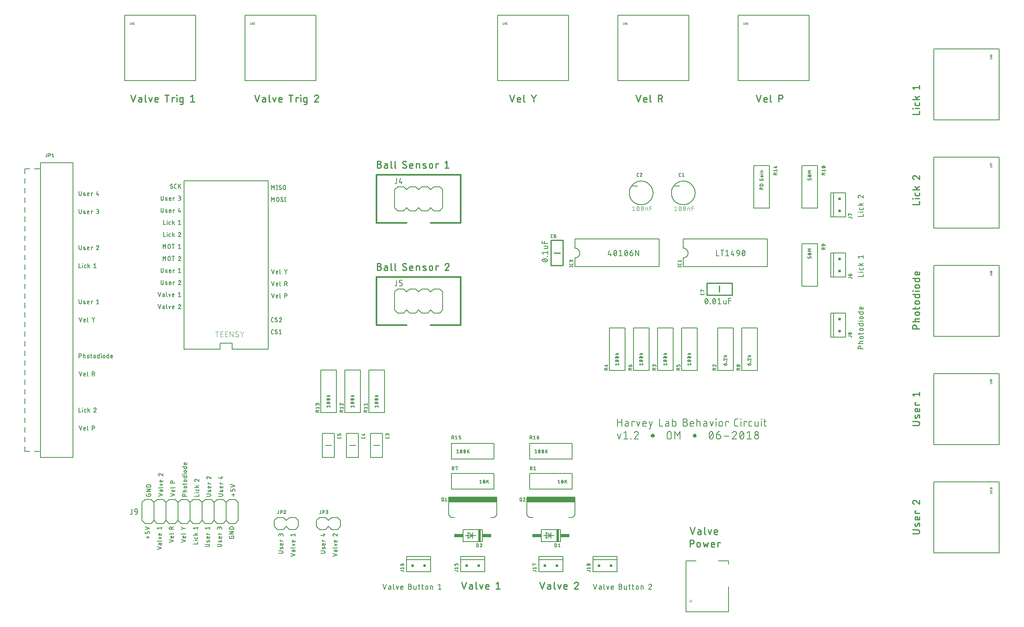
<source format=gto>
G04 EAGLE Gerber X2 export*
%TF.Part,Single*%
%TF.FileFunction,Other,Top Silkscreen*%
%TF.FilePolarity,Positive*%
%TF.GenerationSoftware,Autodesk,EAGLE,9.0.1*%
%TF.CreationDate,2018-06-29T20:11:24Z*%
G75*
%MOMM*%
%FSLAX34Y34*%
%LPD*%
%AMOC8*
5,1,8,0,0,1.08239X$1,22.5*%
G01*
%ADD10C,0.304800*%
%ADD11C,0.279400*%
%ADD12C,0.203200*%
%ADD13C,0.152400*%
%ADD14C,0.127000*%
%ADD15C,0.101600*%
%ADD16C,0.177800*%
%ADD17C,0.025400*%
%ADD18R,0.508000X0.508000*%
%ADD19R,10.160000X1.016000*%
%ADD20R,0.508000X2.540000*%
%ADD21R,1.905000X0.762000*%
%ADD22C,0.254000*%


D10*
X711200Y914400D02*
X889000Y914400D01*
X889000Y812800D01*
X825500Y812800D01*
X711200Y812800D02*
X711200Y914400D01*
X711200Y812800D02*
X774700Y812800D01*
X711200Y698500D02*
X889000Y698500D01*
X889000Y596900D01*
X825500Y596900D01*
X711200Y596900D02*
X711200Y698500D01*
X711200Y596900D02*
X774700Y596900D01*
D11*
X196892Y1068197D02*
X191897Y1083183D01*
X201888Y1083183D02*
X196892Y1068197D01*
X210955Y1074025D02*
X214701Y1074025D01*
X210955Y1074025D02*
X210849Y1074023D01*
X210742Y1074017D01*
X210636Y1074008D01*
X210531Y1073994D01*
X210426Y1073977D01*
X210321Y1073955D01*
X210218Y1073930D01*
X210115Y1073901D01*
X210014Y1073869D01*
X209914Y1073833D01*
X209815Y1073793D01*
X209718Y1073749D01*
X209623Y1073703D01*
X209529Y1073652D01*
X209437Y1073598D01*
X209347Y1073541D01*
X209259Y1073481D01*
X209174Y1073417D01*
X209091Y1073351D01*
X209010Y1073281D01*
X208932Y1073209D01*
X208857Y1073134D01*
X208785Y1073056D01*
X208715Y1072975D01*
X208649Y1072892D01*
X208585Y1072807D01*
X208525Y1072719D01*
X208468Y1072629D01*
X208414Y1072537D01*
X208363Y1072443D01*
X208317Y1072348D01*
X208273Y1072251D01*
X208233Y1072152D01*
X208197Y1072052D01*
X208165Y1071951D01*
X208136Y1071848D01*
X208111Y1071745D01*
X208089Y1071640D01*
X208072Y1071535D01*
X208058Y1071430D01*
X208049Y1071324D01*
X208043Y1071217D01*
X208041Y1071111D01*
X208043Y1071005D01*
X208049Y1070898D01*
X208058Y1070792D01*
X208072Y1070687D01*
X208089Y1070582D01*
X208111Y1070477D01*
X208136Y1070374D01*
X208165Y1070271D01*
X208197Y1070170D01*
X208233Y1070070D01*
X208273Y1069971D01*
X208317Y1069874D01*
X208363Y1069779D01*
X208414Y1069685D01*
X208468Y1069593D01*
X208525Y1069503D01*
X208585Y1069415D01*
X208649Y1069330D01*
X208715Y1069247D01*
X208785Y1069166D01*
X208857Y1069088D01*
X208932Y1069013D01*
X209010Y1068941D01*
X209091Y1068871D01*
X209174Y1068805D01*
X209259Y1068741D01*
X209347Y1068681D01*
X209437Y1068624D01*
X209529Y1068570D01*
X209623Y1068519D01*
X209718Y1068473D01*
X209815Y1068429D01*
X209914Y1068389D01*
X210014Y1068353D01*
X210115Y1068321D01*
X210218Y1068292D01*
X210321Y1068267D01*
X210426Y1068245D01*
X210531Y1068228D01*
X210636Y1068214D01*
X210742Y1068205D01*
X210849Y1068199D01*
X210955Y1068197D01*
X214701Y1068197D01*
X214701Y1075690D01*
X214702Y1075690D02*
X214700Y1075788D01*
X214694Y1075886D01*
X214685Y1075984D01*
X214671Y1076081D01*
X214654Y1076177D01*
X214633Y1076273D01*
X214608Y1076368D01*
X214580Y1076462D01*
X214548Y1076555D01*
X214512Y1076646D01*
X214473Y1076736D01*
X214430Y1076824D01*
X214383Y1076911D01*
X214334Y1076995D01*
X214281Y1077078D01*
X214225Y1077158D01*
X214166Y1077237D01*
X214103Y1077312D01*
X214038Y1077386D01*
X213970Y1077456D01*
X213900Y1077524D01*
X213826Y1077590D01*
X213750Y1077652D01*
X213672Y1077711D01*
X213592Y1077767D01*
X213509Y1077820D01*
X213425Y1077870D01*
X213338Y1077916D01*
X213250Y1077959D01*
X213160Y1077998D01*
X213069Y1078034D01*
X212976Y1078066D01*
X212882Y1078094D01*
X212787Y1078119D01*
X212691Y1078140D01*
X212595Y1078157D01*
X212498Y1078171D01*
X212400Y1078180D01*
X212302Y1078186D01*
X212204Y1078188D01*
X208873Y1078188D01*
X222312Y1083183D02*
X222312Y1070695D01*
X222314Y1070597D01*
X222320Y1070499D01*
X222329Y1070401D01*
X222343Y1070304D01*
X222360Y1070208D01*
X222381Y1070112D01*
X222406Y1070017D01*
X222434Y1069923D01*
X222466Y1069830D01*
X222502Y1069739D01*
X222541Y1069649D01*
X222584Y1069561D01*
X222631Y1069474D01*
X222680Y1069390D01*
X222733Y1069307D01*
X222789Y1069227D01*
X222848Y1069149D01*
X222911Y1069073D01*
X222976Y1068999D01*
X223044Y1068929D01*
X223114Y1068861D01*
X223188Y1068796D01*
X223264Y1068733D01*
X223342Y1068674D01*
X223422Y1068618D01*
X223505Y1068565D01*
X223589Y1068516D01*
X223676Y1068469D01*
X223764Y1068426D01*
X223854Y1068387D01*
X223945Y1068351D01*
X224038Y1068319D01*
X224132Y1068291D01*
X224227Y1068266D01*
X224323Y1068245D01*
X224419Y1068228D01*
X224516Y1068214D01*
X224614Y1068205D01*
X224712Y1068199D01*
X224810Y1068197D01*
X233365Y1068197D02*
X230035Y1078188D01*
X236695Y1078188D02*
X233365Y1068197D01*
X245559Y1068197D02*
X249721Y1068197D01*
X245559Y1068197D02*
X245461Y1068199D01*
X245363Y1068205D01*
X245265Y1068214D01*
X245168Y1068228D01*
X245072Y1068245D01*
X244976Y1068266D01*
X244881Y1068291D01*
X244787Y1068319D01*
X244694Y1068351D01*
X244603Y1068387D01*
X244513Y1068426D01*
X244425Y1068469D01*
X244338Y1068516D01*
X244254Y1068565D01*
X244171Y1068618D01*
X244091Y1068674D01*
X244013Y1068733D01*
X243937Y1068796D01*
X243863Y1068861D01*
X243793Y1068929D01*
X243725Y1068999D01*
X243660Y1069073D01*
X243597Y1069149D01*
X243538Y1069227D01*
X243482Y1069307D01*
X243429Y1069390D01*
X243380Y1069474D01*
X243333Y1069561D01*
X243290Y1069649D01*
X243251Y1069739D01*
X243215Y1069830D01*
X243183Y1069923D01*
X243155Y1070017D01*
X243130Y1070112D01*
X243109Y1070208D01*
X243092Y1070304D01*
X243078Y1070401D01*
X243069Y1070499D01*
X243063Y1070597D01*
X243061Y1070695D01*
X243061Y1074857D01*
X243063Y1074971D01*
X243069Y1075084D01*
X243078Y1075198D01*
X243092Y1075310D01*
X243109Y1075423D01*
X243131Y1075535D01*
X243156Y1075645D01*
X243184Y1075755D01*
X243217Y1075864D01*
X243253Y1075972D01*
X243293Y1076079D01*
X243337Y1076184D01*
X243384Y1076287D01*
X243434Y1076389D01*
X243488Y1076489D01*
X243546Y1076587D01*
X243607Y1076683D01*
X243670Y1076777D01*
X243738Y1076869D01*
X243808Y1076959D01*
X243881Y1077045D01*
X243957Y1077130D01*
X244036Y1077212D01*
X244118Y1077291D01*
X244203Y1077367D01*
X244289Y1077440D01*
X244379Y1077510D01*
X244471Y1077578D01*
X244565Y1077641D01*
X244661Y1077702D01*
X244759Y1077760D01*
X244859Y1077814D01*
X244961Y1077864D01*
X245064Y1077911D01*
X245169Y1077955D01*
X245276Y1077995D01*
X245384Y1078031D01*
X245493Y1078064D01*
X245603Y1078092D01*
X245713Y1078117D01*
X245825Y1078139D01*
X245938Y1078156D01*
X246050Y1078170D01*
X246164Y1078179D01*
X246277Y1078185D01*
X246391Y1078187D01*
X246505Y1078185D01*
X246618Y1078179D01*
X246732Y1078170D01*
X246844Y1078156D01*
X246957Y1078139D01*
X247069Y1078117D01*
X247179Y1078092D01*
X247289Y1078064D01*
X247398Y1078031D01*
X247506Y1077995D01*
X247613Y1077955D01*
X247718Y1077911D01*
X247821Y1077864D01*
X247923Y1077814D01*
X248023Y1077760D01*
X248121Y1077702D01*
X248217Y1077641D01*
X248311Y1077578D01*
X248403Y1077510D01*
X248493Y1077440D01*
X248579Y1077367D01*
X248664Y1077291D01*
X248746Y1077212D01*
X248825Y1077130D01*
X248901Y1077045D01*
X248974Y1076959D01*
X249044Y1076869D01*
X249112Y1076777D01*
X249175Y1076683D01*
X249236Y1076587D01*
X249294Y1076489D01*
X249348Y1076389D01*
X249398Y1076287D01*
X249445Y1076184D01*
X249489Y1076079D01*
X249529Y1075972D01*
X249565Y1075864D01*
X249598Y1075755D01*
X249626Y1075645D01*
X249651Y1075535D01*
X249673Y1075423D01*
X249690Y1075310D01*
X249704Y1075198D01*
X249713Y1075084D01*
X249719Y1074971D01*
X249721Y1074857D01*
X249721Y1073192D01*
X243061Y1073192D01*
X268275Y1068197D02*
X268275Y1083183D01*
X264112Y1083183D02*
X272438Y1083183D01*
X279141Y1078188D02*
X279141Y1068197D01*
X279141Y1078188D02*
X284136Y1078188D01*
X284136Y1076523D01*
X289117Y1078188D02*
X289117Y1068197D01*
X288700Y1082350D02*
X288700Y1083183D01*
X289533Y1083183D01*
X289533Y1082350D01*
X288700Y1082350D01*
X298073Y1068197D02*
X302236Y1068197D01*
X298073Y1068197D02*
X297975Y1068199D01*
X297877Y1068205D01*
X297779Y1068214D01*
X297682Y1068228D01*
X297586Y1068245D01*
X297490Y1068266D01*
X297395Y1068291D01*
X297301Y1068319D01*
X297208Y1068351D01*
X297117Y1068387D01*
X297027Y1068426D01*
X296939Y1068469D01*
X296852Y1068516D01*
X296768Y1068565D01*
X296685Y1068618D01*
X296605Y1068674D01*
X296527Y1068733D01*
X296451Y1068796D01*
X296377Y1068861D01*
X296307Y1068929D01*
X296239Y1068999D01*
X296174Y1069073D01*
X296111Y1069149D01*
X296052Y1069227D01*
X295996Y1069307D01*
X295943Y1069390D01*
X295894Y1069474D01*
X295847Y1069561D01*
X295804Y1069649D01*
X295765Y1069739D01*
X295729Y1069830D01*
X295697Y1069923D01*
X295669Y1070017D01*
X295644Y1070112D01*
X295623Y1070208D01*
X295606Y1070304D01*
X295592Y1070401D01*
X295583Y1070499D01*
X295577Y1070597D01*
X295575Y1070695D01*
X295576Y1070695D02*
X295576Y1075690D01*
X295575Y1075690D02*
X295577Y1075788D01*
X295583Y1075886D01*
X295592Y1075984D01*
X295606Y1076081D01*
X295623Y1076177D01*
X295644Y1076273D01*
X295669Y1076368D01*
X295697Y1076462D01*
X295729Y1076555D01*
X295765Y1076646D01*
X295804Y1076736D01*
X295847Y1076824D01*
X295894Y1076911D01*
X295943Y1076995D01*
X295996Y1077078D01*
X296052Y1077158D01*
X296111Y1077237D01*
X296174Y1077312D01*
X296239Y1077386D01*
X296307Y1077456D01*
X296377Y1077524D01*
X296451Y1077590D01*
X296527Y1077652D01*
X296605Y1077711D01*
X296685Y1077767D01*
X296768Y1077820D01*
X296852Y1077870D01*
X296939Y1077916D01*
X297027Y1077959D01*
X297117Y1077998D01*
X297208Y1078034D01*
X297301Y1078066D01*
X297395Y1078094D01*
X297490Y1078119D01*
X297586Y1078140D01*
X297682Y1078157D01*
X297779Y1078171D01*
X297877Y1078180D01*
X297975Y1078186D01*
X298073Y1078188D01*
X302236Y1078188D01*
X302236Y1065699D01*
X302234Y1065601D01*
X302228Y1065503D01*
X302219Y1065405D01*
X302205Y1065308D01*
X302188Y1065212D01*
X302167Y1065116D01*
X302142Y1065021D01*
X302114Y1064927D01*
X302082Y1064834D01*
X302046Y1064743D01*
X302007Y1064653D01*
X301964Y1064565D01*
X301917Y1064478D01*
X301868Y1064394D01*
X301815Y1064311D01*
X301759Y1064231D01*
X301700Y1064152D01*
X301637Y1064077D01*
X301572Y1064003D01*
X301504Y1063933D01*
X301434Y1063865D01*
X301360Y1063799D01*
X301284Y1063737D01*
X301206Y1063678D01*
X301126Y1063622D01*
X301043Y1063569D01*
X300959Y1063519D01*
X300872Y1063473D01*
X300784Y1063430D01*
X300694Y1063391D01*
X300603Y1063355D01*
X300510Y1063323D01*
X300416Y1063295D01*
X300321Y1063270D01*
X300225Y1063249D01*
X300129Y1063232D01*
X300032Y1063218D01*
X299934Y1063209D01*
X299836Y1063203D01*
X299738Y1063201D01*
X299738Y1063202D02*
X296408Y1063202D01*
X318300Y1079853D02*
X322463Y1083183D01*
X322463Y1068197D01*
X318300Y1068197D02*
X326626Y1068197D01*
X453517Y1083183D02*
X458512Y1068197D01*
X463508Y1083183D01*
X472575Y1074025D02*
X476321Y1074025D01*
X472575Y1074025D02*
X472469Y1074023D01*
X472362Y1074017D01*
X472256Y1074008D01*
X472151Y1073994D01*
X472046Y1073977D01*
X471941Y1073955D01*
X471838Y1073930D01*
X471735Y1073901D01*
X471634Y1073869D01*
X471534Y1073833D01*
X471435Y1073793D01*
X471338Y1073749D01*
X471243Y1073703D01*
X471149Y1073652D01*
X471057Y1073598D01*
X470967Y1073541D01*
X470879Y1073481D01*
X470794Y1073417D01*
X470711Y1073351D01*
X470630Y1073281D01*
X470552Y1073209D01*
X470477Y1073134D01*
X470405Y1073056D01*
X470335Y1072975D01*
X470269Y1072892D01*
X470205Y1072807D01*
X470145Y1072719D01*
X470088Y1072629D01*
X470034Y1072537D01*
X469983Y1072443D01*
X469937Y1072348D01*
X469893Y1072251D01*
X469853Y1072152D01*
X469817Y1072052D01*
X469785Y1071951D01*
X469756Y1071848D01*
X469731Y1071745D01*
X469709Y1071640D01*
X469692Y1071535D01*
X469678Y1071430D01*
X469669Y1071324D01*
X469663Y1071217D01*
X469661Y1071111D01*
X469663Y1071005D01*
X469669Y1070898D01*
X469678Y1070792D01*
X469692Y1070687D01*
X469709Y1070582D01*
X469731Y1070477D01*
X469756Y1070374D01*
X469785Y1070271D01*
X469817Y1070170D01*
X469853Y1070070D01*
X469893Y1069971D01*
X469937Y1069874D01*
X469983Y1069779D01*
X470034Y1069685D01*
X470088Y1069593D01*
X470145Y1069503D01*
X470205Y1069415D01*
X470269Y1069330D01*
X470335Y1069247D01*
X470405Y1069166D01*
X470477Y1069088D01*
X470552Y1069013D01*
X470630Y1068941D01*
X470711Y1068871D01*
X470794Y1068805D01*
X470879Y1068741D01*
X470967Y1068681D01*
X471057Y1068624D01*
X471149Y1068570D01*
X471243Y1068519D01*
X471338Y1068473D01*
X471435Y1068429D01*
X471534Y1068389D01*
X471634Y1068353D01*
X471735Y1068321D01*
X471838Y1068292D01*
X471941Y1068267D01*
X472046Y1068245D01*
X472151Y1068228D01*
X472256Y1068214D01*
X472362Y1068205D01*
X472469Y1068199D01*
X472575Y1068197D01*
X476321Y1068197D01*
X476321Y1075690D01*
X476322Y1075690D02*
X476320Y1075788D01*
X476314Y1075886D01*
X476305Y1075984D01*
X476291Y1076081D01*
X476274Y1076177D01*
X476253Y1076273D01*
X476228Y1076368D01*
X476200Y1076462D01*
X476168Y1076555D01*
X476132Y1076646D01*
X476093Y1076736D01*
X476050Y1076824D01*
X476003Y1076911D01*
X475954Y1076995D01*
X475901Y1077078D01*
X475845Y1077158D01*
X475786Y1077237D01*
X475723Y1077312D01*
X475658Y1077386D01*
X475590Y1077456D01*
X475520Y1077524D01*
X475446Y1077590D01*
X475370Y1077652D01*
X475292Y1077711D01*
X475212Y1077767D01*
X475129Y1077820D01*
X475045Y1077870D01*
X474958Y1077916D01*
X474870Y1077959D01*
X474780Y1077998D01*
X474689Y1078034D01*
X474596Y1078066D01*
X474502Y1078094D01*
X474407Y1078119D01*
X474311Y1078140D01*
X474215Y1078157D01*
X474118Y1078171D01*
X474020Y1078180D01*
X473922Y1078186D01*
X473824Y1078188D01*
X470493Y1078188D01*
X483932Y1083183D02*
X483932Y1070695D01*
X483934Y1070597D01*
X483940Y1070499D01*
X483949Y1070401D01*
X483963Y1070304D01*
X483980Y1070208D01*
X484001Y1070112D01*
X484026Y1070017D01*
X484054Y1069923D01*
X484086Y1069830D01*
X484122Y1069739D01*
X484161Y1069649D01*
X484204Y1069561D01*
X484251Y1069474D01*
X484300Y1069390D01*
X484353Y1069307D01*
X484409Y1069227D01*
X484468Y1069149D01*
X484531Y1069073D01*
X484596Y1068999D01*
X484664Y1068929D01*
X484734Y1068861D01*
X484808Y1068796D01*
X484884Y1068733D01*
X484962Y1068674D01*
X485042Y1068618D01*
X485125Y1068565D01*
X485209Y1068516D01*
X485296Y1068469D01*
X485384Y1068426D01*
X485474Y1068387D01*
X485565Y1068351D01*
X485658Y1068319D01*
X485752Y1068291D01*
X485847Y1068266D01*
X485943Y1068245D01*
X486039Y1068228D01*
X486136Y1068214D01*
X486234Y1068205D01*
X486332Y1068199D01*
X486430Y1068197D01*
X494985Y1068197D02*
X491655Y1078188D01*
X498315Y1078188D02*
X494985Y1068197D01*
X507179Y1068197D02*
X511341Y1068197D01*
X507179Y1068197D02*
X507081Y1068199D01*
X506983Y1068205D01*
X506885Y1068214D01*
X506788Y1068228D01*
X506692Y1068245D01*
X506596Y1068266D01*
X506501Y1068291D01*
X506407Y1068319D01*
X506314Y1068351D01*
X506223Y1068387D01*
X506133Y1068426D01*
X506045Y1068469D01*
X505958Y1068516D01*
X505874Y1068565D01*
X505791Y1068618D01*
X505711Y1068674D01*
X505633Y1068733D01*
X505557Y1068796D01*
X505483Y1068861D01*
X505413Y1068929D01*
X505345Y1068999D01*
X505280Y1069073D01*
X505217Y1069149D01*
X505158Y1069227D01*
X505102Y1069307D01*
X505049Y1069390D01*
X505000Y1069474D01*
X504953Y1069561D01*
X504910Y1069649D01*
X504871Y1069739D01*
X504835Y1069830D01*
X504803Y1069923D01*
X504775Y1070017D01*
X504750Y1070112D01*
X504729Y1070208D01*
X504712Y1070304D01*
X504698Y1070401D01*
X504689Y1070499D01*
X504683Y1070597D01*
X504681Y1070695D01*
X504681Y1074857D01*
X504683Y1074971D01*
X504689Y1075084D01*
X504698Y1075198D01*
X504712Y1075310D01*
X504729Y1075423D01*
X504751Y1075535D01*
X504776Y1075645D01*
X504804Y1075755D01*
X504837Y1075864D01*
X504873Y1075972D01*
X504913Y1076079D01*
X504957Y1076184D01*
X505004Y1076287D01*
X505054Y1076389D01*
X505108Y1076489D01*
X505166Y1076587D01*
X505227Y1076683D01*
X505290Y1076777D01*
X505358Y1076869D01*
X505428Y1076959D01*
X505501Y1077045D01*
X505577Y1077130D01*
X505656Y1077212D01*
X505738Y1077291D01*
X505823Y1077367D01*
X505909Y1077440D01*
X505999Y1077510D01*
X506091Y1077578D01*
X506185Y1077641D01*
X506281Y1077702D01*
X506379Y1077760D01*
X506479Y1077814D01*
X506581Y1077864D01*
X506684Y1077911D01*
X506789Y1077955D01*
X506896Y1077995D01*
X507004Y1078031D01*
X507113Y1078064D01*
X507223Y1078092D01*
X507333Y1078117D01*
X507445Y1078139D01*
X507558Y1078156D01*
X507670Y1078170D01*
X507784Y1078179D01*
X507897Y1078185D01*
X508011Y1078187D01*
X508125Y1078185D01*
X508238Y1078179D01*
X508352Y1078170D01*
X508464Y1078156D01*
X508577Y1078139D01*
X508689Y1078117D01*
X508799Y1078092D01*
X508909Y1078064D01*
X509018Y1078031D01*
X509126Y1077995D01*
X509233Y1077955D01*
X509338Y1077911D01*
X509441Y1077864D01*
X509543Y1077814D01*
X509643Y1077760D01*
X509741Y1077702D01*
X509837Y1077641D01*
X509931Y1077578D01*
X510023Y1077510D01*
X510113Y1077440D01*
X510199Y1077367D01*
X510284Y1077291D01*
X510366Y1077212D01*
X510445Y1077130D01*
X510521Y1077045D01*
X510594Y1076959D01*
X510664Y1076869D01*
X510732Y1076777D01*
X510795Y1076683D01*
X510856Y1076587D01*
X510914Y1076489D01*
X510968Y1076389D01*
X511018Y1076287D01*
X511065Y1076184D01*
X511109Y1076079D01*
X511149Y1075972D01*
X511185Y1075864D01*
X511218Y1075755D01*
X511246Y1075645D01*
X511271Y1075535D01*
X511293Y1075423D01*
X511310Y1075310D01*
X511324Y1075198D01*
X511333Y1075084D01*
X511339Y1074971D01*
X511341Y1074857D01*
X511341Y1073192D01*
X504681Y1073192D01*
X529895Y1068197D02*
X529895Y1083183D01*
X525732Y1083183D02*
X534058Y1083183D01*
X540761Y1078188D02*
X540761Y1068197D01*
X540761Y1078188D02*
X545756Y1078188D01*
X545756Y1076523D01*
X550737Y1078188D02*
X550737Y1068197D01*
X550320Y1082350D02*
X550320Y1083183D01*
X551153Y1083183D01*
X551153Y1082350D01*
X550320Y1082350D01*
X559693Y1068197D02*
X563856Y1068197D01*
X559693Y1068197D02*
X559595Y1068199D01*
X559497Y1068205D01*
X559399Y1068214D01*
X559302Y1068228D01*
X559206Y1068245D01*
X559110Y1068266D01*
X559015Y1068291D01*
X558921Y1068319D01*
X558828Y1068351D01*
X558737Y1068387D01*
X558647Y1068426D01*
X558559Y1068469D01*
X558472Y1068516D01*
X558388Y1068565D01*
X558305Y1068618D01*
X558225Y1068674D01*
X558147Y1068733D01*
X558071Y1068796D01*
X557997Y1068861D01*
X557927Y1068929D01*
X557859Y1068999D01*
X557794Y1069073D01*
X557731Y1069149D01*
X557672Y1069227D01*
X557616Y1069307D01*
X557563Y1069390D01*
X557514Y1069474D01*
X557467Y1069561D01*
X557424Y1069649D01*
X557385Y1069739D01*
X557349Y1069830D01*
X557317Y1069923D01*
X557289Y1070017D01*
X557264Y1070112D01*
X557243Y1070208D01*
X557226Y1070304D01*
X557212Y1070401D01*
X557203Y1070499D01*
X557197Y1070597D01*
X557195Y1070695D01*
X557196Y1070695D02*
X557196Y1075690D01*
X557195Y1075690D02*
X557197Y1075788D01*
X557203Y1075886D01*
X557212Y1075984D01*
X557226Y1076081D01*
X557243Y1076177D01*
X557264Y1076273D01*
X557289Y1076368D01*
X557317Y1076462D01*
X557349Y1076555D01*
X557385Y1076646D01*
X557424Y1076736D01*
X557467Y1076824D01*
X557514Y1076911D01*
X557563Y1076995D01*
X557616Y1077078D01*
X557672Y1077158D01*
X557731Y1077237D01*
X557794Y1077312D01*
X557859Y1077386D01*
X557927Y1077456D01*
X557997Y1077524D01*
X558071Y1077590D01*
X558147Y1077652D01*
X558225Y1077711D01*
X558305Y1077767D01*
X558388Y1077820D01*
X558472Y1077870D01*
X558559Y1077916D01*
X558647Y1077959D01*
X558737Y1077998D01*
X558828Y1078034D01*
X558921Y1078066D01*
X559015Y1078094D01*
X559110Y1078119D01*
X559206Y1078140D01*
X559302Y1078157D01*
X559399Y1078171D01*
X559497Y1078180D01*
X559595Y1078186D01*
X559693Y1078188D01*
X563856Y1078188D01*
X563856Y1065699D01*
X563854Y1065601D01*
X563848Y1065503D01*
X563839Y1065405D01*
X563825Y1065308D01*
X563808Y1065212D01*
X563787Y1065116D01*
X563762Y1065021D01*
X563734Y1064927D01*
X563702Y1064834D01*
X563666Y1064743D01*
X563627Y1064653D01*
X563584Y1064565D01*
X563537Y1064478D01*
X563488Y1064394D01*
X563435Y1064311D01*
X563379Y1064231D01*
X563320Y1064152D01*
X563257Y1064077D01*
X563192Y1064003D01*
X563124Y1063933D01*
X563054Y1063865D01*
X562980Y1063799D01*
X562904Y1063737D01*
X562826Y1063678D01*
X562746Y1063622D01*
X562663Y1063569D01*
X562579Y1063519D01*
X562492Y1063473D01*
X562404Y1063430D01*
X562314Y1063391D01*
X562223Y1063355D01*
X562130Y1063323D01*
X562036Y1063295D01*
X561941Y1063270D01*
X561845Y1063249D01*
X561749Y1063232D01*
X561652Y1063218D01*
X561554Y1063209D01*
X561456Y1063203D01*
X561358Y1063201D01*
X561358Y1063202D02*
X558028Y1063202D01*
X584499Y1083184D02*
X584619Y1083182D01*
X584739Y1083176D01*
X584859Y1083167D01*
X584978Y1083153D01*
X585097Y1083136D01*
X585215Y1083115D01*
X585333Y1083090D01*
X585449Y1083061D01*
X585565Y1083029D01*
X585680Y1082993D01*
X585793Y1082953D01*
X585905Y1082910D01*
X586016Y1082863D01*
X586125Y1082813D01*
X586232Y1082759D01*
X586338Y1082702D01*
X586441Y1082641D01*
X586543Y1082577D01*
X586643Y1082510D01*
X586740Y1082440D01*
X586835Y1082367D01*
X586928Y1082290D01*
X587018Y1082211D01*
X587106Y1082129D01*
X587191Y1082044D01*
X587273Y1081956D01*
X587352Y1081866D01*
X587429Y1081773D01*
X587502Y1081678D01*
X587572Y1081581D01*
X587639Y1081481D01*
X587703Y1081379D01*
X587764Y1081276D01*
X587821Y1081170D01*
X587875Y1081063D01*
X587925Y1080954D01*
X587972Y1080843D01*
X588015Y1080731D01*
X588055Y1080618D01*
X588091Y1080503D01*
X588123Y1080387D01*
X588152Y1080271D01*
X588177Y1080153D01*
X588198Y1080035D01*
X588215Y1079916D01*
X588229Y1079797D01*
X588238Y1079677D01*
X588244Y1079557D01*
X588246Y1079437D01*
X584499Y1083183D02*
X584361Y1083181D01*
X584224Y1083175D01*
X584087Y1083165D01*
X583950Y1083152D01*
X583814Y1083134D01*
X583678Y1083112D01*
X583542Y1083087D01*
X583408Y1083058D01*
X583275Y1083025D01*
X583142Y1082988D01*
X583011Y1082947D01*
X582880Y1082903D01*
X582752Y1082855D01*
X582624Y1082803D01*
X582498Y1082747D01*
X582374Y1082688D01*
X582251Y1082626D01*
X582131Y1082560D01*
X582012Y1082491D01*
X581895Y1082418D01*
X581781Y1082342D01*
X581668Y1082262D01*
X581558Y1082180D01*
X581450Y1082094D01*
X581345Y1082006D01*
X581243Y1081914D01*
X581143Y1081820D01*
X581045Y1081722D01*
X580951Y1081622D01*
X580860Y1081519D01*
X580771Y1081414D01*
X580686Y1081306D01*
X580603Y1081196D01*
X580524Y1081084D01*
X580448Y1080969D01*
X580375Y1080852D01*
X580306Y1080733D01*
X580240Y1080613D01*
X580178Y1080490D01*
X580119Y1080366D01*
X580064Y1080240D01*
X580012Y1080112D01*
X579964Y1079983D01*
X579920Y1079853D01*
X586997Y1076523D02*
X587087Y1076611D01*
X587173Y1076702D01*
X587257Y1076795D01*
X587338Y1076891D01*
X587416Y1076989D01*
X587490Y1077089D01*
X587562Y1077192D01*
X587630Y1077297D01*
X587695Y1077405D01*
X587757Y1077514D01*
X587815Y1077625D01*
X587870Y1077738D01*
X587921Y1077852D01*
X587968Y1077968D01*
X588012Y1078085D01*
X588052Y1078204D01*
X588089Y1078324D01*
X588122Y1078445D01*
X588151Y1078567D01*
X588176Y1078689D01*
X588197Y1078813D01*
X588215Y1078937D01*
X588228Y1079062D01*
X588238Y1079187D01*
X588244Y1079312D01*
X588246Y1079437D01*
X586997Y1076523D02*
X579920Y1068197D01*
X588246Y1068197D01*
X991997Y1083183D02*
X996992Y1068197D01*
X1001988Y1083183D01*
X1010749Y1068197D02*
X1014912Y1068197D01*
X1010749Y1068197D02*
X1010651Y1068199D01*
X1010553Y1068205D01*
X1010455Y1068214D01*
X1010358Y1068228D01*
X1010262Y1068245D01*
X1010166Y1068266D01*
X1010071Y1068291D01*
X1009977Y1068319D01*
X1009884Y1068351D01*
X1009793Y1068387D01*
X1009703Y1068426D01*
X1009615Y1068469D01*
X1009528Y1068516D01*
X1009444Y1068565D01*
X1009361Y1068618D01*
X1009281Y1068674D01*
X1009203Y1068733D01*
X1009127Y1068796D01*
X1009053Y1068861D01*
X1008983Y1068929D01*
X1008915Y1068999D01*
X1008850Y1069073D01*
X1008787Y1069149D01*
X1008728Y1069227D01*
X1008672Y1069307D01*
X1008619Y1069390D01*
X1008570Y1069474D01*
X1008523Y1069561D01*
X1008480Y1069649D01*
X1008441Y1069739D01*
X1008405Y1069830D01*
X1008373Y1069923D01*
X1008345Y1070017D01*
X1008320Y1070112D01*
X1008299Y1070208D01*
X1008282Y1070304D01*
X1008268Y1070401D01*
X1008259Y1070499D01*
X1008253Y1070597D01*
X1008251Y1070695D01*
X1008251Y1074857D01*
X1008253Y1074971D01*
X1008259Y1075084D01*
X1008268Y1075198D01*
X1008282Y1075310D01*
X1008299Y1075423D01*
X1008321Y1075535D01*
X1008346Y1075645D01*
X1008374Y1075755D01*
X1008407Y1075864D01*
X1008443Y1075972D01*
X1008483Y1076079D01*
X1008527Y1076184D01*
X1008574Y1076287D01*
X1008624Y1076389D01*
X1008678Y1076489D01*
X1008736Y1076587D01*
X1008797Y1076683D01*
X1008860Y1076777D01*
X1008928Y1076869D01*
X1008998Y1076959D01*
X1009071Y1077045D01*
X1009147Y1077130D01*
X1009226Y1077212D01*
X1009308Y1077291D01*
X1009393Y1077367D01*
X1009479Y1077440D01*
X1009569Y1077510D01*
X1009661Y1077578D01*
X1009755Y1077641D01*
X1009851Y1077702D01*
X1009949Y1077760D01*
X1010049Y1077814D01*
X1010151Y1077864D01*
X1010254Y1077911D01*
X1010359Y1077955D01*
X1010466Y1077995D01*
X1010574Y1078031D01*
X1010683Y1078064D01*
X1010793Y1078092D01*
X1010903Y1078117D01*
X1011015Y1078139D01*
X1011128Y1078156D01*
X1011240Y1078170D01*
X1011354Y1078179D01*
X1011467Y1078185D01*
X1011581Y1078187D01*
X1011695Y1078185D01*
X1011808Y1078179D01*
X1011922Y1078170D01*
X1012034Y1078156D01*
X1012147Y1078139D01*
X1012259Y1078117D01*
X1012369Y1078092D01*
X1012479Y1078064D01*
X1012588Y1078031D01*
X1012696Y1077995D01*
X1012803Y1077955D01*
X1012908Y1077911D01*
X1013011Y1077864D01*
X1013113Y1077814D01*
X1013213Y1077760D01*
X1013311Y1077702D01*
X1013407Y1077641D01*
X1013501Y1077578D01*
X1013593Y1077510D01*
X1013683Y1077440D01*
X1013769Y1077367D01*
X1013854Y1077291D01*
X1013936Y1077212D01*
X1014015Y1077130D01*
X1014091Y1077045D01*
X1014164Y1076959D01*
X1014234Y1076869D01*
X1014302Y1076777D01*
X1014365Y1076683D01*
X1014426Y1076587D01*
X1014484Y1076489D01*
X1014538Y1076389D01*
X1014588Y1076287D01*
X1014635Y1076184D01*
X1014679Y1076079D01*
X1014719Y1075972D01*
X1014755Y1075864D01*
X1014788Y1075755D01*
X1014816Y1075645D01*
X1014841Y1075535D01*
X1014863Y1075423D01*
X1014880Y1075310D01*
X1014894Y1075198D01*
X1014903Y1075084D01*
X1014909Y1074971D01*
X1014911Y1074857D01*
X1014912Y1074857D02*
X1014912Y1073192D01*
X1008251Y1073192D01*
X1021891Y1070695D02*
X1021891Y1083183D01*
X1021891Y1070695D02*
X1021893Y1070597D01*
X1021899Y1070499D01*
X1021908Y1070401D01*
X1021922Y1070304D01*
X1021939Y1070208D01*
X1021960Y1070112D01*
X1021985Y1070017D01*
X1022013Y1069923D01*
X1022045Y1069830D01*
X1022081Y1069739D01*
X1022120Y1069649D01*
X1022163Y1069561D01*
X1022210Y1069474D01*
X1022259Y1069390D01*
X1022312Y1069307D01*
X1022368Y1069227D01*
X1022427Y1069149D01*
X1022490Y1069073D01*
X1022555Y1068999D01*
X1022623Y1068929D01*
X1022693Y1068861D01*
X1022767Y1068796D01*
X1022843Y1068733D01*
X1022921Y1068674D01*
X1023001Y1068618D01*
X1023084Y1068565D01*
X1023168Y1068516D01*
X1023255Y1068469D01*
X1023343Y1068426D01*
X1023433Y1068387D01*
X1023524Y1068351D01*
X1023617Y1068319D01*
X1023711Y1068291D01*
X1023806Y1068266D01*
X1023902Y1068245D01*
X1023998Y1068228D01*
X1024095Y1068214D01*
X1024193Y1068205D01*
X1024291Y1068199D01*
X1024389Y1068197D01*
X1042844Y1076106D02*
X1037849Y1083183D01*
X1042844Y1076106D02*
X1047839Y1083183D01*
X1042844Y1076106D02*
X1042844Y1068197D01*
X1258697Y1083183D02*
X1263692Y1068197D01*
X1268688Y1083183D01*
X1277449Y1068197D02*
X1281612Y1068197D01*
X1277449Y1068197D02*
X1277351Y1068199D01*
X1277253Y1068205D01*
X1277155Y1068214D01*
X1277058Y1068228D01*
X1276962Y1068245D01*
X1276866Y1068266D01*
X1276771Y1068291D01*
X1276677Y1068319D01*
X1276584Y1068351D01*
X1276493Y1068387D01*
X1276403Y1068426D01*
X1276315Y1068469D01*
X1276228Y1068516D01*
X1276144Y1068565D01*
X1276061Y1068618D01*
X1275981Y1068674D01*
X1275903Y1068733D01*
X1275827Y1068796D01*
X1275753Y1068861D01*
X1275683Y1068929D01*
X1275615Y1068999D01*
X1275550Y1069073D01*
X1275487Y1069149D01*
X1275428Y1069227D01*
X1275372Y1069307D01*
X1275319Y1069390D01*
X1275270Y1069474D01*
X1275223Y1069561D01*
X1275180Y1069649D01*
X1275141Y1069739D01*
X1275105Y1069830D01*
X1275073Y1069923D01*
X1275045Y1070017D01*
X1275020Y1070112D01*
X1274999Y1070208D01*
X1274982Y1070304D01*
X1274968Y1070401D01*
X1274959Y1070499D01*
X1274953Y1070597D01*
X1274951Y1070695D01*
X1274951Y1074857D01*
X1274953Y1074971D01*
X1274959Y1075084D01*
X1274968Y1075198D01*
X1274982Y1075310D01*
X1274999Y1075423D01*
X1275021Y1075535D01*
X1275046Y1075645D01*
X1275074Y1075755D01*
X1275107Y1075864D01*
X1275143Y1075972D01*
X1275183Y1076079D01*
X1275227Y1076184D01*
X1275274Y1076287D01*
X1275324Y1076389D01*
X1275378Y1076489D01*
X1275436Y1076587D01*
X1275497Y1076683D01*
X1275560Y1076777D01*
X1275628Y1076869D01*
X1275698Y1076959D01*
X1275771Y1077045D01*
X1275847Y1077130D01*
X1275926Y1077212D01*
X1276008Y1077291D01*
X1276093Y1077367D01*
X1276179Y1077440D01*
X1276269Y1077510D01*
X1276361Y1077578D01*
X1276455Y1077641D01*
X1276551Y1077702D01*
X1276649Y1077760D01*
X1276749Y1077814D01*
X1276851Y1077864D01*
X1276954Y1077911D01*
X1277059Y1077955D01*
X1277166Y1077995D01*
X1277274Y1078031D01*
X1277383Y1078064D01*
X1277493Y1078092D01*
X1277603Y1078117D01*
X1277715Y1078139D01*
X1277828Y1078156D01*
X1277940Y1078170D01*
X1278054Y1078179D01*
X1278167Y1078185D01*
X1278281Y1078187D01*
X1278395Y1078185D01*
X1278508Y1078179D01*
X1278622Y1078170D01*
X1278734Y1078156D01*
X1278847Y1078139D01*
X1278959Y1078117D01*
X1279069Y1078092D01*
X1279179Y1078064D01*
X1279288Y1078031D01*
X1279396Y1077995D01*
X1279503Y1077955D01*
X1279608Y1077911D01*
X1279711Y1077864D01*
X1279813Y1077814D01*
X1279913Y1077760D01*
X1280011Y1077702D01*
X1280107Y1077641D01*
X1280201Y1077578D01*
X1280293Y1077510D01*
X1280383Y1077440D01*
X1280469Y1077367D01*
X1280554Y1077291D01*
X1280636Y1077212D01*
X1280715Y1077130D01*
X1280791Y1077045D01*
X1280864Y1076959D01*
X1280934Y1076869D01*
X1281002Y1076777D01*
X1281065Y1076683D01*
X1281126Y1076587D01*
X1281184Y1076489D01*
X1281238Y1076389D01*
X1281288Y1076287D01*
X1281335Y1076184D01*
X1281379Y1076079D01*
X1281419Y1075972D01*
X1281455Y1075864D01*
X1281488Y1075755D01*
X1281516Y1075645D01*
X1281541Y1075535D01*
X1281563Y1075423D01*
X1281580Y1075310D01*
X1281594Y1075198D01*
X1281603Y1075084D01*
X1281609Y1074971D01*
X1281611Y1074857D01*
X1281612Y1074857D02*
X1281612Y1073192D01*
X1274951Y1073192D01*
X1288591Y1070695D02*
X1288591Y1083183D01*
X1288591Y1070695D02*
X1288593Y1070597D01*
X1288599Y1070499D01*
X1288608Y1070401D01*
X1288622Y1070304D01*
X1288639Y1070208D01*
X1288660Y1070112D01*
X1288685Y1070017D01*
X1288713Y1069923D01*
X1288745Y1069830D01*
X1288781Y1069739D01*
X1288820Y1069649D01*
X1288863Y1069561D01*
X1288910Y1069474D01*
X1288959Y1069390D01*
X1289012Y1069307D01*
X1289068Y1069227D01*
X1289127Y1069149D01*
X1289190Y1069073D01*
X1289255Y1068999D01*
X1289323Y1068929D01*
X1289393Y1068861D01*
X1289467Y1068796D01*
X1289543Y1068733D01*
X1289621Y1068674D01*
X1289701Y1068618D01*
X1289784Y1068565D01*
X1289868Y1068516D01*
X1289955Y1068469D01*
X1290043Y1068426D01*
X1290133Y1068387D01*
X1290224Y1068351D01*
X1290317Y1068319D01*
X1290411Y1068291D01*
X1290506Y1068266D01*
X1290602Y1068245D01*
X1290698Y1068228D01*
X1290795Y1068214D01*
X1290893Y1068205D01*
X1290991Y1068199D01*
X1291089Y1068197D01*
X1306040Y1068197D02*
X1306040Y1083183D01*
X1310203Y1083183D01*
X1310331Y1083181D01*
X1310459Y1083175D01*
X1310587Y1083165D01*
X1310715Y1083151D01*
X1310842Y1083134D01*
X1310968Y1083112D01*
X1311094Y1083087D01*
X1311218Y1083057D01*
X1311342Y1083024D01*
X1311465Y1082987D01*
X1311587Y1082946D01*
X1311707Y1082902D01*
X1311826Y1082854D01*
X1311943Y1082802D01*
X1312059Y1082747D01*
X1312172Y1082688D01*
X1312285Y1082625D01*
X1312395Y1082559D01*
X1312502Y1082490D01*
X1312608Y1082418D01*
X1312712Y1082342D01*
X1312813Y1082263D01*
X1312912Y1082181D01*
X1313008Y1082096D01*
X1313101Y1082009D01*
X1313192Y1081918D01*
X1313279Y1081825D01*
X1313364Y1081729D01*
X1313446Y1081630D01*
X1313525Y1081529D01*
X1313601Y1081425D01*
X1313673Y1081319D01*
X1313742Y1081212D01*
X1313808Y1081102D01*
X1313871Y1080989D01*
X1313930Y1080876D01*
X1313985Y1080760D01*
X1314037Y1080643D01*
X1314085Y1080524D01*
X1314129Y1080404D01*
X1314170Y1080282D01*
X1314207Y1080159D01*
X1314240Y1080035D01*
X1314270Y1079911D01*
X1314295Y1079785D01*
X1314317Y1079659D01*
X1314334Y1079532D01*
X1314348Y1079404D01*
X1314358Y1079276D01*
X1314364Y1079148D01*
X1314366Y1079020D01*
X1314364Y1078892D01*
X1314358Y1078764D01*
X1314348Y1078636D01*
X1314334Y1078508D01*
X1314317Y1078381D01*
X1314295Y1078255D01*
X1314270Y1078129D01*
X1314240Y1078005D01*
X1314207Y1077881D01*
X1314170Y1077758D01*
X1314129Y1077636D01*
X1314085Y1077516D01*
X1314037Y1077397D01*
X1313985Y1077280D01*
X1313930Y1077164D01*
X1313871Y1077051D01*
X1313808Y1076939D01*
X1313742Y1076828D01*
X1313673Y1076721D01*
X1313601Y1076615D01*
X1313525Y1076511D01*
X1313446Y1076410D01*
X1313364Y1076311D01*
X1313279Y1076215D01*
X1313192Y1076122D01*
X1313101Y1076031D01*
X1313008Y1075944D01*
X1312912Y1075859D01*
X1312813Y1075777D01*
X1312712Y1075698D01*
X1312608Y1075622D01*
X1312502Y1075550D01*
X1312395Y1075481D01*
X1312285Y1075415D01*
X1312172Y1075352D01*
X1312059Y1075293D01*
X1311943Y1075238D01*
X1311826Y1075186D01*
X1311707Y1075138D01*
X1311587Y1075094D01*
X1311465Y1075053D01*
X1311342Y1075016D01*
X1311218Y1074983D01*
X1311094Y1074953D01*
X1310968Y1074928D01*
X1310842Y1074906D01*
X1310715Y1074889D01*
X1310587Y1074875D01*
X1310459Y1074865D01*
X1310331Y1074859D01*
X1310203Y1074857D01*
X1306040Y1074857D01*
X1311036Y1074857D02*
X1314366Y1068197D01*
X1512697Y1083183D02*
X1517692Y1068197D01*
X1522688Y1083183D01*
X1531449Y1068197D02*
X1535612Y1068197D01*
X1531449Y1068197D02*
X1531351Y1068199D01*
X1531253Y1068205D01*
X1531155Y1068214D01*
X1531058Y1068228D01*
X1530962Y1068245D01*
X1530866Y1068266D01*
X1530771Y1068291D01*
X1530677Y1068319D01*
X1530584Y1068351D01*
X1530493Y1068387D01*
X1530403Y1068426D01*
X1530315Y1068469D01*
X1530228Y1068516D01*
X1530144Y1068565D01*
X1530061Y1068618D01*
X1529981Y1068674D01*
X1529903Y1068733D01*
X1529827Y1068796D01*
X1529753Y1068861D01*
X1529683Y1068929D01*
X1529615Y1068999D01*
X1529550Y1069073D01*
X1529487Y1069149D01*
X1529428Y1069227D01*
X1529372Y1069307D01*
X1529319Y1069390D01*
X1529270Y1069474D01*
X1529223Y1069561D01*
X1529180Y1069649D01*
X1529141Y1069739D01*
X1529105Y1069830D01*
X1529073Y1069923D01*
X1529045Y1070017D01*
X1529020Y1070112D01*
X1528999Y1070208D01*
X1528982Y1070304D01*
X1528968Y1070401D01*
X1528959Y1070499D01*
X1528953Y1070597D01*
X1528951Y1070695D01*
X1528951Y1074857D01*
X1528953Y1074971D01*
X1528959Y1075084D01*
X1528968Y1075198D01*
X1528982Y1075310D01*
X1528999Y1075423D01*
X1529021Y1075535D01*
X1529046Y1075645D01*
X1529074Y1075755D01*
X1529107Y1075864D01*
X1529143Y1075972D01*
X1529183Y1076079D01*
X1529227Y1076184D01*
X1529274Y1076287D01*
X1529324Y1076389D01*
X1529378Y1076489D01*
X1529436Y1076587D01*
X1529497Y1076683D01*
X1529560Y1076777D01*
X1529628Y1076869D01*
X1529698Y1076959D01*
X1529771Y1077045D01*
X1529847Y1077130D01*
X1529926Y1077212D01*
X1530008Y1077291D01*
X1530093Y1077367D01*
X1530179Y1077440D01*
X1530269Y1077510D01*
X1530361Y1077578D01*
X1530455Y1077641D01*
X1530551Y1077702D01*
X1530649Y1077760D01*
X1530749Y1077814D01*
X1530851Y1077864D01*
X1530954Y1077911D01*
X1531059Y1077955D01*
X1531166Y1077995D01*
X1531274Y1078031D01*
X1531383Y1078064D01*
X1531493Y1078092D01*
X1531603Y1078117D01*
X1531715Y1078139D01*
X1531828Y1078156D01*
X1531940Y1078170D01*
X1532054Y1078179D01*
X1532167Y1078185D01*
X1532281Y1078187D01*
X1532395Y1078185D01*
X1532508Y1078179D01*
X1532622Y1078170D01*
X1532734Y1078156D01*
X1532847Y1078139D01*
X1532959Y1078117D01*
X1533069Y1078092D01*
X1533179Y1078064D01*
X1533288Y1078031D01*
X1533396Y1077995D01*
X1533503Y1077955D01*
X1533608Y1077911D01*
X1533711Y1077864D01*
X1533813Y1077814D01*
X1533913Y1077760D01*
X1534011Y1077702D01*
X1534107Y1077641D01*
X1534201Y1077578D01*
X1534293Y1077510D01*
X1534383Y1077440D01*
X1534469Y1077367D01*
X1534554Y1077291D01*
X1534636Y1077212D01*
X1534715Y1077130D01*
X1534791Y1077045D01*
X1534864Y1076959D01*
X1534934Y1076869D01*
X1535002Y1076777D01*
X1535065Y1076683D01*
X1535126Y1076587D01*
X1535184Y1076489D01*
X1535238Y1076389D01*
X1535288Y1076287D01*
X1535335Y1076184D01*
X1535379Y1076079D01*
X1535419Y1075972D01*
X1535455Y1075864D01*
X1535488Y1075755D01*
X1535516Y1075645D01*
X1535541Y1075535D01*
X1535563Y1075423D01*
X1535580Y1075310D01*
X1535594Y1075198D01*
X1535603Y1075084D01*
X1535609Y1074971D01*
X1535611Y1074857D01*
X1535612Y1074857D02*
X1535612Y1073192D01*
X1528951Y1073192D01*
X1542591Y1070695D02*
X1542591Y1083183D01*
X1542591Y1070695D02*
X1542593Y1070597D01*
X1542599Y1070499D01*
X1542608Y1070401D01*
X1542622Y1070304D01*
X1542639Y1070208D01*
X1542660Y1070112D01*
X1542685Y1070017D01*
X1542713Y1069923D01*
X1542745Y1069830D01*
X1542781Y1069739D01*
X1542820Y1069649D01*
X1542863Y1069561D01*
X1542910Y1069474D01*
X1542959Y1069390D01*
X1543012Y1069307D01*
X1543068Y1069227D01*
X1543127Y1069149D01*
X1543190Y1069073D01*
X1543255Y1068999D01*
X1543323Y1068929D01*
X1543393Y1068861D01*
X1543467Y1068796D01*
X1543543Y1068733D01*
X1543621Y1068674D01*
X1543701Y1068618D01*
X1543784Y1068565D01*
X1543868Y1068516D01*
X1543955Y1068469D01*
X1544043Y1068426D01*
X1544133Y1068387D01*
X1544224Y1068351D01*
X1544317Y1068319D01*
X1544411Y1068291D01*
X1544506Y1068266D01*
X1544602Y1068245D01*
X1544698Y1068228D01*
X1544795Y1068214D01*
X1544893Y1068205D01*
X1544991Y1068199D01*
X1545089Y1068197D01*
X1560220Y1068197D02*
X1560220Y1083183D01*
X1564383Y1083183D01*
X1564511Y1083181D01*
X1564639Y1083175D01*
X1564767Y1083165D01*
X1564895Y1083151D01*
X1565022Y1083134D01*
X1565148Y1083112D01*
X1565274Y1083087D01*
X1565398Y1083057D01*
X1565522Y1083024D01*
X1565645Y1082987D01*
X1565767Y1082946D01*
X1565887Y1082902D01*
X1566006Y1082854D01*
X1566123Y1082802D01*
X1566239Y1082747D01*
X1566352Y1082688D01*
X1566465Y1082625D01*
X1566575Y1082559D01*
X1566682Y1082490D01*
X1566788Y1082418D01*
X1566892Y1082342D01*
X1566993Y1082263D01*
X1567092Y1082181D01*
X1567188Y1082096D01*
X1567281Y1082009D01*
X1567372Y1081918D01*
X1567459Y1081825D01*
X1567544Y1081729D01*
X1567626Y1081630D01*
X1567705Y1081529D01*
X1567781Y1081425D01*
X1567853Y1081319D01*
X1567922Y1081212D01*
X1567988Y1081102D01*
X1568051Y1080989D01*
X1568110Y1080876D01*
X1568165Y1080760D01*
X1568217Y1080643D01*
X1568265Y1080524D01*
X1568309Y1080404D01*
X1568350Y1080282D01*
X1568387Y1080159D01*
X1568420Y1080035D01*
X1568450Y1079911D01*
X1568475Y1079785D01*
X1568497Y1079659D01*
X1568514Y1079532D01*
X1568528Y1079404D01*
X1568538Y1079276D01*
X1568544Y1079148D01*
X1568546Y1079020D01*
X1568544Y1078892D01*
X1568538Y1078764D01*
X1568528Y1078636D01*
X1568514Y1078508D01*
X1568497Y1078381D01*
X1568475Y1078255D01*
X1568450Y1078129D01*
X1568420Y1078005D01*
X1568387Y1077881D01*
X1568350Y1077758D01*
X1568309Y1077636D01*
X1568265Y1077516D01*
X1568217Y1077397D01*
X1568165Y1077280D01*
X1568110Y1077164D01*
X1568051Y1077051D01*
X1567988Y1076939D01*
X1567922Y1076828D01*
X1567853Y1076721D01*
X1567781Y1076615D01*
X1567705Y1076511D01*
X1567626Y1076410D01*
X1567544Y1076311D01*
X1567459Y1076215D01*
X1567372Y1076122D01*
X1567281Y1076031D01*
X1567188Y1075944D01*
X1567092Y1075859D01*
X1566993Y1075777D01*
X1566892Y1075698D01*
X1566788Y1075622D01*
X1566682Y1075550D01*
X1566575Y1075481D01*
X1566465Y1075415D01*
X1566352Y1075352D01*
X1566239Y1075293D01*
X1566123Y1075238D01*
X1566006Y1075186D01*
X1565887Y1075138D01*
X1565767Y1075094D01*
X1565645Y1075053D01*
X1565522Y1075016D01*
X1565398Y1074983D01*
X1565274Y1074953D01*
X1565148Y1074928D01*
X1565022Y1074906D01*
X1564895Y1074889D01*
X1564767Y1074875D01*
X1564639Y1074865D01*
X1564511Y1074859D01*
X1564383Y1074857D01*
X1560220Y1074857D01*
X1842897Y1042076D02*
X1857883Y1042076D01*
X1857883Y1048737D01*
X1857883Y1054531D02*
X1847892Y1054531D01*
X1843730Y1054114D02*
X1842897Y1054114D01*
X1842897Y1054947D01*
X1843730Y1054947D01*
X1843730Y1054114D01*
X1857883Y1063624D02*
X1857883Y1066955D01*
X1857883Y1063624D02*
X1857881Y1063526D01*
X1857875Y1063428D01*
X1857866Y1063330D01*
X1857852Y1063233D01*
X1857835Y1063137D01*
X1857814Y1063041D01*
X1857789Y1062946D01*
X1857761Y1062852D01*
X1857729Y1062759D01*
X1857693Y1062668D01*
X1857654Y1062578D01*
X1857611Y1062490D01*
X1857564Y1062403D01*
X1857515Y1062319D01*
X1857462Y1062236D01*
X1857406Y1062156D01*
X1857347Y1062078D01*
X1857285Y1062002D01*
X1857219Y1061928D01*
X1857151Y1061858D01*
X1857081Y1061790D01*
X1857007Y1061725D01*
X1856932Y1061662D01*
X1856853Y1061603D01*
X1856773Y1061547D01*
X1856690Y1061494D01*
X1856606Y1061445D01*
X1856519Y1061398D01*
X1856431Y1061355D01*
X1856341Y1061316D01*
X1856250Y1061280D01*
X1856157Y1061248D01*
X1856063Y1061220D01*
X1855968Y1061195D01*
X1855872Y1061174D01*
X1855776Y1061157D01*
X1855679Y1061143D01*
X1855581Y1061134D01*
X1855483Y1061128D01*
X1855385Y1061126D01*
X1855385Y1061127D02*
X1850390Y1061127D01*
X1850390Y1061126D02*
X1850292Y1061128D01*
X1850194Y1061134D01*
X1850096Y1061143D01*
X1849999Y1061157D01*
X1849903Y1061174D01*
X1849807Y1061195D01*
X1849712Y1061220D01*
X1849618Y1061248D01*
X1849525Y1061280D01*
X1849434Y1061316D01*
X1849344Y1061355D01*
X1849256Y1061398D01*
X1849169Y1061445D01*
X1849085Y1061494D01*
X1849002Y1061547D01*
X1848922Y1061603D01*
X1848844Y1061662D01*
X1848768Y1061725D01*
X1848694Y1061790D01*
X1848624Y1061858D01*
X1848556Y1061928D01*
X1848491Y1062002D01*
X1848428Y1062078D01*
X1848369Y1062156D01*
X1848313Y1062236D01*
X1848260Y1062319D01*
X1848211Y1062403D01*
X1848164Y1062490D01*
X1848121Y1062578D01*
X1848082Y1062668D01*
X1848046Y1062759D01*
X1848014Y1062852D01*
X1847986Y1062946D01*
X1847961Y1063041D01*
X1847940Y1063137D01*
X1847923Y1063233D01*
X1847909Y1063330D01*
X1847900Y1063428D01*
X1847894Y1063526D01*
X1847892Y1063624D01*
X1847892Y1066955D01*
X1842897Y1073860D02*
X1857883Y1073860D01*
X1852888Y1073860D02*
X1847892Y1080520D01*
X1850806Y1076774D02*
X1857883Y1080520D01*
X1846227Y1095177D02*
X1842897Y1099340D01*
X1857883Y1099340D01*
X1857883Y1095177D02*
X1857883Y1103503D01*
X1857883Y851576D02*
X1842897Y851576D01*
X1857883Y851576D02*
X1857883Y858237D01*
X1857883Y864031D02*
X1847892Y864031D01*
X1843730Y863614D02*
X1842897Y863614D01*
X1842897Y864447D01*
X1843730Y864447D01*
X1843730Y863614D01*
X1857883Y873124D02*
X1857883Y876455D01*
X1857883Y873124D02*
X1857881Y873026D01*
X1857875Y872928D01*
X1857866Y872830D01*
X1857852Y872733D01*
X1857835Y872637D01*
X1857814Y872541D01*
X1857789Y872446D01*
X1857761Y872352D01*
X1857729Y872259D01*
X1857693Y872168D01*
X1857654Y872078D01*
X1857611Y871990D01*
X1857564Y871903D01*
X1857515Y871819D01*
X1857462Y871736D01*
X1857406Y871656D01*
X1857347Y871578D01*
X1857285Y871502D01*
X1857219Y871428D01*
X1857151Y871358D01*
X1857081Y871290D01*
X1857007Y871225D01*
X1856932Y871162D01*
X1856853Y871103D01*
X1856773Y871047D01*
X1856690Y870994D01*
X1856606Y870945D01*
X1856519Y870898D01*
X1856431Y870855D01*
X1856341Y870816D01*
X1856250Y870780D01*
X1856157Y870748D01*
X1856063Y870720D01*
X1855968Y870695D01*
X1855872Y870674D01*
X1855776Y870657D01*
X1855679Y870643D01*
X1855581Y870634D01*
X1855483Y870628D01*
X1855385Y870626D01*
X1855385Y870627D02*
X1850390Y870627D01*
X1850390Y870626D02*
X1850292Y870628D01*
X1850194Y870634D01*
X1850096Y870643D01*
X1849999Y870657D01*
X1849903Y870674D01*
X1849807Y870695D01*
X1849712Y870720D01*
X1849618Y870748D01*
X1849525Y870780D01*
X1849434Y870816D01*
X1849344Y870855D01*
X1849256Y870898D01*
X1849169Y870945D01*
X1849085Y870994D01*
X1849002Y871047D01*
X1848922Y871103D01*
X1848844Y871162D01*
X1848768Y871225D01*
X1848694Y871290D01*
X1848624Y871358D01*
X1848556Y871428D01*
X1848491Y871502D01*
X1848428Y871578D01*
X1848369Y871656D01*
X1848313Y871736D01*
X1848260Y871819D01*
X1848211Y871903D01*
X1848164Y871990D01*
X1848121Y872078D01*
X1848082Y872168D01*
X1848046Y872259D01*
X1848014Y872352D01*
X1847986Y872446D01*
X1847961Y872541D01*
X1847940Y872637D01*
X1847923Y872733D01*
X1847909Y872830D01*
X1847900Y872928D01*
X1847894Y873026D01*
X1847892Y873124D01*
X1847892Y876455D01*
X1842897Y883360D02*
X1857883Y883360D01*
X1852888Y883360D02*
X1847892Y890020D01*
X1850806Y886274D02*
X1857883Y890020D01*
X1842897Y909257D02*
X1842899Y909377D01*
X1842905Y909497D01*
X1842914Y909617D01*
X1842928Y909736D01*
X1842945Y909855D01*
X1842966Y909973D01*
X1842991Y910091D01*
X1843020Y910207D01*
X1843052Y910323D01*
X1843088Y910438D01*
X1843128Y910551D01*
X1843171Y910663D01*
X1843218Y910774D01*
X1843268Y910883D01*
X1843322Y910990D01*
X1843379Y911096D01*
X1843440Y911199D01*
X1843504Y911301D01*
X1843571Y911401D01*
X1843641Y911498D01*
X1843714Y911593D01*
X1843791Y911686D01*
X1843870Y911776D01*
X1843952Y911864D01*
X1844037Y911949D01*
X1844125Y912031D01*
X1844215Y912110D01*
X1844308Y912187D01*
X1844403Y912260D01*
X1844500Y912330D01*
X1844600Y912397D01*
X1844702Y912461D01*
X1844805Y912522D01*
X1844911Y912579D01*
X1845018Y912633D01*
X1845127Y912683D01*
X1845238Y912730D01*
X1845350Y912773D01*
X1845463Y912813D01*
X1845578Y912849D01*
X1845694Y912881D01*
X1845810Y912910D01*
X1845928Y912935D01*
X1846046Y912956D01*
X1846165Y912973D01*
X1846284Y912987D01*
X1846404Y912996D01*
X1846524Y913002D01*
X1846644Y913004D01*
X1842897Y909257D02*
X1842899Y909119D01*
X1842905Y908982D01*
X1842915Y908845D01*
X1842928Y908708D01*
X1842946Y908572D01*
X1842968Y908436D01*
X1842993Y908300D01*
X1843022Y908166D01*
X1843055Y908033D01*
X1843092Y907900D01*
X1843133Y907769D01*
X1843177Y907638D01*
X1843225Y907510D01*
X1843277Y907382D01*
X1843333Y907256D01*
X1843392Y907132D01*
X1843454Y907009D01*
X1843520Y906889D01*
X1843589Y906770D01*
X1843662Y906653D01*
X1843738Y906539D01*
X1843818Y906426D01*
X1843900Y906316D01*
X1843986Y906208D01*
X1844074Y906103D01*
X1844166Y906001D01*
X1844260Y905901D01*
X1844358Y905803D01*
X1844458Y905709D01*
X1844561Y905618D01*
X1844666Y905529D01*
X1844774Y905444D01*
X1844884Y905361D01*
X1844996Y905282D01*
X1845111Y905206D01*
X1845228Y905133D01*
X1845347Y905064D01*
X1845467Y904998D01*
X1845590Y904936D01*
X1845714Y904877D01*
X1845840Y904822D01*
X1845968Y904770D01*
X1846097Y904722D01*
X1846227Y904678D01*
X1849558Y911754D02*
X1849470Y911844D01*
X1849379Y911930D01*
X1849286Y912014D01*
X1849190Y912095D01*
X1849092Y912173D01*
X1848992Y912247D01*
X1848889Y912319D01*
X1848784Y912387D01*
X1848676Y912452D01*
X1848567Y912514D01*
X1848456Y912572D01*
X1848344Y912626D01*
X1848229Y912678D01*
X1848113Y912725D01*
X1847996Y912769D01*
X1847877Y912809D01*
X1847757Y912846D01*
X1847636Y912879D01*
X1847514Y912908D01*
X1847392Y912933D01*
X1847268Y912954D01*
X1847144Y912972D01*
X1847019Y912985D01*
X1846894Y912995D01*
X1846769Y913001D01*
X1846644Y913003D01*
X1849557Y911754D02*
X1857883Y904677D01*
X1857883Y913003D01*
X1857883Y589041D02*
X1842897Y589041D01*
X1842897Y593204D01*
X1842899Y593332D01*
X1842905Y593460D01*
X1842915Y593588D01*
X1842929Y593716D01*
X1842946Y593843D01*
X1842968Y593969D01*
X1842993Y594095D01*
X1843023Y594219D01*
X1843056Y594343D01*
X1843093Y594466D01*
X1843134Y594588D01*
X1843178Y594708D01*
X1843226Y594827D01*
X1843278Y594944D01*
X1843333Y595060D01*
X1843392Y595173D01*
X1843455Y595286D01*
X1843521Y595396D01*
X1843590Y595503D01*
X1843662Y595609D01*
X1843738Y595713D01*
X1843817Y595814D01*
X1843899Y595913D01*
X1843984Y596009D01*
X1844071Y596102D01*
X1844162Y596193D01*
X1844255Y596280D01*
X1844351Y596365D01*
X1844450Y596447D01*
X1844551Y596526D01*
X1844655Y596602D01*
X1844761Y596674D01*
X1844868Y596743D01*
X1844979Y596809D01*
X1845091Y596872D01*
X1845204Y596931D01*
X1845320Y596986D01*
X1845437Y597038D01*
X1845556Y597086D01*
X1845676Y597130D01*
X1845798Y597171D01*
X1845921Y597208D01*
X1846045Y597241D01*
X1846169Y597271D01*
X1846295Y597296D01*
X1846421Y597318D01*
X1846548Y597335D01*
X1846676Y597349D01*
X1846804Y597359D01*
X1846932Y597365D01*
X1847060Y597367D01*
X1847188Y597365D01*
X1847316Y597359D01*
X1847444Y597349D01*
X1847572Y597335D01*
X1847699Y597318D01*
X1847825Y597296D01*
X1847951Y597271D01*
X1848075Y597241D01*
X1848199Y597208D01*
X1848322Y597171D01*
X1848444Y597130D01*
X1848564Y597086D01*
X1848683Y597038D01*
X1848800Y596986D01*
X1848916Y596931D01*
X1849029Y596872D01*
X1849142Y596809D01*
X1849252Y596743D01*
X1849359Y596674D01*
X1849465Y596602D01*
X1849569Y596526D01*
X1849670Y596447D01*
X1849769Y596365D01*
X1849865Y596280D01*
X1849958Y596193D01*
X1850049Y596102D01*
X1850136Y596009D01*
X1850221Y595913D01*
X1850303Y595814D01*
X1850382Y595713D01*
X1850458Y595609D01*
X1850530Y595503D01*
X1850599Y595396D01*
X1850665Y595286D01*
X1850728Y595173D01*
X1850787Y595060D01*
X1850842Y594944D01*
X1850894Y594827D01*
X1850942Y594708D01*
X1850986Y594588D01*
X1851027Y594466D01*
X1851064Y594343D01*
X1851097Y594219D01*
X1851127Y594095D01*
X1851152Y593969D01*
X1851174Y593843D01*
X1851191Y593716D01*
X1851205Y593588D01*
X1851215Y593460D01*
X1851221Y593332D01*
X1851223Y593204D01*
X1851223Y589041D01*
X1857883Y604145D02*
X1842897Y604145D01*
X1847892Y604145D02*
X1847892Y608308D01*
X1847894Y608406D01*
X1847900Y608504D01*
X1847909Y608602D01*
X1847923Y608699D01*
X1847940Y608795D01*
X1847961Y608891D01*
X1847986Y608986D01*
X1848014Y609080D01*
X1848046Y609173D01*
X1848082Y609264D01*
X1848121Y609354D01*
X1848164Y609442D01*
X1848211Y609529D01*
X1848260Y609613D01*
X1848313Y609696D01*
X1848369Y609776D01*
X1848428Y609854D01*
X1848490Y609930D01*
X1848556Y610004D01*
X1848624Y610074D01*
X1848694Y610142D01*
X1848768Y610207D01*
X1848843Y610270D01*
X1848922Y610329D01*
X1849002Y610385D01*
X1849085Y610438D01*
X1849169Y610487D01*
X1849256Y610534D01*
X1849344Y610577D01*
X1849434Y610616D01*
X1849525Y610652D01*
X1849618Y610684D01*
X1849712Y610712D01*
X1849807Y610737D01*
X1849903Y610758D01*
X1849999Y610775D01*
X1850096Y610789D01*
X1850194Y610798D01*
X1850292Y610804D01*
X1850390Y610806D01*
X1850390Y610805D02*
X1857883Y610805D01*
X1854553Y618213D02*
X1851223Y618213D01*
X1851109Y618215D01*
X1850996Y618221D01*
X1850882Y618230D01*
X1850770Y618244D01*
X1850657Y618261D01*
X1850545Y618283D01*
X1850435Y618308D01*
X1850325Y618336D01*
X1850216Y618369D01*
X1850108Y618405D01*
X1850001Y618445D01*
X1849896Y618489D01*
X1849793Y618536D01*
X1849691Y618586D01*
X1849591Y618640D01*
X1849493Y618698D01*
X1849397Y618759D01*
X1849303Y618822D01*
X1849211Y618890D01*
X1849121Y618960D01*
X1849035Y619033D01*
X1848950Y619109D01*
X1848868Y619188D01*
X1848789Y619270D01*
X1848713Y619355D01*
X1848640Y619441D01*
X1848570Y619531D01*
X1848502Y619623D01*
X1848439Y619717D01*
X1848378Y619813D01*
X1848320Y619911D01*
X1848266Y620011D01*
X1848216Y620113D01*
X1848169Y620216D01*
X1848125Y620321D01*
X1848085Y620428D01*
X1848049Y620536D01*
X1848016Y620645D01*
X1847988Y620755D01*
X1847963Y620865D01*
X1847941Y620977D01*
X1847924Y621090D01*
X1847910Y621202D01*
X1847901Y621316D01*
X1847895Y621429D01*
X1847893Y621543D01*
X1847895Y621657D01*
X1847901Y621770D01*
X1847910Y621884D01*
X1847924Y621996D01*
X1847941Y622109D01*
X1847963Y622221D01*
X1847988Y622331D01*
X1848016Y622441D01*
X1848049Y622550D01*
X1848085Y622658D01*
X1848125Y622765D01*
X1848169Y622870D01*
X1848216Y622973D01*
X1848266Y623075D01*
X1848320Y623175D01*
X1848378Y623273D01*
X1848439Y623369D01*
X1848502Y623463D01*
X1848570Y623555D01*
X1848640Y623645D01*
X1848713Y623731D01*
X1848789Y623816D01*
X1848868Y623898D01*
X1848950Y623977D01*
X1849035Y624053D01*
X1849121Y624126D01*
X1849211Y624196D01*
X1849303Y624264D01*
X1849397Y624327D01*
X1849493Y624388D01*
X1849591Y624446D01*
X1849691Y624500D01*
X1849793Y624550D01*
X1849896Y624597D01*
X1850001Y624641D01*
X1850108Y624681D01*
X1850216Y624717D01*
X1850325Y624750D01*
X1850435Y624778D01*
X1850545Y624803D01*
X1850657Y624825D01*
X1850770Y624842D01*
X1850882Y624856D01*
X1850996Y624865D01*
X1851109Y624871D01*
X1851223Y624873D01*
X1854553Y624873D01*
X1854667Y624871D01*
X1854780Y624865D01*
X1854894Y624856D01*
X1855006Y624842D01*
X1855119Y624825D01*
X1855231Y624803D01*
X1855341Y624778D01*
X1855451Y624750D01*
X1855560Y624717D01*
X1855668Y624681D01*
X1855775Y624641D01*
X1855880Y624597D01*
X1855983Y624550D01*
X1856085Y624500D01*
X1856185Y624446D01*
X1856283Y624388D01*
X1856379Y624327D01*
X1856473Y624264D01*
X1856565Y624196D01*
X1856655Y624126D01*
X1856741Y624053D01*
X1856826Y623977D01*
X1856908Y623898D01*
X1856987Y623816D01*
X1857063Y623731D01*
X1857136Y623645D01*
X1857206Y623555D01*
X1857274Y623463D01*
X1857337Y623369D01*
X1857398Y623273D01*
X1857456Y623175D01*
X1857510Y623075D01*
X1857560Y622973D01*
X1857607Y622870D01*
X1857651Y622765D01*
X1857691Y622658D01*
X1857727Y622550D01*
X1857760Y622441D01*
X1857788Y622331D01*
X1857813Y622221D01*
X1857835Y622109D01*
X1857852Y621996D01*
X1857866Y621884D01*
X1857875Y621770D01*
X1857881Y621657D01*
X1857883Y621543D01*
X1857881Y621429D01*
X1857875Y621316D01*
X1857866Y621202D01*
X1857852Y621090D01*
X1857835Y620977D01*
X1857813Y620865D01*
X1857788Y620755D01*
X1857760Y620645D01*
X1857727Y620536D01*
X1857691Y620428D01*
X1857651Y620321D01*
X1857607Y620216D01*
X1857560Y620113D01*
X1857510Y620011D01*
X1857456Y619911D01*
X1857398Y619813D01*
X1857337Y619717D01*
X1857274Y619623D01*
X1857206Y619531D01*
X1857136Y619441D01*
X1857063Y619355D01*
X1856987Y619270D01*
X1856908Y619188D01*
X1856826Y619109D01*
X1856741Y619033D01*
X1856655Y618960D01*
X1856565Y618890D01*
X1856473Y618822D01*
X1856379Y618759D01*
X1856283Y618698D01*
X1856185Y618640D01*
X1856085Y618586D01*
X1855983Y618536D01*
X1855880Y618489D01*
X1855775Y618445D01*
X1855668Y618405D01*
X1855560Y618369D01*
X1855451Y618336D01*
X1855341Y618308D01*
X1855231Y618283D01*
X1855119Y618261D01*
X1855006Y618244D01*
X1854894Y618230D01*
X1854780Y618221D01*
X1854667Y618215D01*
X1854553Y618213D01*
X1847892Y630333D02*
X1847892Y635329D01*
X1842897Y631998D02*
X1855385Y631998D01*
X1855483Y632000D01*
X1855581Y632006D01*
X1855679Y632015D01*
X1855776Y632029D01*
X1855872Y632046D01*
X1855968Y632067D01*
X1856063Y632092D01*
X1856157Y632120D01*
X1856250Y632152D01*
X1856341Y632188D01*
X1856431Y632227D01*
X1856519Y632270D01*
X1856606Y632317D01*
X1856690Y632366D01*
X1856773Y632419D01*
X1856853Y632475D01*
X1856932Y632534D01*
X1857007Y632597D01*
X1857081Y632662D01*
X1857151Y632730D01*
X1857219Y632800D01*
X1857285Y632874D01*
X1857347Y632950D01*
X1857406Y633028D01*
X1857462Y633108D01*
X1857515Y633191D01*
X1857565Y633275D01*
X1857611Y633362D01*
X1857654Y633450D01*
X1857693Y633540D01*
X1857729Y633631D01*
X1857761Y633724D01*
X1857789Y633818D01*
X1857814Y633913D01*
X1857835Y634009D01*
X1857852Y634105D01*
X1857866Y634202D01*
X1857875Y634300D01*
X1857881Y634398D01*
X1857883Y634496D01*
X1857883Y635329D01*
X1854553Y641660D02*
X1851223Y641660D01*
X1851109Y641662D01*
X1850996Y641668D01*
X1850882Y641677D01*
X1850770Y641691D01*
X1850657Y641708D01*
X1850545Y641730D01*
X1850435Y641755D01*
X1850325Y641783D01*
X1850216Y641816D01*
X1850108Y641852D01*
X1850001Y641892D01*
X1849896Y641936D01*
X1849793Y641983D01*
X1849691Y642033D01*
X1849591Y642087D01*
X1849493Y642145D01*
X1849397Y642206D01*
X1849303Y642269D01*
X1849211Y642337D01*
X1849121Y642407D01*
X1849035Y642480D01*
X1848950Y642556D01*
X1848868Y642635D01*
X1848789Y642717D01*
X1848713Y642802D01*
X1848640Y642888D01*
X1848570Y642978D01*
X1848502Y643070D01*
X1848439Y643164D01*
X1848378Y643260D01*
X1848320Y643358D01*
X1848266Y643458D01*
X1848216Y643560D01*
X1848169Y643663D01*
X1848125Y643768D01*
X1848085Y643875D01*
X1848049Y643983D01*
X1848016Y644092D01*
X1847988Y644202D01*
X1847963Y644312D01*
X1847941Y644424D01*
X1847924Y644537D01*
X1847910Y644649D01*
X1847901Y644763D01*
X1847895Y644876D01*
X1847893Y644990D01*
X1847895Y645104D01*
X1847901Y645217D01*
X1847910Y645331D01*
X1847924Y645443D01*
X1847941Y645556D01*
X1847963Y645668D01*
X1847988Y645778D01*
X1848016Y645888D01*
X1848049Y645997D01*
X1848085Y646105D01*
X1848125Y646212D01*
X1848169Y646317D01*
X1848216Y646420D01*
X1848266Y646522D01*
X1848320Y646622D01*
X1848378Y646720D01*
X1848439Y646816D01*
X1848502Y646910D01*
X1848570Y647002D01*
X1848640Y647092D01*
X1848713Y647178D01*
X1848789Y647263D01*
X1848868Y647345D01*
X1848950Y647424D01*
X1849035Y647500D01*
X1849121Y647573D01*
X1849211Y647643D01*
X1849303Y647711D01*
X1849397Y647774D01*
X1849493Y647835D01*
X1849591Y647893D01*
X1849691Y647947D01*
X1849793Y647997D01*
X1849896Y648044D01*
X1850001Y648088D01*
X1850108Y648128D01*
X1850216Y648164D01*
X1850325Y648197D01*
X1850435Y648225D01*
X1850545Y648250D01*
X1850657Y648272D01*
X1850770Y648289D01*
X1850882Y648303D01*
X1850996Y648312D01*
X1851109Y648318D01*
X1851223Y648320D01*
X1854553Y648320D01*
X1854667Y648318D01*
X1854780Y648312D01*
X1854894Y648303D01*
X1855006Y648289D01*
X1855119Y648272D01*
X1855231Y648250D01*
X1855341Y648225D01*
X1855451Y648197D01*
X1855560Y648164D01*
X1855668Y648128D01*
X1855775Y648088D01*
X1855880Y648044D01*
X1855983Y647997D01*
X1856085Y647947D01*
X1856185Y647893D01*
X1856283Y647835D01*
X1856379Y647774D01*
X1856473Y647711D01*
X1856565Y647643D01*
X1856655Y647573D01*
X1856741Y647500D01*
X1856826Y647424D01*
X1856908Y647345D01*
X1856987Y647263D01*
X1857063Y647178D01*
X1857136Y647092D01*
X1857206Y647002D01*
X1857274Y646910D01*
X1857337Y646816D01*
X1857398Y646720D01*
X1857456Y646622D01*
X1857510Y646522D01*
X1857560Y646420D01*
X1857607Y646317D01*
X1857651Y646212D01*
X1857691Y646105D01*
X1857727Y645997D01*
X1857760Y645888D01*
X1857788Y645778D01*
X1857813Y645668D01*
X1857835Y645556D01*
X1857852Y645443D01*
X1857866Y645331D01*
X1857875Y645217D01*
X1857881Y645104D01*
X1857883Y644990D01*
X1857881Y644876D01*
X1857875Y644763D01*
X1857866Y644649D01*
X1857852Y644537D01*
X1857835Y644424D01*
X1857813Y644312D01*
X1857788Y644202D01*
X1857760Y644092D01*
X1857727Y643983D01*
X1857691Y643875D01*
X1857651Y643768D01*
X1857607Y643663D01*
X1857560Y643560D01*
X1857510Y643458D01*
X1857456Y643358D01*
X1857398Y643260D01*
X1857337Y643164D01*
X1857274Y643070D01*
X1857206Y642978D01*
X1857136Y642888D01*
X1857063Y642802D01*
X1856987Y642717D01*
X1856908Y642635D01*
X1856826Y642556D01*
X1856741Y642480D01*
X1856655Y642407D01*
X1856565Y642337D01*
X1856473Y642269D01*
X1856379Y642206D01*
X1856283Y642145D01*
X1856185Y642087D01*
X1856085Y642033D01*
X1855983Y641983D01*
X1855880Y641936D01*
X1855775Y641892D01*
X1855668Y641852D01*
X1855560Y641816D01*
X1855451Y641783D01*
X1855341Y641755D01*
X1855231Y641730D01*
X1855119Y641708D01*
X1855006Y641691D01*
X1854894Y641677D01*
X1854780Y641668D01*
X1854667Y641662D01*
X1854553Y641660D01*
X1857883Y661757D02*
X1842897Y661757D01*
X1857883Y661757D02*
X1857883Y657594D01*
X1857881Y657496D01*
X1857875Y657398D01*
X1857866Y657300D01*
X1857852Y657203D01*
X1857835Y657107D01*
X1857814Y657011D01*
X1857789Y656916D01*
X1857761Y656822D01*
X1857729Y656729D01*
X1857693Y656638D01*
X1857654Y656548D01*
X1857611Y656460D01*
X1857564Y656373D01*
X1857515Y656289D01*
X1857462Y656206D01*
X1857406Y656126D01*
X1857347Y656048D01*
X1857285Y655972D01*
X1857219Y655898D01*
X1857151Y655828D01*
X1857081Y655760D01*
X1857007Y655695D01*
X1856932Y655632D01*
X1856853Y655573D01*
X1856773Y655517D01*
X1856690Y655464D01*
X1856606Y655415D01*
X1856519Y655368D01*
X1856431Y655325D01*
X1856341Y655286D01*
X1856250Y655250D01*
X1856157Y655218D01*
X1856063Y655190D01*
X1855968Y655165D01*
X1855872Y655144D01*
X1855776Y655127D01*
X1855679Y655113D01*
X1855581Y655104D01*
X1855483Y655098D01*
X1855385Y655096D01*
X1850390Y655096D01*
X1850292Y655098D01*
X1850194Y655104D01*
X1850096Y655113D01*
X1849999Y655127D01*
X1849903Y655144D01*
X1849807Y655165D01*
X1849712Y655190D01*
X1849618Y655218D01*
X1849525Y655250D01*
X1849434Y655286D01*
X1849344Y655325D01*
X1849256Y655368D01*
X1849169Y655415D01*
X1849085Y655464D01*
X1849002Y655517D01*
X1848922Y655573D01*
X1848844Y655632D01*
X1848768Y655695D01*
X1848694Y655760D01*
X1848624Y655828D01*
X1848556Y655898D01*
X1848491Y655972D01*
X1848428Y656048D01*
X1848369Y656126D01*
X1848313Y656206D01*
X1848260Y656289D01*
X1848211Y656373D01*
X1848164Y656460D01*
X1848121Y656548D01*
X1848082Y656638D01*
X1848046Y656729D01*
X1848014Y656822D01*
X1847986Y656916D01*
X1847961Y657011D01*
X1847940Y657107D01*
X1847923Y657203D01*
X1847909Y657300D01*
X1847900Y657398D01*
X1847894Y657496D01*
X1847892Y657594D01*
X1847892Y661757D01*
X1847892Y668958D02*
X1857883Y668958D01*
X1843730Y668542D02*
X1842897Y668542D01*
X1842897Y669374D01*
X1843730Y669374D01*
X1843730Y668542D01*
X1851223Y675527D02*
X1854553Y675527D01*
X1851223Y675528D02*
X1851109Y675530D01*
X1850996Y675536D01*
X1850882Y675545D01*
X1850770Y675559D01*
X1850657Y675576D01*
X1850545Y675598D01*
X1850435Y675623D01*
X1850325Y675651D01*
X1850216Y675684D01*
X1850108Y675720D01*
X1850001Y675760D01*
X1849896Y675804D01*
X1849793Y675851D01*
X1849691Y675901D01*
X1849591Y675955D01*
X1849493Y676013D01*
X1849397Y676074D01*
X1849303Y676137D01*
X1849211Y676205D01*
X1849121Y676275D01*
X1849035Y676348D01*
X1848950Y676424D01*
X1848868Y676503D01*
X1848789Y676585D01*
X1848713Y676670D01*
X1848640Y676756D01*
X1848570Y676846D01*
X1848502Y676938D01*
X1848439Y677032D01*
X1848378Y677128D01*
X1848320Y677226D01*
X1848266Y677326D01*
X1848216Y677428D01*
X1848169Y677531D01*
X1848125Y677636D01*
X1848085Y677743D01*
X1848049Y677851D01*
X1848016Y677960D01*
X1847988Y678070D01*
X1847963Y678180D01*
X1847941Y678292D01*
X1847924Y678405D01*
X1847910Y678517D01*
X1847901Y678631D01*
X1847895Y678744D01*
X1847893Y678858D01*
X1847895Y678972D01*
X1847901Y679085D01*
X1847910Y679199D01*
X1847924Y679311D01*
X1847941Y679424D01*
X1847963Y679536D01*
X1847988Y679646D01*
X1848016Y679756D01*
X1848049Y679865D01*
X1848085Y679973D01*
X1848125Y680080D01*
X1848169Y680185D01*
X1848216Y680288D01*
X1848266Y680390D01*
X1848320Y680490D01*
X1848378Y680588D01*
X1848439Y680684D01*
X1848502Y680778D01*
X1848570Y680870D01*
X1848640Y680960D01*
X1848713Y681046D01*
X1848789Y681131D01*
X1848868Y681213D01*
X1848950Y681292D01*
X1849035Y681368D01*
X1849121Y681441D01*
X1849211Y681511D01*
X1849303Y681579D01*
X1849397Y681642D01*
X1849493Y681703D01*
X1849591Y681761D01*
X1849691Y681815D01*
X1849793Y681865D01*
X1849896Y681912D01*
X1850001Y681956D01*
X1850108Y681996D01*
X1850216Y682032D01*
X1850325Y682065D01*
X1850435Y682093D01*
X1850545Y682118D01*
X1850657Y682140D01*
X1850770Y682157D01*
X1850882Y682171D01*
X1850996Y682180D01*
X1851109Y682186D01*
X1851223Y682188D01*
X1854553Y682188D01*
X1854667Y682186D01*
X1854780Y682180D01*
X1854894Y682171D01*
X1855006Y682157D01*
X1855119Y682140D01*
X1855231Y682118D01*
X1855341Y682093D01*
X1855451Y682065D01*
X1855560Y682032D01*
X1855668Y681996D01*
X1855775Y681956D01*
X1855880Y681912D01*
X1855983Y681865D01*
X1856085Y681815D01*
X1856185Y681761D01*
X1856283Y681703D01*
X1856379Y681642D01*
X1856473Y681579D01*
X1856565Y681511D01*
X1856655Y681441D01*
X1856741Y681368D01*
X1856826Y681292D01*
X1856908Y681213D01*
X1856987Y681131D01*
X1857063Y681046D01*
X1857136Y680960D01*
X1857206Y680870D01*
X1857274Y680778D01*
X1857337Y680684D01*
X1857398Y680588D01*
X1857456Y680490D01*
X1857510Y680390D01*
X1857560Y680288D01*
X1857607Y680185D01*
X1857651Y680080D01*
X1857691Y679973D01*
X1857727Y679865D01*
X1857760Y679756D01*
X1857788Y679646D01*
X1857813Y679536D01*
X1857835Y679424D01*
X1857852Y679311D01*
X1857866Y679199D01*
X1857875Y679085D01*
X1857881Y678972D01*
X1857883Y678858D01*
X1857881Y678744D01*
X1857875Y678631D01*
X1857866Y678517D01*
X1857852Y678405D01*
X1857835Y678292D01*
X1857813Y678180D01*
X1857788Y678070D01*
X1857760Y677960D01*
X1857727Y677851D01*
X1857691Y677743D01*
X1857651Y677636D01*
X1857607Y677531D01*
X1857560Y677428D01*
X1857510Y677326D01*
X1857456Y677226D01*
X1857398Y677128D01*
X1857337Y677032D01*
X1857274Y676938D01*
X1857206Y676846D01*
X1857136Y676756D01*
X1857063Y676670D01*
X1856987Y676585D01*
X1856908Y676503D01*
X1856826Y676424D01*
X1856741Y676348D01*
X1856655Y676275D01*
X1856565Y676205D01*
X1856473Y676137D01*
X1856379Y676074D01*
X1856283Y676013D01*
X1856185Y675955D01*
X1856085Y675901D01*
X1855983Y675851D01*
X1855880Y675804D01*
X1855775Y675760D01*
X1855668Y675720D01*
X1855560Y675684D01*
X1855451Y675651D01*
X1855341Y675623D01*
X1855231Y675598D01*
X1855119Y675576D01*
X1855006Y675559D01*
X1854894Y675545D01*
X1854780Y675536D01*
X1854667Y675530D01*
X1854553Y675528D01*
X1857883Y695624D02*
X1842897Y695624D01*
X1857883Y695624D02*
X1857883Y691462D01*
X1857881Y691364D01*
X1857875Y691266D01*
X1857866Y691168D01*
X1857852Y691071D01*
X1857835Y690975D01*
X1857814Y690879D01*
X1857789Y690784D01*
X1857761Y690690D01*
X1857729Y690597D01*
X1857693Y690506D01*
X1857654Y690416D01*
X1857611Y690328D01*
X1857564Y690241D01*
X1857515Y690157D01*
X1857462Y690074D01*
X1857406Y689994D01*
X1857347Y689916D01*
X1857285Y689840D01*
X1857219Y689766D01*
X1857151Y689696D01*
X1857081Y689628D01*
X1857007Y689563D01*
X1856932Y689500D01*
X1856853Y689441D01*
X1856773Y689385D01*
X1856690Y689332D01*
X1856606Y689283D01*
X1856519Y689236D01*
X1856431Y689193D01*
X1856341Y689154D01*
X1856250Y689118D01*
X1856157Y689086D01*
X1856063Y689058D01*
X1855968Y689033D01*
X1855872Y689012D01*
X1855776Y688995D01*
X1855679Y688981D01*
X1855581Y688972D01*
X1855483Y688966D01*
X1855385Y688964D01*
X1850390Y688964D01*
X1850292Y688966D01*
X1850194Y688972D01*
X1850096Y688981D01*
X1849999Y688995D01*
X1849903Y689012D01*
X1849807Y689033D01*
X1849712Y689058D01*
X1849618Y689086D01*
X1849525Y689118D01*
X1849434Y689154D01*
X1849344Y689193D01*
X1849256Y689236D01*
X1849169Y689283D01*
X1849085Y689332D01*
X1849002Y689385D01*
X1848922Y689441D01*
X1848844Y689500D01*
X1848768Y689563D01*
X1848694Y689628D01*
X1848624Y689696D01*
X1848556Y689766D01*
X1848491Y689840D01*
X1848428Y689916D01*
X1848369Y689994D01*
X1848313Y690074D01*
X1848260Y690157D01*
X1848211Y690241D01*
X1848164Y690328D01*
X1848121Y690416D01*
X1848082Y690506D01*
X1848046Y690597D01*
X1848014Y690690D01*
X1847986Y690784D01*
X1847961Y690879D01*
X1847940Y690975D01*
X1847923Y691071D01*
X1847909Y691168D01*
X1847900Y691266D01*
X1847894Y691364D01*
X1847892Y691462D01*
X1847892Y695624D01*
X1857883Y705640D02*
X1857883Y709803D01*
X1857883Y705640D02*
X1857881Y705542D01*
X1857875Y705444D01*
X1857866Y705346D01*
X1857852Y705249D01*
X1857835Y705153D01*
X1857814Y705057D01*
X1857789Y704962D01*
X1857761Y704868D01*
X1857729Y704775D01*
X1857693Y704684D01*
X1857654Y704594D01*
X1857611Y704506D01*
X1857564Y704419D01*
X1857515Y704335D01*
X1857462Y704252D01*
X1857406Y704172D01*
X1857347Y704094D01*
X1857285Y704018D01*
X1857219Y703944D01*
X1857151Y703874D01*
X1857081Y703806D01*
X1857007Y703741D01*
X1856932Y703678D01*
X1856853Y703619D01*
X1856773Y703563D01*
X1856690Y703510D01*
X1856606Y703461D01*
X1856519Y703414D01*
X1856431Y703371D01*
X1856341Y703332D01*
X1856250Y703296D01*
X1856157Y703264D01*
X1856063Y703236D01*
X1855968Y703211D01*
X1855872Y703190D01*
X1855776Y703173D01*
X1855679Y703159D01*
X1855581Y703150D01*
X1855483Y703144D01*
X1855385Y703142D01*
X1855385Y703143D02*
X1851223Y703143D01*
X1851109Y703145D01*
X1850996Y703151D01*
X1850882Y703160D01*
X1850770Y703174D01*
X1850657Y703191D01*
X1850545Y703213D01*
X1850435Y703238D01*
X1850325Y703266D01*
X1850216Y703299D01*
X1850108Y703335D01*
X1850001Y703375D01*
X1849896Y703419D01*
X1849793Y703466D01*
X1849691Y703516D01*
X1849591Y703570D01*
X1849493Y703628D01*
X1849397Y703689D01*
X1849303Y703752D01*
X1849211Y703820D01*
X1849121Y703890D01*
X1849035Y703963D01*
X1848950Y704039D01*
X1848868Y704118D01*
X1848789Y704200D01*
X1848713Y704285D01*
X1848640Y704371D01*
X1848570Y704461D01*
X1848502Y704553D01*
X1848439Y704647D01*
X1848378Y704743D01*
X1848320Y704841D01*
X1848266Y704941D01*
X1848216Y705043D01*
X1848169Y705146D01*
X1848125Y705251D01*
X1848085Y705358D01*
X1848049Y705466D01*
X1848016Y705575D01*
X1847988Y705685D01*
X1847963Y705795D01*
X1847941Y705907D01*
X1847924Y706020D01*
X1847910Y706132D01*
X1847901Y706246D01*
X1847895Y706359D01*
X1847893Y706473D01*
X1847895Y706587D01*
X1847901Y706700D01*
X1847910Y706814D01*
X1847924Y706926D01*
X1847941Y707039D01*
X1847963Y707151D01*
X1847988Y707261D01*
X1848016Y707371D01*
X1848049Y707480D01*
X1848085Y707588D01*
X1848125Y707695D01*
X1848169Y707800D01*
X1848216Y707903D01*
X1848266Y708005D01*
X1848320Y708105D01*
X1848378Y708203D01*
X1848439Y708299D01*
X1848502Y708393D01*
X1848570Y708485D01*
X1848640Y708575D01*
X1848713Y708661D01*
X1848789Y708746D01*
X1848868Y708828D01*
X1848950Y708907D01*
X1849035Y708983D01*
X1849121Y709056D01*
X1849211Y709126D01*
X1849303Y709194D01*
X1849397Y709257D01*
X1849493Y709318D01*
X1849591Y709376D01*
X1849691Y709430D01*
X1849793Y709480D01*
X1849896Y709527D01*
X1850001Y709571D01*
X1850108Y709611D01*
X1850216Y709647D01*
X1850325Y709680D01*
X1850435Y709708D01*
X1850545Y709733D01*
X1850657Y709755D01*
X1850770Y709772D01*
X1850882Y709786D01*
X1850996Y709795D01*
X1851109Y709801D01*
X1851223Y709803D01*
X1852888Y709803D01*
X1852888Y703143D01*
X1853720Y384953D02*
X1842897Y384953D01*
X1853720Y384952D02*
X1853848Y384954D01*
X1853976Y384960D01*
X1854104Y384970D01*
X1854232Y384984D01*
X1854359Y385001D01*
X1854485Y385023D01*
X1854611Y385048D01*
X1854735Y385078D01*
X1854859Y385111D01*
X1854982Y385148D01*
X1855104Y385189D01*
X1855224Y385233D01*
X1855343Y385281D01*
X1855460Y385333D01*
X1855576Y385388D01*
X1855689Y385447D01*
X1855802Y385510D01*
X1855912Y385576D01*
X1856019Y385645D01*
X1856125Y385717D01*
X1856229Y385793D01*
X1856330Y385872D01*
X1856429Y385954D01*
X1856525Y386039D01*
X1856618Y386126D01*
X1856709Y386217D01*
X1856796Y386310D01*
X1856881Y386406D01*
X1856963Y386505D01*
X1857042Y386606D01*
X1857118Y386710D01*
X1857190Y386816D01*
X1857259Y386923D01*
X1857325Y387034D01*
X1857388Y387146D01*
X1857447Y387259D01*
X1857502Y387375D01*
X1857554Y387492D01*
X1857602Y387611D01*
X1857646Y387731D01*
X1857687Y387853D01*
X1857724Y387976D01*
X1857757Y388100D01*
X1857787Y388224D01*
X1857812Y388350D01*
X1857834Y388476D01*
X1857851Y388603D01*
X1857865Y388731D01*
X1857875Y388859D01*
X1857881Y388987D01*
X1857883Y389115D01*
X1857881Y389243D01*
X1857875Y389371D01*
X1857865Y389499D01*
X1857851Y389627D01*
X1857834Y389754D01*
X1857812Y389880D01*
X1857787Y390006D01*
X1857757Y390130D01*
X1857724Y390254D01*
X1857687Y390377D01*
X1857646Y390499D01*
X1857602Y390619D01*
X1857554Y390738D01*
X1857502Y390855D01*
X1857447Y390971D01*
X1857388Y391084D01*
X1857325Y391197D01*
X1857259Y391307D01*
X1857190Y391414D01*
X1857118Y391520D01*
X1857042Y391624D01*
X1856963Y391725D01*
X1856881Y391824D01*
X1856796Y391920D01*
X1856709Y392013D01*
X1856618Y392104D01*
X1856525Y392191D01*
X1856429Y392276D01*
X1856330Y392358D01*
X1856229Y392437D01*
X1856125Y392513D01*
X1856019Y392585D01*
X1855912Y392654D01*
X1855802Y392720D01*
X1855689Y392783D01*
X1855576Y392842D01*
X1855460Y392897D01*
X1855343Y392949D01*
X1855224Y392997D01*
X1855104Y393041D01*
X1854982Y393082D01*
X1854859Y393119D01*
X1854735Y393152D01*
X1854611Y393182D01*
X1854485Y393207D01*
X1854359Y393229D01*
X1854232Y393246D01*
X1854104Y393260D01*
X1853976Y393270D01*
X1853848Y393276D01*
X1853720Y393278D01*
X1842897Y393278D01*
X1852055Y402144D02*
X1853720Y406307D01*
X1852056Y402144D02*
X1852020Y402059D01*
X1851980Y401976D01*
X1851937Y401895D01*
X1851890Y401815D01*
X1851840Y401738D01*
X1851787Y401662D01*
X1851731Y401589D01*
X1851671Y401519D01*
X1851609Y401451D01*
X1851544Y401386D01*
X1851476Y401324D01*
X1851405Y401264D01*
X1851332Y401208D01*
X1851257Y401155D01*
X1851179Y401105D01*
X1851100Y401059D01*
X1851018Y401016D01*
X1850935Y400976D01*
X1850850Y400940D01*
X1850764Y400908D01*
X1850676Y400879D01*
X1850587Y400855D01*
X1850497Y400834D01*
X1850407Y400817D01*
X1850316Y400803D01*
X1850224Y400794D01*
X1850132Y400789D01*
X1850040Y400787D01*
X1849948Y400789D01*
X1849856Y400796D01*
X1849764Y400806D01*
X1849673Y400820D01*
X1849582Y400838D01*
X1849493Y400860D01*
X1849404Y400886D01*
X1849317Y400916D01*
X1849231Y400949D01*
X1849147Y400986D01*
X1849064Y401026D01*
X1848983Y401070D01*
X1848904Y401117D01*
X1848827Y401168D01*
X1848752Y401222D01*
X1848679Y401279D01*
X1848609Y401339D01*
X1848542Y401402D01*
X1848478Y401468D01*
X1848416Y401536D01*
X1848357Y401607D01*
X1848302Y401681D01*
X1848249Y401757D01*
X1848200Y401835D01*
X1848154Y401915D01*
X1848112Y401996D01*
X1848073Y402080D01*
X1848038Y402165D01*
X1848007Y402252D01*
X1847979Y402340D01*
X1847955Y402429D01*
X1847935Y402519D01*
X1847918Y402609D01*
X1847906Y402701D01*
X1847897Y402793D01*
X1847893Y402885D01*
X1847892Y402977D01*
X1847898Y403204D01*
X1847909Y403431D01*
X1847926Y403658D01*
X1847949Y403884D01*
X1847976Y404110D01*
X1848010Y404335D01*
X1848048Y404559D01*
X1848092Y404782D01*
X1848141Y405004D01*
X1848196Y405225D01*
X1848256Y405444D01*
X1848321Y405662D01*
X1848392Y405878D01*
X1848467Y406092D01*
X1848548Y406305D01*
X1848634Y406515D01*
X1848725Y406724D01*
X1853720Y406307D02*
X1853756Y406392D01*
X1853796Y406475D01*
X1853839Y406556D01*
X1853886Y406636D01*
X1853936Y406713D01*
X1853989Y406789D01*
X1854045Y406862D01*
X1854105Y406932D01*
X1854167Y407000D01*
X1854232Y407065D01*
X1854300Y407127D01*
X1854371Y407187D01*
X1854444Y407243D01*
X1854519Y407296D01*
X1854597Y407346D01*
X1854676Y407392D01*
X1854758Y407435D01*
X1854841Y407475D01*
X1854926Y407511D01*
X1855012Y407543D01*
X1855100Y407572D01*
X1855189Y407596D01*
X1855279Y407617D01*
X1855369Y407634D01*
X1855460Y407648D01*
X1855552Y407657D01*
X1855644Y407662D01*
X1855736Y407664D01*
X1855828Y407662D01*
X1855920Y407655D01*
X1856012Y407645D01*
X1856103Y407631D01*
X1856194Y407613D01*
X1856283Y407591D01*
X1856372Y407565D01*
X1856459Y407535D01*
X1856545Y407502D01*
X1856629Y407465D01*
X1856712Y407425D01*
X1856793Y407381D01*
X1856872Y407334D01*
X1856949Y407283D01*
X1857024Y407229D01*
X1857097Y407172D01*
X1857167Y407112D01*
X1857234Y407049D01*
X1857298Y406983D01*
X1857360Y406915D01*
X1857419Y406844D01*
X1857474Y406770D01*
X1857527Y406694D01*
X1857576Y406616D01*
X1857622Y406536D01*
X1857664Y406455D01*
X1857703Y406371D01*
X1857738Y406286D01*
X1857769Y406199D01*
X1857797Y406111D01*
X1857821Y406022D01*
X1857841Y405932D01*
X1857858Y405842D01*
X1857870Y405750D01*
X1857879Y405658D01*
X1857883Y405566D01*
X1857884Y405474D01*
X1857883Y405474D02*
X1857874Y405140D01*
X1857857Y404807D01*
X1857833Y404474D01*
X1857800Y404141D01*
X1857760Y403810D01*
X1857712Y403479D01*
X1857656Y403150D01*
X1857593Y402822D01*
X1857521Y402496D01*
X1857442Y402172D01*
X1857356Y401849D01*
X1857261Y401529D01*
X1857159Y401211D01*
X1857050Y400895D01*
X1857883Y416940D02*
X1857883Y421103D01*
X1857883Y416940D02*
X1857881Y416842D01*
X1857875Y416744D01*
X1857866Y416646D01*
X1857852Y416549D01*
X1857835Y416453D01*
X1857814Y416357D01*
X1857789Y416262D01*
X1857761Y416168D01*
X1857729Y416075D01*
X1857693Y415984D01*
X1857654Y415894D01*
X1857611Y415806D01*
X1857564Y415719D01*
X1857515Y415635D01*
X1857462Y415552D01*
X1857406Y415472D01*
X1857347Y415394D01*
X1857285Y415318D01*
X1857219Y415244D01*
X1857151Y415174D01*
X1857081Y415106D01*
X1857007Y415041D01*
X1856932Y414978D01*
X1856853Y414919D01*
X1856773Y414863D01*
X1856690Y414810D01*
X1856606Y414761D01*
X1856519Y414714D01*
X1856431Y414671D01*
X1856341Y414632D01*
X1856250Y414596D01*
X1856157Y414564D01*
X1856063Y414536D01*
X1855968Y414511D01*
X1855872Y414490D01*
X1855776Y414473D01*
X1855679Y414459D01*
X1855581Y414450D01*
X1855483Y414444D01*
X1855385Y414442D01*
X1851223Y414442D01*
X1851223Y414443D02*
X1851109Y414445D01*
X1850996Y414451D01*
X1850882Y414460D01*
X1850770Y414474D01*
X1850657Y414491D01*
X1850545Y414513D01*
X1850435Y414538D01*
X1850325Y414566D01*
X1850216Y414599D01*
X1850108Y414635D01*
X1850001Y414675D01*
X1849896Y414719D01*
X1849793Y414766D01*
X1849691Y414816D01*
X1849591Y414870D01*
X1849493Y414928D01*
X1849397Y414989D01*
X1849303Y415052D01*
X1849211Y415120D01*
X1849121Y415190D01*
X1849035Y415263D01*
X1848950Y415339D01*
X1848868Y415418D01*
X1848789Y415500D01*
X1848713Y415585D01*
X1848640Y415671D01*
X1848570Y415761D01*
X1848502Y415853D01*
X1848439Y415947D01*
X1848378Y416043D01*
X1848320Y416141D01*
X1848266Y416241D01*
X1848216Y416343D01*
X1848169Y416446D01*
X1848125Y416551D01*
X1848085Y416658D01*
X1848049Y416766D01*
X1848016Y416875D01*
X1847988Y416985D01*
X1847963Y417095D01*
X1847941Y417207D01*
X1847924Y417320D01*
X1847910Y417432D01*
X1847901Y417546D01*
X1847895Y417659D01*
X1847893Y417773D01*
X1847895Y417887D01*
X1847901Y418000D01*
X1847910Y418114D01*
X1847924Y418226D01*
X1847941Y418339D01*
X1847963Y418451D01*
X1847988Y418561D01*
X1848016Y418671D01*
X1848049Y418780D01*
X1848085Y418888D01*
X1848125Y418995D01*
X1848169Y419100D01*
X1848216Y419203D01*
X1848266Y419305D01*
X1848320Y419405D01*
X1848378Y419503D01*
X1848439Y419599D01*
X1848502Y419693D01*
X1848570Y419785D01*
X1848640Y419875D01*
X1848713Y419961D01*
X1848789Y420046D01*
X1848868Y420128D01*
X1848950Y420207D01*
X1849035Y420283D01*
X1849121Y420356D01*
X1849211Y420426D01*
X1849303Y420494D01*
X1849397Y420557D01*
X1849493Y420618D01*
X1849591Y420676D01*
X1849691Y420730D01*
X1849793Y420780D01*
X1849896Y420827D01*
X1850001Y420871D01*
X1850108Y420911D01*
X1850216Y420947D01*
X1850325Y420980D01*
X1850435Y421008D01*
X1850545Y421033D01*
X1850657Y421055D01*
X1850770Y421072D01*
X1850882Y421086D01*
X1850996Y421095D01*
X1851109Y421101D01*
X1851223Y421103D01*
X1852888Y421103D01*
X1852888Y414442D01*
X1857883Y428638D02*
X1847892Y428638D01*
X1847892Y433634D01*
X1849557Y433634D01*
X1846227Y447477D02*
X1842897Y451640D01*
X1857883Y451640D01*
X1857883Y447477D02*
X1857883Y455803D01*
X1853720Y156353D02*
X1842897Y156353D01*
X1853720Y156352D02*
X1853848Y156354D01*
X1853976Y156360D01*
X1854104Y156370D01*
X1854232Y156384D01*
X1854359Y156401D01*
X1854485Y156423D01*
X1854611Y156448D01*
X1854735Y156478D01*
X1854859Y156511D01*
X1854982Y156548D01*
X1855104Y156589D01*
X1855224Y156633D01*
X1855343Y156681D01*
X1855460Y156733D01*
X1855576Y156788D01*
X1855689Y156847D01*
X1855802Y156910D01*
X1855912Y156976D01*
X1856019Y157045D01*
X1856125Y157117D01*
X1856229Y157193D01*
X1856330Y157272D01*
X1856429Y157354D01*
X1856525Y157439D01*
X1856618Y157526D01*
X1856709Y157617D01*
X1856796Y157710D01*
X1856881Y157806D01*
X1856963Y157905D01*
X1857042Y158006D01*
X1857118Y158110D01*
X1857190Y158216D01*
X1857259Y158323D01*
X1857325Y158434D01*
X1857388Y158546D01*
X1857447Y158659D01*
X1857502Y158775D01*
X1857554Y158892D01*
X1857602Y159011D01*
X1857646Y159131D01*
X1857687Y159253D01*
X1857724Y159376D01*
X1857757Y159500D01*
X1857787Y159624D01*
X1857812Y159750D01*
X1857834Y159876D01*
X1857851Y160003D01*
X1857865Y160131D01*
X1857875Y160259D01*
X1857881Y160387D01*
X1857883Y160515D01*
X1857881Y160643D01*
X1857875Y160771D01*
X1857865Y160899D01*
X1857851Y161027D01*
X1857834Y161154D01*
X1857812Y161280D01*
X1857787Y161406D01*
X1857757Y161530D01*
X1857724Y161654D01*
X1857687Y161777D01*
X1857646Y161899D01*
X1857602Y162019D01*
X1857554Y162138D01*
X1857502Y162255D01*
X1857447Y162371D01*
X1857388Y162484D01*
X1857325Y162596D01*
X1857259Y162707D01*
X1857190Y162814D01*
X1857118Y162920D01*
X1857042Y163024D01*
X1856963Y163125D01*
X1856881Y163224D01*
X1856796Y163320D01*
X1856709Y163413D01*
X1856618Y163504D01*
X1856525Y163591D01*
X1856429Y163676D01*
X1856330Y163758D01*
X1856229Y163837D01*
X1856125Y163913D01*
X1856019Y163985D01*
X1855912Y164054D01*
X1855802Y164120D01*
X1855689Y164183D01*
X1855576Y164242D01*
X1855460Y164297D01*
X1855343Y164349D01*
X1855224Y164397D01*
X1855104Y164441D01*
X1854982Y164482D01*
X1854859Y164519D01*
X1854735Y164552D01*
X1854611Y164582D01*
X1854485Y164607D01*
X1854359Y164629D01*
X1854232Y164646D01*
X1854104Y164660D01*
X1853976Y164670D01*
X1853848Y164676D01*
X1853720Y164678D01*
X1842897Y164678D01*
X1852055Y173544D02*
X1853720Y177707D01*
X1852056Y173544D02*
X1852020Y173459D01*
X1851980Y173376D01*
X1851937Y173295D01*
X1851890Y173215D01*
X1851840Y173138D01*
X1851787Y173062D01*
X1851731Y172989D01*
X1851671Y172919D01*
X1851609Y172851D01*
X1851544Y172786D01*
X1851476Y172724D01*
X1851405Y172664D01*
X1851332Y172608D01*
X1851257Y172555D01*
X1851179Y172505D01*
X1851100Y172459D01*
X1851018Y172416D01*
X1850935Y172376D01*
X1850850Y172340D01*
X1850764Y172308D01*
X1850676Y172279D01*
X1850587Y172255D01*
X1850497Y172234D01*
X1850407Y172217D01*
X1850316Y172203D01*
X1850224Y172194D01*
X1850132Y172189D01*
X1850040Y172187D01*
X1849948Y172189D01*
X1849856Y172196D01*
X1849764Y172206D01*
X1849673Y172220D01*
X1849582Y172238D01*
X1849493Y172260D01*
X1849404Y172286D01*
X1849317Y172316D01*
X1849231Y172349D01*
X1849147Y172386D01*
X1849064Y172426D01*
X1848983Y172470D01*
X1848904Y172517D01*
X1848827Y172568D01*
X1848752Y172622D01*
X1848679Y172679D01*
X1848609Y172739D01*
X1848542Y172802D01*
X1848478Y172868D01*
X1848416Y172936D01*
X1848357Y173007D01*
X1848302Y173081D01*
X1848249Y173157D01*
X1848200Y173235D01*
X1848154Y173315D01*
X1848112Y173396D01*
X1848073Y173480D01*
X1848038Y173565D01*
X1848007Y173652D01*
X1847979Y173740D01*
X1847955Y173829D01*
X1847935Y173919D01*
X1847918Y174009D01*
X1847906Y174101D01*
X1847897Y174193D01*
X1847893Y174285D01*
X1847892Y174377D01*
X1847898Y174604D01*
X1847909Y174831D01*
X1847926Y175058D01*
X1847949Y175284D01*
X1847976Y175510D01*
X1848010Y175735D01*
X1848048Y175959D01*
X1848092Y176182D01*
X1848141Y176404D01*
X1848196Y176625D01*
X1848256Y176844D01*
X1848321Y177062D01*
X1848392Y177278D01*
X1848467Y177492D01*
X1848548Y177705D01*
X1848634Y177915D01*
X1848725Y178124D01*
X1853720Y177707D02*
X1853756Y177792D01*
X1853796Y177875D01*
X1853839Y177956D01*
X1853886Y178036D01*
X1853936Y178113D01*
X1853989Y178189D01*
X1854045Y178262D01*
X1854105Y178332D01*
X1854167Y178400D01*
X1854232Y178465D01*
X1854300Y178527D01*
X1854371Y178587D01*
X1854444Y178643D01*
X1854519Y178696D01*
X1854597Y178746D01*
X1854676Y178792D01*
X1854758Y178835D01*
X1854841Y178875D01*
X1854926Y178911D01*
X1855012Y178943D01*
X1855100Y178972D01*
X1855189Y178996D01*
X1855279Y179017D01*
X1855369Y179034D01*
X1855460Y179048D01*
X1855552Y179057D01*
X1855644Y179062D01*
X1855736Y179064D01*
X1855828Y179062D01*
X1855920Y179055D01*
X1856012Y179045D01*
X1856103Y179031D01*
X1856194Y179013D01*
X1856283Y178991D01*
X1856372Y178965D01*
X1856459Y178935D01*
X1856545Y178902D01*
X1856629Y178865D01*
X1856712Y178825D01*
X1856793Y178781D01*
X1856872Y178734D01*
X1856949Y178683D01*
X1857024Y178629D01*
X1857097Y178572D01*
X1857167Y178512D01*
X1857234Y178449D01*
X1857298Y178383D01*
X1857360Y178315D01*
X1857419Y178244D01*
X1857474Y178170D01*
X1857527Y178094D01*
X1857576Y178016D01*
X1857622Y177936D01*
X1857664Y177855D01*
X1857703Y177771D01*
X1857738Y177686D01*
X1857769Y177599D01*
X1857797Y177511D01*
X1857821Y177422D01*
X1857841Y177332D01*
X1857858Y177242D01*
X1857870Y177150D01*
X1857879Y177058D01*
X1857883Y176966D01*
X1857884Y176874D01*
X1857883Y176874D02*
X1857874Y176540D01*
X1857857Y176207D01*
X1857833Y175874D01*
X1857800Y175541D01*
X1857760Y175210D01*
X1857712Y174879D01*
X1857656Y174550D01*
X1857593Y174222D01*
X1857521Y173896D01*
X1857442Y173572D01*
X1857356Y173249D01*
X1857261Y172929D01*
X1857159Y172611D01*
X1857050Y172295D01*
X1857883Y188340D02*
X1857883Y192503D01*
X1857883Y188340D02*
X1857881Y188242D01*
X1857875Y188144D01*
X1857866Y188046D01*
X1857852Y187949D01*
X1857835Y187853D01*
X1857814Y187757D01*
X1857789Y187662D01*
X1857761Y187568D01*
X1857729Y187475D01*
X1857693Y187384D01*
X1857654Y187294D01*
X1857611Y187206D01*
X1857564Y187119D01*
X1857515Y187035D01*
X1857462Y186952D01*
X1857406Y186872D01*
X1857347Y186794D01*
X1857285Y186718D01*
X1857219Y186644D01*
X1857151Y186574D01*
X1857081Y186506D01*
X1857007Y186441D01*
X1856932Y186378D01*
X1856853Y186319D01*
X1856773Y186263D01*
X1856690Y186210D01*
X1856606Y186161D01*
X1856519Y186114D01*
X1856431Y186071D01*
X1856341Y186032D01*
X1856250Y185996D01*
X1856157Y185964D01*
X1856063Y185936D01*
X1855968Y185911D01*
X1855872Y185890D01*
X1855776Y185873D01*
X1855679Y185859D01*
X1855581Y185850D01*
X1855483Y185844D01*
X1855385Y185842D01*
X1851223Y185842D01*
X1851223Y185843D02*
X1851109Y185845D01*
X1850996Y185851D01*
X1850882Y185860D01*
X1850770Y185874D01*
X1850657Y185891D01*
X1850545Y185913D01*
X1850435Y185938D01*
X1850325Y185966D01*
X1850216Y185999D01*
X1850108Y186035D01*
X1850001Y186075D01*
X1849896Y186119D01*
X1849793Y186166D01*
X1849691Y186216D01*
X1849591Y186270D01*
X1849493Y186328D01*
X1849397Y186389D01*
X1849303Y186452D01*
X1849211Y186520D01*
X1849121Y186590D01*
X1849035Y186663D01*
X1848950Y186739D01*
X1848868Y186818D01*
X1848789Y186900D01*
X1848713Y186985D01*
X1848640Y187071D01*
X1848570Y187161D01*
X1848502Y187253D01*
X1848439Y187347D01*
X1848378Y187443D01*
X1848320Y187541D01*
X1848266Y187641D01*
X1848216Y187743D01*
X1848169Y187846D01*
X1848125Y187951D01*
X1848085Y188058D01*
X1848049Y188166D01*
X1848016Y188275D01*
X1847988Y188385D01*
X1847963Y188495D01*
X1847941Y188607D01*
X1847924Y188720D01*
X1847910Y188832D01*
X1847901Y188946D01*
X1847895Y189059D01*
X1847893Y189173D01*
X1847895Y189287D01*
X1847901Y189400D01*
X1847910Y189514D01*
X1847924Y189626D01*
X1847941Y189739D01*
X1847963Y189851D01*
X1847988Y189961D01*
X1848016Y190071D01*
X1848049Y190180D01*
X1848085Y190288D01*
X1848125Y190395D01*
X1848169Y190500D01*
X1848216Y190603D01*
X1848266Y190705D01*
X1848320Y190805D01*
X1848378Y190903D01*
X1848439Y190999D01*
X1848502Y191093D01*
X1848570Y191185D01*
X1848640Y191275D01*
X1848713Y191361D01*
X1848789Y191446D01*
X1848868Y191528D01*
X1848950Y191607D01*
X1849035Y191683D01*
X1849121Y191756D01*
X1849211Y191826D01*
X1849303Y191894D01*
X1849397Y191957D01*
X1849493Y192018D01*
X1849591Y192076D01*
X1849691Y192130D01*
X1849793Y192180D01*
X1849896Y192227D01*
X1850001Y192271D01*
X1850108Y192311D01*
X1850216Y192347D01*
X1850325Y192380D01*
X1850435Y192408D01*
X1850545Y192433D01*
X1850657Y192455D01*
X1850770Y192472D01*
X1850882Y192486D01*
X1850996Y192495D01*
X1851109Y192501D01*
X1851223Y192503D01*
X1852888Y192503D01*
X1852888Y185842D01*
X1857883Y200038D02*
X1847892Y200038D01*
X1847892Y205034D01*
X1849557Y205034D01*
X1842897Y223457D02*
X1842899Y223577D01*
X1842905Y223697D01*
X1842914Y223817D01*
X1842928Y223936D01*
X1842945Y224055D01*
X1842966Y224173D01*
X1842991Y224291D01*
X1843020Y224407D01*
X1843052Y224523D01*
X1843088Y224638D01*
X1843128Y224751D01*
X1843171Y224863D01*
X1843218Y224974D01*
X1843268Y225083D01*
X1843322Y225190D01*
X1843379Y225296D01*
X1843440Y225399D01*
X1843504Y225501D01*
X1843571Y225601D01*
X1843641Y225698D01*
X1843714Y225793D01*
X1843791Y225886D01*
X1843870Y225976D01*
X1843952Y226064D01*
X1844037Y226149D01*
X1844125Y226231D01*
X1844215Y226310D01*
X1844308Y226387D01*
X1844403Y226460D01*
X1844500Y226530D01*
X1844600Y226597D01*
X1844702Y226661D01*
X1844805Y226722D01*
X1844911Y226779D01*
X1845018Y226833D01*
X1845127Y226883D01*
X1845238Y226930D01*
X1845350Y226973D01*
X1845463Y227013D01*
X1845578Y227049D01*
X1845694Y227081D01*
X1845810Y227110D01*
X1845928Y227135D01*
X1846046Y227156D01*
X1846165Y227173D01*
X1846284Y227187D01*
X1846404Y227196D01*
X1846524Y227202D01*
X1846644Y227204D01*
X1842897Y223457D02*
X1842899Y223319D01*
X1842905Y223182D01*
X1842915Y223045D01*
X1842928Y222908D01*
X1842946Y222772D01*
X1842968Y222636D01*
X1842993Y222500D01*
X1843022Y222366D01*
X1843055Y222233D01*
X1843092Y222100D01*
X1843133Y221969D01*
X1843177Y221838D01*
X1843225Y221710D01*
X1843277Y221582D01*
X1843333Y221456D01*
X1843392Y221332D01*
X1843454Y221209D01*
X1843520Y221089D01*
X1843589Y220970D01*
X1843662Y220853D01*
X1843738Y220739D01*
X1843818Y220626D01*
X1843900Y220516D01*
X1843986Y220408D01*
X1844074Y220303D01*
X1844166Y220201D01*
X1844260Y220101D01*
X1844358Y220003D01*
X1844458Y219909D01*
X1844561Y219818D01*
X1844666Y219729D01*
X1844774Y219644D01*
X1844884Y219561D01*
X1844996Y219482D01*
X1845111Y219406D01*
X1845228Y219333D01*
X1845347Y219264D01*
X1845467Y219198D01*
X1845590Y219136D01*
X1845714Y219077D01*
X1845840Y219022D01*
X1845968Y218970D01*
X1846097Y218922D01*
X1846227Y218878D01*
X1849558Y225954D02*
X1849470Y226044D01*
X1849379Y226130D01*
X1849286Y226214D01*
X1849190Y226295D01*
X1849092Y226373D01*
X1848992Y226447D01*
X1848889Y226519D01*
X1848784Y226587D01*
X1848676Y226652D01*
X1848567Y226714D01*
X1848456Y226772D01*
X1848344Y226826D01*
X1848229Y226878D01*
X1848113Y226925D01*
X1847996Y226969D01*
X1847877Y227009D01*
X1847757Y227046D01*
X1847636Y227079D01*
X1847514Y227108D01*
X1847392Y227133D01*
X1847268Y227154D01*
X1847144Y227172D01*
X1847019Y227185D01*
X1846894Y227195D01*
X1846769Y227201D01*
X1846644Y227203D01*
X1849557Y225954D02*
X1857883Y218877D01*
X1857883Y227203D01*
X716760Y936823D02*
X712597Y936823D01*
X716760Y936823D02*
X716888Y936821D01*
X717016Y936815D01*
X717144Y936805D01*
X717272Y936791D01*
X717399Y936774D01*
X717525Y936752D01*
X717651Y936727D01*
X717775Y936697D01*
X717899Y936664D01*
X718022Y936627D01*
X718144Y936586D01*
X718264Y936542D01*
X718383Y936494D01*
X718500Y936442D01*
X718616Y936387D01*
X718729Y936328D01*
X718842Y936265D01*
X718952Y936199D01*
X719059Y936130D01*
X719165Y936058D01*
X719269Y935982D01*
X719370Y935903D01*
X719469Y935821D01*
X719565Y935736D01*
X719658Y935649D01*
X719749Y935558D01*
X719836Y935465D01*
X719921Y935369D01*
X720003Y935270D01*
X720082Y935169D01*
X720158Y935065D01*
X720230Y934959D01*
X720299Y934852D01*
X720365Y934742D01*
X720428Y934629D01*
X720487Y934516D01*
X720542Y934400D01*
X720594Y934283D01*
X720642Y934164D01*
X720686Y934044D01*
X720727Y933922D01*
X720764Y933799D01*
X720797Y933675D01*
X720827Y933551D01*
X720852Y933425D01*
X720874Y933299D01*
X720891Y933172D01*
X720905Y933044D01*
X720915Y932916D01*
X720921Y932788D01*
X720923Y932660D01*
X720921Y932532D01*
X720915Y932404D01*
X720905Y932276D01*
X720891Y932148D01*
X720874Y932021D01*
X720852Y931895D01*
X720827Y931769D01*
X720797Y931645D01*
X720764Y931521D01*
X720727Y931398D01*
X720686Y931276D01*
X720642Y931156D01*
X720594Y931037D01*
X720542Y930920D01*
X720487Y930804D01*
X720428Y930691D01*
X720365Y930579D01*
X720299Y930468D01*
X720230Y930361D01*
X720158Y930255D01*
X720082Y930151D01*
X720003Y930050D01*
X719921Y929951D01*
X719836Y929855D01*
X719749Y929762D01*
X719658Y929671D01*
X719565Y929584D01*
X719469Y929499D01*
X719370Y929417D01*
X719269Y929338D01*
X719165Y929262D01*
X719059Y929190D01*
X718952Y929121D01*
X718842Y929055D01*
X718729Y928992D01*
X718616Y928933D01*
X718500Y928878D01*
X718383Y928826D01*
X718264Y928778D01*
X718144Y928734D01*
X718022Y928693D01*
X717899Y928656D01*
X717775Y928623D01*
X717651Y928593D01*
X717525Y928568D01*
X717399Y928546D01*
X717272Y928529D01*
X717144Y928515D01*
X717016Y928505D01*
X716888Y928499D01*
X716760Y928497D01*
X712597Y928497D01*
X712597Y943483D01*
X716760Y943483D01*
X716874Y943481D01*
X716987Y943475D01*
X717101Y943466D01*
X717213Y943452D01*
X717326Y943435D01*
X717438Y943413D01*
X717548Y943388D01*
X717658Y943360D01*
X717767Y943327D01*
X717875Y943291D01*
X717982Y943251D01*
X718087Y943207D01*
X718190Y943160D01*
X718292Y943110D01*
X718392Y943056D01*
X718490Y942998D01*
X718586Y942937D01*
X718680Y942874D01*
X718772Y942806D01*
X718862Y942736D01*
X718948Y942663D01*
X719033Y942587D01*
X719115Y942508D01*
X719194Y942426D01*
X719270Y942341D01*
X719343Y942255D01*
X719413Y942165D01*
X719481Y942073D01*
X719544Y941979D01*
X719605Y941883D01*
X719663Y941785D01*
X719717Y941685D01*
X719767Y941583D01*
X719814Y941480D01*
X719858Y941375D01*
X719898Y941268D01*
X719934Y941160D01*
X719967Y941051D01*
X719995Y940941D01*
X720020Y940831D01*
X720042Y940719D01*
X720059Y940606D01*
X720073Y940494D01*
X720082Y940380D01*
X720088Y940267D01*
X720090Y940153D01*
X720088Y940039D01*
X720082Y939926D01*
X720073Y939812D01*
X720059Y939700D01*
X720042Y939587D01*
X720020Y939475D01*
X719995Y939365D01*
X719967Y939255D01*
X719934Y939146D01*
X719898Y939038D01*
X719858Y938931D01*
X719814Y938826D01*
X719767Y938723D01*
X719717Y938621D01*
X719663Y938521D01*
X719605Y938423D01*
X719544Y938327D01*
X719481Y938233D01*
X719413Y938141D01*
X719343Y938051D01*
X719270Y937965D01*
X719194Y937880D01*
X719115Y937798D01*
X719033Y937719D01*
X718948Y937643D01*
X718862Y937570D01*
X718772Y937500D01*
X718680Y937432D01*
X718586Y937369D01*
X718490Y937308D01*
X718392Y937250D01*
X718292Y937196D01*
X718190Y937146D01*
X718087Y937099D01*
X717982Y937055D01*
X717875Y937015D01*
X717767Y936979D01*
X717658Y936946D01*
X717548Y936918D01*
X717438Y936893D01*
X717326Y936871D01*
X717213Y936854D01*
X717101Y936840D01*
X716987Y936831D01*
X716874Y936825D01*
X716760Y936823D01*
X729983Y934325D02*
X733730Y934325D01*
X729983Y934325D02*
X729877Y934323D01*
X729770Y934317D01*
X729664Y934308D01*
X729559Y934294D01*
X729454Y934277D01*
X729349Y934255D01*
X729246Y934230D01*
X729143Y934201D01*
X729042Y934169D01*
X728942Y934133D01*
X728843Y934093D01*
X728746Y934049D01*
X728651Y934003D01*
X728557Y933952D01*
X728465Y933898D01*
X728375Y933841D01*
X728287Y933781D01*
X728202Y933717D01*
X728119Y933651D01*
X728038Y933581D01*
X727960Y933509D01*
X727885Y933434D01*
X727813Y933356D01*
X727743Y933275D01*
X727677Y933192D01*
X727613Y933107D01*
X727553Y933019D01*
X727496Y932929D01*
X727442Y932837D01*
X727391Y932743D01*
X727345Y932648D01*
X727301Y932551D01*
X727261Y932452D01*
X727225Y932352D01*
X727193Y932251D01*
X727164Y932148D01*
X727139Y932045D01*
X727117Y931940D01*
X727100Y931835D01*
X727086Y931730D01*
X727077Y931624D01*
X727071Y931517D01*
X727069Y931411D01*
X727071Y931305D01*
X727077Y931198D01*
X727086Y931092D01*
X727100Y930987D01*
X727117Y930882D01*
X727139Y930777D01*
X727164Y930674D01*
X727193Y930571D01*
X727225Y930470D01*
X727261Y930370D01*
X727301Y930271D01*
X727345Y930174D01*
X727391Y930079D01*
X727442Y929985D01*
X727496Y929893D01*
X727553Y929803D01*
X727613Y929715D01*
X727677Y929630D01*
X727743Y929547D01*
X727813Y929466D01*
X727885Y929388D01*
X727960Y929313D01*
X728038Y929241D01*
X728119Y929171D01*
X728202Y929105D01*
X728287Y929041D01*
X728375Y928981D01*
X728465Y928924D01*
X728557Y928870D01*
X728651Y928819D01*
X728746Y928773D01*
X728843Y928729D01*
X728942Y928689D01*
X729042Y928653D01*
X729143Y928621D01*
X729246Y928592D01*
X729349Y928567D01*
X729454Y928545D01*
X729559Y928528D01*
X729664Y928514D01*
X729770Y928505D01*
X729877Y928499D01*
X729983Y928497D01*
X733730Y928497D01*
X733730Y935990D01*
X733728Y936088D01*
X733722Y936186D01*
X733713Y936284D01*
X733699Y936381D01*
X733682Y936477D01*
X733661Y936573D01*
X733636Y936668D01*
X733608Y936762D01*
X733576Y936855D01*
X733540Y936946D01*
X733501Y937036D01*
X733458Y937124D01*
X733411Y937211D01*
X733362Y937295D01*
X733309Y937378D01*
X733253Y937458D01*
X733194Y937537D01*
X733131Y937612D01*
X733066Y937686D01*
X732998Y937756D01*
X732928Y937824D01*
X732854Y937890D01*
X732778Y937952D01*
X732700Y938011D01*
X732620Y938067D01*
X732537Y938120D01*
X732453Y938170D01*
X732366Y938216D01*
X732278Y938259D01*
X732188Y938298D01*
X732097Y938334D01*
X732004Y938366D01*
X731910Y938394D01*
X731815Y938419D01*
X731719Y938440D01*
X731623Y938457D01*
X731526Y938471D01*
X731428Y938480D01*
X731330Y938486D01*
X731232Y938488D01*
X727902Y938488D01*
X741340Y943483D02*
X741340Y930995D01*
X741342Y930897D01*
X741348Y930799D01*
X741357Y930701D01*
X741371Y930604D01*
X741388Y930508D01*
X741409Y930412D01*
X741434Y930317D01*
X741462Y930223D01*
X741494Y930130D01*
X741530Y930039D01*
X741569Y929949D01*
X741612Y929861D01*
X741659Y929774D01*
X741708Y929690D01*
X741761Y929607D01*
X741817Y929527D01*
X741876Y929449D01*
X741939Y929373D01*
X742004Y929299D01*
X742072Y929229D01*
X742142Y929161D01*
X742216Y929096D01*
X742292Y929033D01*
X742370Y928974D01*
X742450Y928918D01*
X742533Y928865D01*
X742617Y928816D01*
X742704Y928769D01*
X742792Y928726D01*
X742882Y928687D01*
X742973Y928651D01*
X743066Y928619D01*
X743160Y928591D01*
X743255Y928566D01*
X743351Y928545D01*
X743447Y928528D01*
X743544Y928514D01*
X743642Y928505D01*
X743740Y928499D01*
X743838Y928497D01*
X749677Y930995D02*
X749677Y943483D01*
X749677Y930995D02*
X749679Y930897D01*
X749685Y930799D01*
X749694Y930701D01*
X749708Y930604D01*
X749725Y930508D01*
X749746Y930412D01*
X749771Y930317D01*
X749799Y930223D01*
X749831Y930130D01*
X749867Y930039D01*
X749906Y929949D01*
X749949Y929861D01*
X749996Y929774D01*
X750045Y929690D01*
X750098Y929607D01*
X750154Y929527D01*
X750213Y929449D01*
X750276Y929373D01*
X750341Y929299D01*
X750409Y929229D01*
X750479Y929161D01*
X750553Y929096D01*
X750629Y929033D01*
X750707Y928974D01*
X750787Y928918D01*
X750870Y928865D01*
X750954Y928816D01*
X751041Y928769D01*
X751129Y928726D01*
X751219Y928687D01*
X751310Y928651D01*
X751403Y928619D01*
X751497Y928591D01*
X751592Y928566D01*
X751688Y928545D01*
X751784Y928528D01*
X751881Y928514D01*
X751979Y928505D01*
X752077Y928499D01*
X752175Y928497D01*
X770941Y928497D02*
X771055Y928499D01*
X771168Y928505D01*
X771282Y928514D01*
X771394Y928528D01*
X771507Y928545D01*
X771619Y928567D01*
X771729Y928592D01*
X771839Y928620D01*
X771948Y928653D01*
X772056Y928689D01*
X772163Y928729D01*
X772268Y928773D01*
X772371Y928820D01*
X772473Y928870D01*
X772573Y928924D01*
X772671Y928982D01*
X772767Y929043D01*
X772861Y929107D01*
X772953Y929174D01*
X773043Y929244D01*
X773130Y929317D01*
X773214Y929393D01*
X773296Y929472D01*
X773375Y929554D01*
X773451Y929639D01*
X773524Y929725D01*
X773594Y929815D01*
X773662Y929907D01*
X773725Y930001D01*
X773786Y930097D01*
X773844Y930195D01*
X773898Y930295D01*
X773948Y930397D01*
X773995Y930500D01*
X774039Y930605D01*
X774079Y930712D01*
X774115Y930820D01*
X774148Y930929D01*
X774176Y931039D01*
X774201Y931149D01*
X774223Y931261D01*
X774240Y931374D01*
X774254Y931486D01*
X774263Y931600D01*
X774269Y931713D01*
X774271Y931827D01*
X770941Y928497D02*
X770773Y928499D01*
X770605Y928505D01*
X770437Y928515D01*
X770269Y928529D01*
X770101Y928547D01*
X769935Y928569D01*
X769768Y928595D01*
X769603Y928625D01*
X769438Y928659D01*
X769274Y928697D01*
X769111Y928739D01*
X768949Y928785D01*
X768788Y928835D01*
X768628Y928888D01*
X768470Y928945D01*
X768313Y929006D01*
X768158Y929071D01*
X768004Y929139D01*
X767852Y929212D01*
X767702Y929287D01*
X767553Y929367D01*
X767406Y929449D01*
X767262Y929536D01*
X767120Y929625D01*
X766979Y929719D01*
X766841Y929815D01*
X766706Y929915D01*
X766573Y930018D01*
X766442Y930124D01*
X766314Y930233D01*
X766188Y930345D01*
X766066Y930460D01*
X765946Y930578D01*
X766363Y940153D02*
X766365Y940267D01*
X766371Y940380D01*
X766380Y940494D01*
X766394Y940606D01*
X766411Y940719D01*
X766433Y940831D01*
X766458Y940941D01*
X766486Y941051D01*
X766519Y941160D01*
X766555Y941268D01*
X766595Y941375D01*
X766639Y941480D01*
X766686Y941583D01*
X766736Y941685D01*
X766790Y941785D01*
X766848Y941883D01*
X766909Y941979D01*
X766972Y942073D01*
X767040Y942165D01*
X767110Y942255D01*
X767183Y942341D01*
X767259Y942426D01*
X767338Y942508D01*
X767420Y942587D01*
X767505Y942663D01*
X767591Y942736D01*
X767681Y942806D01*
X767773Y942874D01*
X767867Y942937D01*
X767963Y942998D01*
X768061Y943056D01*
X768161Y943110D01*
X768263Y943160D01*
X768366Y943207D01*
X768471Y943251D01*
X768578Y943291D01*
X768686Y943327D01*
X768795Y943360D01*
X768905Y943388D01*
X769015Y943413D01*
X769127Y943435D01*
X769240Y943452D01*
X769352Y943466D01*
X769466Y943475D01*
X769579Y943481D01*
X769693Y943483D01*
X769848Y943481D01*
X770002Y943475D01*
X770156Y943466D01*
X770310Y943452D01*
X770464Y943435D01*
X770617Y943414D01*
X770769Y943390D01*
X770921Y943361D01*
X771072Y943329D01*
X771223Y943293D01*
X771372Y943253D01*
X771520Y943210D01*
X771668Y943163D01*
X771814Y943112D01*
X771958Y943058D01*
X772102Y943000D01*
X772243Y942938D01*
X772384Y942874D01*
X772522Y942805D01*
X772659Y942734D01*
X772794Y942658D01*
X772927Y942580D01*
X773059Y942498D01*
X773188Y942413D01*
X773315Y942325D01*
X773439Y942234D01*
X768028Y937239D02*
X767931Y937298D01*
X767837Y937361D01*
X767744Y937426D01*
X767654Y937495D01*
X767566Y937566D01*
X767481Y937641D01*
X767398Y937718D01*
X767318Y937798D01*
X767240Y937880D01*
X767166Y937966D01*
X767094Y938053D01*
X767025Y938143D01*
X766959Y938235D01*
X766897Y938330D01*
X766837Y938426D01*
X766781Y938524D01*
X766728Y938625D01*
X766679Y938727D01*
X766633Y938830D01*
X766590Y938935D01*
X766551Y939041D01*
X766515Y939149D01*
X766484Y939258D01*
X766456Y939367D01*
X766431Y939478D01*
X766410Y939589D01*
X766393Y939701D01*
X766380Y939814D01*
X766371Y939927D01*
X766365Y940040D01*
X766363Y940153D01*
X772606Y934741D02*
X772703Y934682D01*
X772797Y934619D01*
X772890Y934554D01*
X772980Y934485D01*
X773068Y934414D01*
X773153Y934339D01*
X773236Y934262D01*
X773316Y934182D01*
X773394Y934100D01*
X773468Y934014D01*
X773540Y933927D01*
X773609Y933837D01*
X773675Y933745D01*
X773737Y933650D01*
X773797Y933554D01*
X773853Y933456D01*
X773906Y933355D01*
X773955Y933253D01*
X774002Y933150D01*
X774044Y933045D01*
X774083Y932939D01*
X774119Y932831D01*
X774150Y932722D01*
X774178Y932613D01*
X774203Y932502D01*
X774224Y932391D01*
X774241Y932279D01*
X774254Y932166D01*
X774263Y932053D01*
X774269Y931940D01*
X774271Y931827D01*
X772607Y934741D02*
X768028Y937239D01*
X783344Y928497D02*
X787507Y928497D01*
X783344Y928497D02*
X783246Y928499D01*
X783148Y928505D01*
X783050Y928514D01*
X782953Y928528D01*
X782857Y928545D01*
X782761Y928566D01*
X782666Y928591D01*
X782572Y928619D01*
X782479Y928651D01*
X782388Y928687D01*
X782298Y928726D01*
X782210Y928769D01*
X782123Y928816D01*
X782039Y928865D01*
X781956Y928918D01*
X781876Y928974D01*
X781798Y929033D01*
X781722Y929096D01*
X781648Y929161D01*
X781578Y929229D01*
X781510Y929299D01*
X781445Y929373D01*
X781382Y929449D01*
X781323Y929527D01*
X781267Y929607D01*
X781214Y929690D01*
X781165Y929774D01*
X781118Y929861D01*
X781075Y929949D01*
X781036Y930039D01*
X781000Y930130D01*
X780968Y930223D01*
X780940Y930317D01*
X780915Y930412D01*
X780894Y930508D01*
X780877Y930604D01*
X780863Y930701D01*
X780854Y930799D01*
X780848Y930897D01*
X780846Y930995D01*
X780847Y930995D02*
X780847Y935157D01*
X780849Y935271D01*
X780855Y935384D01*
X780864Y935498D01*
X780878Y935610D01*
X780895Y935723D01*
X780917Y935835D01*
X780942Y935945D01*
X780970Y936055D01*
X781003Y936164D01*
X781039Y936272D01*
X781079Y936379D01*
X781123Y936484D01*
X781170Y936587D01*
X781220Y936689D01*
X781274Y936789D01*
X781332Y936887D01*
X781393Y936983D01*
X781456Y937077D01*
X781524Y937169D01*
X781594Y937259D01*
X781667Y937345D01*
X781743Y937430D01*
X781822Y937512D01*
X781904Y937591D01*
X781989Y937667D01*
X782075Y937740D01*
X782165Y937810D01*
X782257Y937878D01*
X782351Y937941D01*
X782447Y938002D01*
X782545Y938060D01*
X782645Y938114D01*
X782747Y938164D01*
X782850Y938211D01*
X782955Y938255D01*
X783062Y938295D01*
X783170Y938331D01*
X783279Y938364D01*
X783389Y938392D01*
X783499Y938417D01*
X783611Y938439D01*
X783724Y938456D01*
X783836Y938470D01*
X783950Y938479D01*
X784063Y938485D01*
X784177Y938487D01*
X784291Y938485D01*
X784404Y938479D01*
X784518Y938470D01*
X784630Y938456D01*
X784743Y938439D01*
X784855Y938417D01*
X784965Y938392D01*
X785075Y938364D01*
X785184Y938331D01*
X785292Y938295D01*
X785399Y938255D01*
X785504Y938211D01*
X785607Y938164D01*
X785709Y938114D01*
X785809Y938060D01*
X785907Y938002D01*
X786003Y937941D01*
X786097Y937878D01*
X786189Y937810D01*
X786279Y937740D01*
X786365Y937667D01*
X786450Y937591D01*
X786532Y937512D01*
X786611Y937430D01*
X786687Y937345D01*
X786760Y937259D01*
X786830Y937169D01*
X786898Y937077D01*
X786961Y936983D01*
X787022Y936887D01*
X787080Y936789D01*
X787134Y936689D01*
X787184Y936587D01*
X787231Y936484D01*
X787275Y936379D01*
X787315Y936272D01*
X787351Y936164D01*
X787384Y936055D01*
X787412Y935945D01*
X787437Y935835D01*
X787459Y935723D01*
X787476Y935610D01*
X787490Y935498D01*
X787499Y935384D01*
X787505Y935271D01*
X787507Y935157D01*
X787507Y933492D01*
X780847Y933492D01*
X794915Y928497D02*
X794915Y938488D01*
X799078Y938488D01*
X799176Y938486D01*
X799274Y938480D01*
X799372Y938471D01*
X799469Y938457D01*
X799565Y938440D01*
X799661Y938419D01*
X799756Y938394D01*
X799850Y938366D01*
X799943Y938334D01*
X800034Y938298D01*
X800124Y938259D01*
X800212Y938216D01*
X800299Y938170D01*
X800383Y938120D01*
X800466Y938067D01*
X800546Y938011D01*
X800624Y937952D01*
X800700Y937890D01*
X800774Y937824D01*
X800844Y937756D01*
X800912Y937686D01*
X800977Y937612D01*
X801040Y937537D01*
X801099Y937458D01*
X801155Y937378D01*
X801208Y937295D01*
X801257Y937211D01*
X801304Y937124D01*
X801347Y937036D01*
X801386Y936946D01*
X801422Y936855D01*
X801454Y936762D01*
X801482Y936668D01*
X801507Y936573D01*
X801528Y936477D01*
X801545Y936381D01*
X801559Y936284D01*
X801568Y936186D01*
X801574Y936088D01*
X801576Y935990D01*
X801575Y935990D02*
X801575Y928497D01*
X810232Y934325D02*
X814395Y932660D01*
X810232Y934324D02*
X810147Y934360D01*
X810064Y934400D01*
X809983Y934443D01*
X809903Y934490D01*
X809826Y934540D01*
X809750Y934593D01*
X809677Y934649D01*
X809607Y934709D01*
X809539Y934771D01*
X809474Y934836D01*
X809412Y934904D01*
X809352Y934975D01*
X809296Y935048D01*
X809243Y935123D01*
X809193Y935201D01*
X809147Y935280D01*
X809104Y935362D01*
X809064Y935445D01*
X809028Y935530D01*
X808996Y935616D01*
X808967Y935704D01*
X808943Y935793D01*
X808922Y935883D01*
X808905Y935973D01*
X808891Y936064D01*
X808882Y936156D01*
X808877Y936248D01*
X808875Y936340D01*
X808877Y936432D01*
X808884Y936524D01*
X808894Y936616D01*
X808908Y936707D01*
X808926Y936798D01*
X808948Y936887D01*
X808974Y936976D01*
X809004Y937063D01*
X809037Y937149D01*
X809074Y937233D01*
X809114Y937316D01*
X809158Y937397D01*
X809205Y937476D01*
X809256Y937553D01*
X809310Y937628D01*
X809367Y937701D01*
X809427Y937771D01*
X809490Y937838D01*
X809556Y937902D01*
X809624Y937964D01*
X809695Y938023D01*
X809769Y938078D01*
X809845Y938131D01*
X809923Y938180D01*
X810003Y938226D01*
X810084Y938268D01*
X810168Y938307D01*
X810253Y938342D01*
X810340Y938373D01*
X810428Y938401D01*
X810517Y938425D01*
X810607Y938445D01*
X810697Y938462D01*
X810789Y938474D01*
X810881Y938483D01*
X810973Y938487D01*
X811065Y938488D01*
X811064Y938488D02*
X811291Y938482D01*
X811518Y938471D01*
X811745Y938454D01*
X811971Y938431D01*
X812197Y938404D01*
X812422Y938370D01*
X812646Y938332D01*
X812869Y938288D01*
X813091Y938239D01*
X813312Y938184D01*
X813531Y938124D01*
X813749Y938059D01*
X813965Y937988D01*
X814179Y937913D01*
X814392Y937832D01*
X814602Y937746D01*
X814811Y937655D01*
X814395Y932660D02*
X814480Y932624D01*
X814563Y932584D01*
X814644Y932541D01*
X814724Y932494D01*
X814801Y932444D01*
X814877Y932391D01*
X814950Y932335D01*
X815020Y932275D01*
X815088Y932213D01*
X815153Y932148D01*
X815215Y932080D01*
X815275Y932009D01*
X815331Y931936D01*
X815384Y931861D01*
X815434Y931783D01*
X815480Y931704D01*
X815523Y931622D01*
X815563Y931539D01*
X815599Y931454D01*
X815631Y931368D01*
X815660Y931280D01*
X815684Y931191D01*
X815705Y931101D01*
X815722Y931011D01*
X815736Y930920D01*
X815745Y930828D01*
X815750Y930736D01*
X815752Y930644D01*
X815750Y930552D01*
X815743Y930460D01*
X815733Y930368D01*
X815719Y930277D01*
X815701Y930186D01*
X815679Y930097D01*
X815653Y930008D01*
X815623Y929921D01*
X815590Y929835D01*
X815553Y929751D01*
X815513Y929668D01*
X815469Y929587D01*
X815422Y929508D01*
X815371Y929431D01*
X815317Y929356D01*
X815260Y929283D01*
X815200Y929213D01*
X815137Y929146D01*
X815071Y929082D01*
X815003Y929020D01*
X814932Y928961D01*
X814858Y928906D01*
X814782Y928853D01*
X814704Y928804D01*
X814624Y928758D01*
X814543Y928716D01*
X814459Y928677D01*
X814374Y928642D01*
X814287Y928611D01*
X814199Y928583D01*
X814110Y928559D01*
X814020Y928539D01*
X813930Y928522D01*
X813838Y928510D01*
X813746Y928501D01*
X813654Y928497D01*
X813562Y928496D01*
X813562Y928497D02*
X813228Y928506D01*
X812895Y928523D01*
X812562Y928547D01*
X812229Y928580D01*
X811898Y928620D01*
X811567Y928668D01*
X811238Y928724D01*
X810910Y928787D01*
X810584Y928859D01*
X810260Y928938D01*
X809937Y929024D01*
X809617Y929119D01*
X809299Y929221D01*
X808983Y929330D01*
X822530Y931827D02*
X822530Y935157D01*
X822532Y935271D01*
X822538Y935384D01*
X822547Y935498D01*
X822561Y935610D01*
X822578Y935723D01*
X822600Y935835D01*
X822625Y935945D01*
X822653Y936055D01*
X822686Y936164D01*
X822722Y936272D01*
X822762Y936379D01*
X822806Y936484D01*
X822853Y936587D01*
X822903Y936689D01*
X822957Y936789D01*
X823015Y936887D01*
X823076Y936983D01*
X823139Y937077D01*
X823207Y937169D01*
X823277Y937259D01*
X823350Y937345D01*
X823426Y937430D01*
X823505Y937512D01*
X823587Y937591D01*
X823672Y937667D01*
X823758Y937740D01*
X823848Y937810D01*
X823940Y937878D01*
X824034Y937941D01*
X824130Y938002D01*
X824228Y938060D01*
X824328Y938114D01*
X824430Y938164D01*
X824533Y938211D01*
X824638Y938255D01*
X824745Y938295D01*
X824853Y938331D01*
X824962Y938364D01*
X825072Y938392D01*
X825182Y938417D01*
X825294Y938439D01*
X825407Y938456D01*
X825519Y938470D01*
X825633Y938479D01*
X825746Y938485D01*
X825860Y938487D01*
X825974Y938485D01*
X826087Y938479D01*
X826201Y938470D01*
X826313Y938456D01*
X826426Y938439D01*
X826538Y938417D01*
X826648Y938392D01*
X826758Y938364D01*
X826867Y938331D01*
X826975Y938295D01*
X827082Y938255D01*
X827187Y938211D01*
X827290Y938164D01*
X827392Y938114D01*
X827492Y938060D01*
X827590Y938002D01*
X827686Y937941D01*
X827780Y937878D01*
X827872Y937810D01*
X827962Y937740D01*
X828048Y937667D01*
X828133Y937591D01*
X828215Y937512D01*
X828294Y937430D01*
X828370Y937345D01*
X828443Y937259D01*
X828513Y937169D01*
X828581Y937077D01*
X828644Y936983D01*
X828705Y936887D01*
X828763Y936789D01*
X828817Y936689D01*
X828867Y936587D01*
X828914Y936484D01*
X828958Y936379D01*
X828998Y936272D01*
X829034Y936164D01*
X829067Y936055D01*
X829095Y935945D01*
X829120Y935835D01*
X829142Y935723D01*
X829159Y935610D01*
X829173Y935498D01*
X829182Y935384D01*
X829188Y935271D01*
X829190Y935157D01*
X829190Y931827D01*
X829188Y931713D01*
X829182Y931600D01*
X829173Y931486D01*
X829159Y931374D01*
X829142Y931261D01*
X829120Y931149D01*
X829095Y931039D01*
X829067Y930929D01*
X829034Y930820D01*
X828998Y930712D01*
X828958Y930605D01*
X828914Y930500D01*
X828867Y930397D01*
X828817Y930295D01*
X828763Y930195D01*
X828705Y930097D01*
X828644Y930001D01*
X828581Y929907D01*
X828513Y929815D01*
X828443Y929725D01*
X828370Y929639D01*
X828294Y929554D01*
X828215Y929472D01*
X828133Y929393D01*
X828048Y929317D01*
X827962Y929244D01*
X827872Y929174D01*
X827780Y929106D01*
X827686Y929043D01*
X827590Y928982D01*
X827492Y928924D01*
X827392Y928870D01*
X827290Y928820D01*
X827187Y928773D01*
X827082Y928729D01*
X826975Y928689D01*
X826867Y928653D01*
X826758Y928620D01*
X826648Y928592D01*
X826538Y928567D01*
X826426Y928545D01*
X826313Y928528D01*
X826201Y928514D01*
X826087Y928505D01*
X825974Y928499D01*
X825860Y928497D01*
X825746Y928499D01*
X825633Y928505D01*
X825519Y928514D01*
X825407Y928528D01*
X825294Y928545D01*
X825182Y928567D01*
X825072Y928592D01*
X824962Y928620D01*
X824853Y928653D01*
X824745Y928689D01*
X824638Y928729D01*
X824533Y928773D01*
X824430Y928820D01*
X824328Y928870D01*
X824228Y928924D01*
X824130Y928982D01*
X824034Y929043D01*
X823940Y929106D01*
X823848Y929174D01*
X823758Y929244D01*
X823672Y929317D01*
X823587Y929393D01*
X823505Y929472D01*
X823426Y929554D01*
X823350Y929639D01*
X823277Y929725D01*
X823207Y929815D01*
X823139Y929907D01*
X823076Y930001D01*
X823015Y930097D01*
X822957Y930195D01*
X822903Y930295D01*
X822853Y930397D01*
X822806Y930500D01*
X822762Y930605D01*
X822722Y930712D01*
X822686Y930820D01*
X822653Y930929D01*
X822625Y931039D01*
X822600Y931149D01*
X822578Y931261D01*
X822561Y931374D01*
X822547Y931486D01*
X822538Y931600D01*
X822532Y931713D01*
X822530Y931827D01*
X836726Y928497D02*
X836726Y938488D01*
X841721Y938488D01*
X841721Y936823D01*
X855565Y940153D02*
X859728Y943483D01*
X859728Y928497D01*
X855565Y928497D02*
X863891Y928497D01*
X716760Y720923D02*
X712597Y720923D01*
X716760Y720923D02*
X716888Y720921D01*
X717016Y720915D01*
X717144Y720905D01*
X717272Y720891D01*
X717399Y720874D01*
X717525Y720852D01*
X717651Y720827D01*
X717775Y720797D01*
X717899Y720764D01*
X718022Y720727D01*
X718144Y720686D01*
X718264Y720642D01*
X718383Y720594D01*
X718500Y720542D01*
X718616Y720487D01*
X718729Y720428D01*
X718842Y720365D01*
X718952Y720299D01*
X719059Y720230D01*
X719165Y720158D01*
X719269Y720082D01*
X719370Y720003D01*
X719469Y719921D01*
X719565Y719836D01*
X719658Y719749D01*
X719749Y719658D01*
X719836Y719565D01*
X719921Y719469D01*
X720003Y719370D01*
X720082Y719269D01*
X720158Y719165D01*
X720230Y719059D01*
X720299Y718952D01*
X720365Y718842D01*
X720428Y718729D01*
X720487Y718616D01*
X720542Y718500D01*
X720594Y718383D01*
X720642Y718264D01*
X720686Y718144D01*
X720727Y718022D01*
X720764Y717899D01*
X720797Y717775D01*
X720827Y717651D01*
X720852Y717525D01*
X720874Y717399D01*
X720891Y717272D01*
X720905Y717144D01*
X720915Y717016D01*
X720921Y716888D01*
X720923Y716760D01*
X720921Y716632D01*
X720915Y716504D01*
X720905Y716376D01*
X720891Y716248D01*
X720874Y716121D01*
X720852Y715995D01*
X720827Y715869D01*
X720797Y715745D01*
X720764Y715621D01*
X720727Y715498D01*
X720686Y715376D01*
X720642Y715256D01*
X720594Y715137D01*
X720542Y715020D01*
X720487Y714904D01*
X720428Y714791D01*
X720365Y714679D01*
X720299Y714568D01*
X720230Y714461D01*
X720158Y714355D01*
X720082Y714251D01*
X720003Y714150D01*
X719921Y714051D01*
X719836Y713955D01*
X719749Y713862D01*
X719658Y713771D01*
X719565Y713684D01*
X719469Y713599D01*
X719370Y713517D01*
X719269Y713438D01*
X719165Y713362D01*
X719059Y713290D01*
X718952Y713221D01*
X718842Y713155D01*
X718729Y713092D01*
X718616Y713033D01*
X718500Y712978D01*
X718383Y712926D01*
X718264Y712878D01*
X718144Y712834D01*
X718022Y712793D01*
X717899Y712756D01*
X717775Y712723D01*
X717651Y712693D01*
X717525Y712668D01*
X717399Y712646D01*
X717272Y712629D01*
X717144Y712615D01*
X717016Y712605D01*
X716888Y712599D01*
X716760Y712597D01*
X712597Y712597D01*
X712597Y727583D01*
X716760Y727583D01*
X716874Y727581D01*
X716987Y727575D01*
X717101Y727566D01*
X717213Y727552D01*
X717326Y727535D01*
X717438Y727513D01*
X717548Y727488D01*
X717658Y727460D01*
X717767Y727427D01*
X717875Y727391D01*
X717982Y727351D01*
X718087Y727307D01*
X718190Y727260D01*
X718292Y727210D01*
X718392Y727156D01*
X718490Y727098D01*
X718586Y727037D01*
X718680Y726974D01*
X718772Y726906D01*
X718862Y726836D01*
X718948Y726763D01*
X719033Y726687D01*
X719115Y726608D01*
X719194Y726526D01*
X719270Y726441D01*
X719343Y726355D01*
X719413Y726265D01*
X719481Y726173D01*
X719544Y726079D01*
X719605Y725983D01*
X719663Y725885D01*
X719717Y725785D01*
X719767Y725683D01*
X719814Y725580D01*
X719858Y725475D01*
X719898Y725368D01*
X719934Y725260D01*
X719967Y725151D01*
X719995Y725041D01*
X720020Y724931D01*
X720042Y724819D01*
X720059Y724706D01*
X720073Y724594D01*
X720082Y724480D01*
X720088Y724367D01*
X720090Y724253D01*
X720088Y724139D01*
X720082Y724026D01*
X720073Y723912D01*
X720059Y723800D01*
X720042Y723687D01*
X720020Y723575D01*
X719995Y723465D01*
X719967Y723355D01*
X719934Y723246D01*
X719898Y723138D01*
X719858Y723031D01*
X719814Y722926D01*
X719767Y722823D01*
X719717Y722721D01*
X719663Y722621D01*
X719605Y722523D01*
X719544Y722427D01*
X719481Y722333D01*
X719413Y722241D01*
X719343Y722151D01*
X719270Y722065D01*
X719194Y721980D01*
X719115Y721898D01*
X719033Y721819D01*
X718948Y721743D01*
X718862Y721670D01*
X718772Y721600D01*
X718680Y721532D01*
X718586Y721469D01*
X718490Y721408D01*
X718392Y721350D01*
X718292Y721296D01*
X718190Y721246D01*
X718087Y721199D01*
X717982Y721155D01*
X717875Y721115D01*
X717767Y721079D01*
X717658Y721046D01*
X717548Y721018D01*
X717438Y720993D01*
X717326Y720971D01*
X717213Y720954D01*
X717101Y720940D01*
X716987Y720931D01*
X716874Y720925D01*
X716760Y720923D01*
X729983Y718425D02*
X733730Y718425D01*
X729983Y718425D02*
X729877Y718423D01*
X729770Y718417D01*
X729664Y718408D01*
X729559Y718394D01*
X729454Y718377D01*
X729349Y718355D01*
X729246Y718330D01*
X729143Y718301D01*
X729042Y718269D01*
X728942Y718233D01*
X728843Y718193D01*
X728746Y718149D01*
X728651Y718103D01*
X728557Y718052D01*
X728465Y717998D01*
X728375Y717941D01*
X728287Y717881D01*
X728202Y717817D01*
X728119Y717751D01*
X728038Y717681D01*
X727960Y717609D01*
X727885Y717534D01*
X727813Y717456D01*
X727743Y717375D01*
X727677Y717292D01*
X727613Y717207D01*
X727553Y717119D01*
X727496Y717029D01*
X727442Y716937D01*
X727391Y716843D01*
X727345Y716748D01*
X727301Y716651D01*
X727261Y716552D01*
X727225Y716452D01*
X727193Y716351D01*
X727164Y716248D01*
X727139Y716145D01*
X727117Y716040D01*
X727100Y715935D01*
X727086Y715830D01*
X727077Y715724D01*
X727071Y715617D01*
X727069Y715511D01*
X727071Y715405D01*
X727077Y715298D01*
X727086Y715192D01*
X727100Y715087D01*
X727117Y714982D01*
X727139Y714877D01*
X727164Y714774D01*
X727193Y714671D01*
X727225Y714570D01*
X727261Y714470D01*
X727301Y714371D01*
X727345Y714274D01*
X727391Y714179D01*
X727442Y714085D01*
X727496Y713993D01*
X727553Y713903D01*
X727613Y713815D01*
X727677Y713730D01*
X727743Y713647D01*
X727813Y713566D01*
X727885Y713488D01*
X727960Y713413D01*
X728038Y713341D01*
X728119Y713271D01*
X728202Y713205D01*
X728287Y713141D01*
X728375Y713081D01*
X728465Y713024D01*
X728557Y712970D01*
X728651Y712919D01*
X728746Y712873D01*
X728843Y712829D01*
X728942Y712789D01*
X729042Y712753D01*
X729143Y712721D01*
X729246Y712692D01*
X729349Y712667D01*
X729454Y712645D01*
X729559Y712628D01*
X729664Y712614D01*
X729770Y712605D01*
X729877Y712599D01*
X729983Y712597D01*
X733730Y712597D01*
X733730Y720090D01*
X733728Y720188D01*
X733722Y720286D01*
X733713Y720384D01*
X733699Y720481D01*
X733682Y720577D01*
X733661Y720673D01*
X733636Y720768D01*
X733608Y720862D01*
X733576Y720955D01*
X733540Y721046D01*
X733501Y721136D01*
X733458Y721224D01*
X733411Y721311D01*
X733362Y721395D01*
X733309Y721478D01*
X733253Y721558D01*
X733194Y721637D01*
X733131Y721712D01*
X733066Y721786D01*
X732998Y721856D01*
X732928Y721924D01*
X732854Y721990D01*
X732778Y722052D01*
X732700Y722111D01*
X732620Y722167D01*
X732537Y722220D01*
X732453Y722270D01*
X732366Y722316D01*
X732278Y722359D01*
X732188Y722398D01*
X732097Y722434D01*
X732004Y722466D01*
X731910Y722494D01*
X731815Y722519D01*
X731719Y722540D01*
X731623Y722557D01*
X731526Y722571D01*
X731428Y722580D01*
X731330Y722586D01*
X731232Y722588D01*
X727902Y722588D01*
X741340Y727583D02*
X741340Y715095D01*
X741342Y714997D01*
X741348Y714899D01*
X741357Y714801D01*
X741371Y714704D01*
X741388Y714608D01*
X741409Y714512D01*
X741434Y714417D01*
X741462Y714323D01*
X741494Y714230D01*
X741530Y714139D01*
X741569Y714049D01*
X741612Y713961D01*
X741659Y713874D01*
X741708Y713790D01*
X741761Y713707D01*
X741817Y713627D01*
X741876Y713549D01*
X741939Y713473D01*
X742004Y713399D01*
X742072Y713329D01*
X742142Y713261D01*
X742216Y713196D01*
X742292Y713133D01*
X742370Y713074D01*
X742450Y713018D01*
X742533Y712965D01*
X742617Y712916D01*
X742704Y712869D01*
X742792Y712826D01*
X742882Y712787D01*
X742973Y712751D01*
X743066Y712719D01*
X743160Y712691D01*
X743255Y712666D01*
X743351Y712645D01*
X743447Y712628D01*
X743544Y712614D01*
X743642Y712605D01*
X743740Y712599D01*
X743838Y712597D01*
X749677Y715095D02*
X749677Y727583D01*
X749677Y715095D02*
X749679Y714997D01*
X749685Y714899D01*
X749694Y714801D01*
X749708Y714704D01*
X749725Y714608D01*
X749746Y714512D01*
X749771Y714417D01*
X749799Y714323D01*
X749831Y714230D01*
X749867Y714139D01*
X749906Y714049D01*
X749949Y713961D01*
X749996Y713874D01*
X750045Y713790D01*
X750098Y713707D01*
X750154Y713627D01*
X750213Y713549D01*
X750276Y713473D01*
X750341Y713399D01*
X750409Y713329D01*
X750479Y713261D01*
X750553Y713196D01*
X750629Y713133D01*
X750707Y713074D01*
X750787Y713018D01*
X750870Y712965D01*
X750954Y712916D01*
X751041Y712869D01*
X751129Y712826D01*
X751219Y712787D01*
X751310Y712751D01*
X751403Y712719D01*
X751497Y712691D01*
X751592Y712666D01*
X751688Y712645D01*
X751784Y712628D01*
X751881Y712614D01*
X751979Y712605D01*
X752077Y712599D01*
X752175Y712597D01*
X770941Y712597D02*
X771055Y712599D01*
X771168Y712605D01*
X771282Y712614D01*
X771394Y712628D01*
X771507Y712645D01*
X771619Y712667D01*
X771729Y712692D01*
X771839Y712720D01*
X771948Y712753D01*
X772056Y712789D01*
X772163Y712829D01*
X772268Y712873D01*
X772371Y712920D01*
X772473Y712970D01*
X772573Y713024D01*
X772671Y713082D01*
X772767Y713143D01*
X772861Y713207D01*
X772953Y713274D01*
X773043Y713344D01*
X773130Y713417D01*
X773214Y713493D01*
X773296Y713572D01*
X773375Y713654D01*
X773451Y713739D01*
X773524Y713825D01*
X773594Y713915D01*
X773662Y714007D01*
X773725Y714101D01*
X773786Y714197D01*
X773844Y714295D01*
X773898Y714395D01*
X773948Y714497D01*
X773995Y714600D01*
X774039Y714705D01*
X774079Y714812D01*
X774115Y714920D01*
X774148Y715029D01*
X774176Y715139D01*
X774201Y715249D01*
X774223Y715361D01*
X774240Y715474D01*
X774254Y715586D01*
X774263Y715700D01*
X774269Y715813D01*
X774271Y715927D01*
X770941Y712597D02*
X770773Y712599D01*
X770605Y712605D01*
X770437Y712615D01*
X770269Y712629D01*
X770101Y712647D01*
X769935Y712669D01*
X769768Y712695D01*
X769603Y712725D01*
X769438Y712759D01*
X769274Y712797D01*
X769111Y712839D01*
X768949Y712885D01*
X768788Y712935D01*
X768628Y712988D01*
X768470Y713045D01*
X768313Y713106D01*
X768158Y713171D01*
X768004Y713239D01*
X767852Y713312D01*
X767702Y713387D01*
X767553Y713467D01*
X767406Y713549D01*
X767262Y713636D01*
X767120Y713725D01*
X766979Y713819D01*
X766841Y713915D01*
X766706Y714015D01*
X766573Y714118D01*
X766442Y714224D01*
X766314Y714333D01*
X766188Y714445D01*
X766066Y714560D01*
X765946Y714678D01*
X766363Y724253D02*
X766365Y724367D01*
X766371Y724480D01*
X766380Y724594D01*
X766394Y724706D01*
X766411Y724819D01*
X766433Y724931D01*
X766458Y725041D01*
X766486Y725151D01*
X766519Y725260D01*
X766555Y725368D01*
X766595Y725475D01*
X766639Y725580D01*
X766686Y725683D01*
X766736Y725785D01*
X766790Y725885D01*
X766848Y725983D01*
X766909Y726079D01*
X766972Y726173D01*
X767040Y726265D01*
X767110Y726355D01*
X767183Y726441D01*
X767259Y726526D01*
X767338Y726608D01*
X767420Y726687D01*
X767505Y726763D01*
X767591Y726836D01*
X767681Y726906D01*
X767773Y726974D01*
X767867Y727037D01*
X767963Y727098D01*
X768061Y727156D01*
X768161Y727210D01*
X768263Y727260D01*
X768366Y727307D01*
X768471Y727351D01*
X768578Y727391D01*
X768686Y727427D01*
X768795Y727460D01*
X768905Y727488D01*
X769015Y727513D01*
X769127Y727535D01*
X769240Y727552D01*
X769352Y727566D01*
X769466Y727575D01*
X769579Y727581D01*
X769693Y727583D01*
X769848Y727581D01*
X770002Y727575D01*
X770156Y727566D01*
X770310Y727552D01*
X770464Y727535D01*
X770617Y727514D01*
X770769Y727490D01*
X770921Y727461D01*
X771072Y727429D01*
X771223Y727393D01*
X771372Y727353D01*
X771520Y727310D01*
X771668Y727263D01*
X771814Y727212D01*
X771958Y727158D01*
X772102Y727100D01*
X772243Y727038D01*
X772384Y726974D01*
X772522Y726905D01*
X772659Y726834D01*
X772794Y726758D01*
X772927Y726680D01*
X773059Y726598D01*
X773188Y726513D01*
X773315Y726425D01*
X773439Y726334D01*
X768028Y721339D02*
X767931Y721398D01*
X767837Y721461D01*
X767744Y721526D01*
X767654Y721595D01*
X767566Y721666D01*
X767481Y721741D01*
X767398Y721818D01*
X767318Y721898D01*
X767240Y721980D01*
X767166Y722066D01*
X767094Y722153D01*
X767025Y722243D01*
X766959Y722335D01*
X766897Y722430D01*
X766837Y722526D01*
X766781Y722624D01*
X766728Y722725D01*
X766679Y722827D01*
X766633Y722930D01*
X766590Y723035D01*
X766551Y723141D01*
X766515Y723249D01*
X766484Y723358D01*
X766456Y723467D01*
X766431Y723578D01*
X766410Y723689D01*
X766393Y723801D01*
X766380Y723914D01*
X766371Y724027D01*
X766365Y724140D01*
X766363Y724253D01*
X772606Y718841D02*
X772703Y718782D01*
X772797Y718719D01*
X772890Y718654D01*
X772980Y718585D01*
X773068Y718514D01*
X773153Y718439D01*
X773236Y718362D01*
X773316Y718282D01*
X773394Y718200D01*
X773468Y718114D01*
X773540Y718027D01*
X773609Y717937D01*
X773675Y717845D01*
X773737Y717750D01*
X773797Y717654D01*
X773853Y717556D01*
X773906Y717455D01*
X773955Y717353D01*
X774002Y717250D01*
X774044Y717145D01*
X774083Y717039D01*
X774119Y716931D01*
X774150Y716822D01*
X774178Y716713D01*
X774203Y716602D01*
X774224Y716491D01*
X774241Y716379D01*
X774254Y716266D01*
X774263Y716153D01*
X774269Y716040D01*
X774271Y715927D01*
X772607Y718841D02*
X768028Y721339D01*
X783344Y712597D02*
X787507Y712597D01*
X783344Y712597D02*
X783246Y712599D01*
X783148Y712605D01*
X783050Y712614D01*
X782953Y712628D01*
X782857Y712645D01*
X782761Y712666D01*
X782666Y712691D01*
X782572Y712719D01*
X782479Y712751D01*
X782388Y712787D01*
X782298Y712826D01*
X782210Y712869D01*
X782123Y712916D01*
X782039Y712965D01*
X781956Y713018D01*
X781876Y713074D01*
X781798Y713133D01*
X781722Y713196D01*
X781648Y713261D01*
X781578Y713329D01*
X781510Y713399D01*
X781445Y713473D01*
X781382Y713549D01*
X781323Y713627D01*
X781267Y713707D01*
X781214Y713790D01*
X781165Y713874D01*
X781118Y713961D01*
X781075Y714049D01*
X781036Y714139D01*
X781000Y714230D01*
X780968Y714323D01*
X780940Y714417D01*
X780915Y714512D01*
X780894Y714608D01*
X780877Y714704D01*
X780863Y714801D01*
X780854Y714899D01*
X780848Y714997D01*
X780846Y715095D01*
X780847Y715095D02*
X780847Y719257D01*
X780849Y719371D01*
X780855Y719484D01*
X780864Y719598D01*
X780878Y719710D01*
X780895Y719823D01*
X780917Y719935D01*
X780942Y720045D01*
X780970Y720155D01*
X781003Y720264D01*
X781039Y720372D01*
X781079Y720479D01*
X781123Y720584D01*
X781170Y720687D01*
X781220Y720789D01*
X781274Y720889D01*
X781332Y720987D01*
X781393Y721083D01*
X781456Y721177D01*
X781524Y721269D01*
X781594Y721359D01*
X781667Y721445D01*
X781743Y721530D01*
X781822Y721612D01*
X781904Y721691D01*
X781989Y721767D01*
X782075Y721840D01*
X782165Y721910D01*
X782257Y721978D01*
X782351Y722041D01*
X782447Y722102D01*
X782545Y722160D01*
X782645Y722214D01*
X782747Y722264D01*
X782850Y722311D01*
X782955Y722355D01*
X783062Y722395D01*
X783170Y722431D01*
X783279Y722464D01*
X783389Y722492D01*
X783499Y722517D01*
X783611Y722539D01*
X783724Y722556D01*
X783836Y722570D01*
X783950Y722579D01*
X784063Y722585D01*
X784177Y722587D01*
X784291Y722585D01*
X784404Y722579D01*
X784518Y722570D01*
X784630Y722556D01*
X784743Y722539D01*
X784855Y722517D01*
X784965Y722492D01*
X785075Y722464D01*
X785184Y722431D01*
X785292Y722395D01*
X785399Y722355D01*
X785504Y722311D01*
X785607Y722264D01*
X785709Y722214D01*
X785809Y722160D01*
X785907Y722102D01*
X786003Y722041D01*
X786097Y721978D01*
X786189Y721910D01*
X786279Y721840D01*
X786365Y721767D01*
X786450Y721691D01*
X786532Y721612D01*
X786611Y721530D01*
X786687Y721445D01*
X786760Y721359D01*
X786830Y721269D01*
X786898Y721177D01*
X786961Y721083D01*
X787022Y720987D01*
X787080Y720889D01*
X787134Y720789D01*
X787184Y720687D01*
X787231Y720584D01*
X787275Y720479D01*
X787315Y720372D01*
X787351Y720264D01*
X787384Y720155D01*
X787412Y720045D01*
X787437Y719935D01*
X787459Y719823D01*
X787476Y719710D01*
X787490Y719598D01*
X787499Y719484D01*
X787505Y719371D01*
X787507Y719257D01*
X787507Y717592D01*
X780847Y717592D01*
X794915Y712597D02*
X794915Y722588D01*
X799078Y722588D01*
X799176Y722586D01*
X799274Y722580D01*
X799372Y722571D01*
X799469Y722557D01*
X799565Y722540D01*
X799661Y722519D01*
X799756Y722494D01*
X799850Y722466D01*
X799943Y722434D01*
X800034Y722398D01*
X800124Y722359D01*
X800212Y722316D01*
X800299Y722270D01*
X800383Y722220D01*
X800466Y722167D01*
X800546Y722111D01*
X800624Y722052D01*
X800700Y721990D01*
X800774Y721924D01*
X800844Y721856D01*
X800912Y721786D01*
X800977Y721712D01*
X801040Y721637D01*
X801099Y721558D01*
X801155Y721478D01*
X801208Y721395D01*
X801257Y721311D01*
X801304Y721224D01*
X801347Y721136D01*
X801386Y721046D01*
X801422Y720955D01*
X801454Y720862D01*
X801482Y720768D01*
X801507Y720673D01*
X801528Y720577D01*
X801545Y720481D01*
X801559Y720384D01*
X801568Y720286D01*
X801574Y720188D01*
X801576Y720090D01*
X801575Y720090D02*
X801575Y712597D01*
X810232Y718425D02*
X814395Y716760D01*
X810232Y718424D02*
X810147Y718460D01*
X810064Y718500D01*
X809983Y718543D01*
X809903Y718590D01*
X809826Y718640D01*
X809750Y718693D01*
X809677Y718749D01*
X809607Y718809D01*
X809539Y718871D01*
X809474Y718936D01*
X809412Y719004D01*
X809352Y719075D01*
X809296Y719148D01*
X809243Y719223D01*
X809193Y719301D01*
X809147Y719380D01*
X809104Y719462D01*
X809064Y719545D01*
X809028Y719630D01*
X808996Y719716D01*
X808967Y719804D01*
X808943Y719893D01*
X808922Y719983D01*
X808905Y720073D01*
X808891Y720164D01*
X808882Y720256D01*
X808877Y720348D01*
X808875Y720440D01*
X808877Y720532D01*
X808884Y720624D01*
X808894Y720716D01*
X808908Y720807D01*
X808926Y720898D01*
X808948Y720987D01*
X808974Y721076D01*
X809004Y721163D01*
X809037Y721249D01*
X809074Y721333D01*
X809114Y721416D01*
X809158Y721497D01*
X809205Y721576D01*
X809256Y721653D01*
X809310Y721728D01*
X809367Y721801D01*
X809427Y721871D01*
X809490Y721938D01*
X809556Y722002D01*
X809624Y722064D01*
X809695Y722123D01*
X809769Y722178D01*
X809845Y722231D01*
X809923Y722280D01*
X810003Y722326D01*
X810084Y722368D01*
X810168Y722407D01*
X810253Y722442D01*
X810340Y722473D01*
X810428Y722501D01*
X810517Y722525D01*
X810607Y722545D01*
X810697Y722562D01*
X810789Y722574D01*
X810881Y722583D01*
X810973Y722587D01*
X811065Y722588D01*
X811064Y722588D02*
X811291Y722582D01*
X811518Y722571D01*
X811745Y722554D01*
X811971Y722531D01*
X812197Y722504D01*
X812422Y722470D01*
X812646Y722432D01*
X812869Y722388D01*
X813091Y722339D01*
X813312Y722284D01*
X813531Y722224D01*
X813749Y722159D01*
X813965Y722088D01*
X814179Y722013D01*
X814392Y721932D01*
X814602Y721846D01*
X814811Y721755D01*
X814395Y716760D02*
X814480Y716724D01*
X814563Y716684D01*
X814644Y716641D01*
X814724Y716594D01*
X814801Y716544D01*
X814877Y716491D01*
X814950Y716435D01*
X815020Y716375D01*
X815088Y716313D01*
X815153Y716248D01*
X815215Y716180D01*
X815275Y716109D01*
X815331Y716036D01*
X815384Y715961D01*
X815434Y715883D01*
X815480Y715804D01*
X815523Y715722D01*
X815563Y715639D01*
X815599Y715554D01*
X815631Y715468D01*
X815660Y715380D01*
X815684Y715291D01*
X815705Y715201D01*
X815722Y715111D01*
X815736Y715020D01*
X815745Y714928D01*
X815750Y714836D01*
X815752Y714744D01*
X815750Y714652D01*
X815743Y714560D01*
X815733Y714468D01*
X815719Y714377D01*
X815701Y714286D01*
X815679Y714197D01*
X815653Y714108D01*
X815623Y714021D01*
X815590Y713935D01*
X815553Y713851D01*
X815513Y713768D01*
X815469Y713687D01*
X815422Y713608D01*
X815371Y713531D01*
X815317Y713456D01*
X815260Y713383D01*
X815200Y713313D01*
X815137Y713246D01*
X815071Y713182D01*
X815003Y713120D01*
X814932Y713061D01*
X814858Y713006D01*
X814782Y712953D01*
X814704Y712904D01*
X814624Y712858D01*
X814543Y712816D01*
X814459Y712777D01*
X814374Y712742D01*
X814287Y712711D01*
X814199Y712683D01*
X814110Y712659D01*
X814020Y712639D01*
X813930Y712622D01*
X813838Y712610D01*
X813746Y712601D01*
X813654Y712597D01*
X813562Y712596D01*
X813562Y712597D02*
X813228Y712606D01*
X812895Y712623D01*
X812562Y712647D01*
X812229Y712680D01*
X811898Y712720D01*
X811567Y712768D01*
X811238Y712824D01*
X810910Y712887D01*
X810584Y712959D01*
X810260Y713038D01*
X809937Y713124D01*
X809617Y713219D01*
X809299Y713321D01*
X808983Y713430D01*
X822530Y715927D02*
X822530Y719257D01*
X822532Y719371D01*
X822538Y719484D01*
X822547Y719598D01*
X822561Y719710D01*
X822578Y719823D01*
X822600Y719935D01*
X822625Y720045D01*
X822653Y720155D01*
X822686Y720264D01*
X822722Y720372D01*
X822762Y720479D01*
X822806Y720584D01*
X822853Y720687D01*
X822903Y720789D01*
X822957Y720889D01*
X823015Y720987D01*
X823076Y721083D01*
X823139Y721177D01*
X823207Y721269D01*
X823277Y721359D01*
X823350Y721445D01*
X823426Y721530D01*
X823505Y721612D01*
X823587Y721691D01*
X823672Y721767D01*
X823758Y721840D01*
X823848Y721910D01*
X823940Y721978D01*
X824034Y722041D01*
X824130Y722102D01*
X824228Y722160D01*
X824328Y722214D01*
X824430Y722264D01*
X824533Y722311D01*
X824638Y722355D01*
X824745Y722395D01*
X824853Y722431D01*
X824962Y722464D01*
X825072Y722492D01*
X825182Y722517D01*
X825294Y722539D01*
X825407Y722556D01*
X825519Y722570D01*
X825633Y722579D01*
X825746Y722585D01*
X825860Y722587D01*
X825974Y722585D01*
X826087Y722579D01*
X826201Y722570D01*
X826313Y722556D01*
X826426Y722539D01*
X826538Y722517D01*
X826648Y722492D01*
X826758Y722464D01*
X826867Y722431D01*
X826975Y722395D01*
X827082Y722355D01*
X827187Y722311D01*
X827290Y722264D01*
X827392Y722214D01*
X827492Y722160D01*
X827590Y722102D01*
X827686Y722041D01*
X827780Y721978D01*
X827872Y721910D01*
X827962Y721840D01*
X828048Y721767D01*
X828133Y721691D01*
X828215Y721612D01*
X828294Y721530D01*
X828370Y721445D01*
X828443Y721359D01*
X828513Y721269D01*
X828581Y721177D01*
X828644Y721083D01*
X828705Y720987D01*
X828763Y720889D01*
X828817Y720789D01*
X828867Y720687D01*
X828914Y720584D01*
X828958Y720479D01*
X828998Y720372D01*
X829034Y720264D01*
X829067Y720155D01*
X829095Y720045D01*
X829120Y719935D01*
X829142Y719823D01*
X829159Y719710D01*
X829173Y719598D01*
X829182Y719484D01*
X829188Y719371D01*
X829190Y719257D01*
X829190Y715927D01*
X829188Y715813D01*
X829182Y715700D01*
X829173Y715586D01*
X829159Y715474D01*
X829142Y715361D01*
X829120Y715249D01*
X829095Y715139D01*
X829067Y715029D01*
X829034Y714920D01*
X828998Y714812D01*
X828958Y714705D01*
X828914Y714600D01*
X828867Y714497D01*
X828817Y714395D01*
X828763Y714295D01*
X828705Y714197D01*
X828644Y714101D01*
X828581Y714007D01*
X828513Y713915D01*
X828443Y713825D01*
X828370Y713739D01*
X828294Y713654D01*
X828215Y713572D01*
X828133Y713493D01*
X828048Y713417D01*
X827962Y713344D01*
X827872Y713274D01*
X827780Y713206D01*
X827686Y713143D01*
X827590Y713082D01*
X827492Y713024D01*
X827392Y712970D01*
X827290Y712920D01*
X827187Y712873D01*
X827082Y712829D01*
X826975Y712789D01*
X826867Y712753D01*
X826758Y712720D01*
X826648Y712692D01*
X826538Y712667D01*
X826426Y712645D01*
X826313Y712628D01*
X826201Y712614D01*
X826087Y712605D01*
X825974Y712599D01*
X825860Y712597D01*
X825746Y712599D01*
X825633Y712605D01*
X825519Y712614D01*
X825407Y712628D01*
X825294Y712645D01*
X825182Y712667D01*
X825072Y712692D01*
X824962Y712720D01*
X824853Y712753D01*
X824745Y712789D01*
X824638Y712829D01*
X824533Y712873D01*
X824430Y712920D01*
X824328Y712970D01*
X824228Y713024D01*
X824130Y713082D01*
X824034Y713143D01*
X823940Y713206D01*
X823848Y713274D01*
X823758Y713344D01*
X823672Y713417D01*
X823587Y713493D01*
X823505Y713572D01*
X823426Y713654D01*
X823350Y713739D01*
X823277Y713825D01*
X823207Y713915D01*
X823139Y714007D01*
X823076Y714101D01*
X823015Y714197D01*
X822957Y714295D01*
X822903Y714395D01*
X822853Y714497D01*
X822806Y714600D01*
X822762Y714705D01*
X822722Y714812D01*
X822686Y714920D01*
X822653Y715029D01*
X822625Y715139D01*
X822600Y715249D01*
X822578Y715361D01*
X822561Y715474D01*
X822547Y715586D01*
X822538Y715700D01*
X822532Y715813D01*
X822530Y715927D01*
X836726Y712597D02*
X836726Y722588D01*
X841721Y722588D01*
X841721Y720923D01*
X860144Y727584D02*
X860264Y727582D01*
X860384Y727576D01*
X860504Y727567D01*
X860623Y727553D01*
X860742Y727536D01*
X860860Y727515D01*
X860978Y727490D01*
X861094Y727461D01*
X861210Y727429D01*
X861325Y727393D01*
X861438Y727353D01*
X861550Y727310D01*
X861661Y727263D01*
X861770Y727213D01*
X861877Y727159D01*
X861983Y727102D01*
X862086Y727041D01*
X862188Y726977D01*
X862288Y726910D01*
X862385Y726840D01*
X862480Y726767D01*
X862573Y726690D01*
X862663Y726611D01*
X862751Y726529D01*
X862836Y726444D01*
X862918Y726356D01*
X862997Y726266D01*
X863074Y726173D01*
X863147Y726078D01*
X863217Y725981D01*
X863284Y725881D01*
X863348Y725779D01*
X863409Y725676D01*
X863466Y725570D01*
X863520Y725463D01*
X863570Y725354D01*
X863617Y725243D01*
X863660Y725131D01*
X863700Y725018D01*
X863736Y724903D01*
X863768Y724787D01*
X863797Y724671D01*
X863822Y724553D01*
X863843Y724435D01*
X863860Y724316D01*
X863874Y724197D01*
X863883Y724077D01*
X863889Y723957D01*
X863891Y723837D01*
X860144Y727583D02*
X860006Y727581D01*
X859869Y727575D01*
X859732Y727565D01*
X859595Y727552D01*
X859459Y727534D01*
X859323Y727512D01*
X859187Y727487D01*
X859053Y727458D01*
X858920Y727425D01*
X858787Y727388D01*
X858656Y727347D01*
X858525Y727303D01*
X858397Y727255D01*
X858269Y727203D01*
X858143Y727147D01*
X858019Y727088D01*
X857896Y727026D01*
X857776Y726960D01*
X857657Y726891D01*
X857540Y726818D01*
X857426Y726742D01*
X857313Y726662D01*
X857203Y726580D01*
X857095Y726494D01*
X856990Y726406D01*
X856888Y726314D01*
X856788Y726220D01*
X856690Y726122D01*
X856596Y726022D01*
X856505Y725919D01*
X856416Y725814D01*
X856331Y725706D01*
X856248Y725596D01*
X856169Y725484D01*
X856093Y725369D01*
X856020Y725252D01*
X855951Y725133D01*
X855885Y725013D01*
X855823Y724890D01*
X855764Y724766D01*
X855709Y724640D01*
X855657Y724512D01*
X855609Y724383D01*
X855565Y724253D01*
X862642Y720923D02*
X862732Y721011D01*
X862818Y721102D01*
X862902Y721195D01*
X862983Y721291D01*
X863061Y721389D01*
X863135Y721489D01*
X863207Y721592D01*
X863275Y721697D01*
X863340Y721805D01*
X863402Y721914D01*
X863460Y722025D01*
X863515Y722138D01*
X863566Y722252D01*
X863613Y722368D01*
X863657Y722485D01*
X863697Y722604D01*
X863734Y722724D01*
X863767Y722845D01*
X863796Y722967D01*
X863821Y723089D01*
X863842Y723213D01*
X863860Y723337D01*
X863873Y723462D01*
X863883Y723587D01*
X863889Y723712D01*
X863891Y723837D01*
X862642Y720923D02*
X855565Y712597D01*
X863891Y712597D01*
X890397Y54483D02*
X895392Y39497D01*
X900388Y54483D01*
X909455Y45325D02*
X913201Y45325D01*
X909455Y45325D02*
X909349Y45323D01*
X909242Y45317D01*
X909136Y45308D01*
X909031Y45294D01*
X908926Y45277D01*
X908821Y45255D01*
X908718Y45230D01*
X908615Y45201D01*
X908514Y45169D01*
X908414Y45133D01*
X908315Y45093D01*
X908218Y45049D01*
X908123Y45003D01*
X908029Y44952D01*
X907937Y44898D01*
X907847Y44841D01*
X907759Y44781D01*
X907674Y44717D01*
X907591Y44651D01*
X907510Y44581D01*
X907432Y44509D01*
X907357Y44434D01*
X907285Y44356D01*
X907215Y44275D01*
X907149Y44192D01*
X907085Y44107D01*
X907025Y44019D01*
X906968Y43929D01*
X906914Y43837D01*
X906863Y43743D01*
X906817Y43648D01*
X906773Y43551D01*
X906733Y43452D01*
X906697Y43352D01*
X906665Y43251D01*
X906636Y43148D01*
X906611Y43045D01*
X906589Y42940D01*
X906572Y42835D01*
X906558Y42730D01*
X906549Y42624D01*
X906543Y42517D01*
X906541Y42411D01*
X906543Y42305D01*
X906549Y42198D01*
X906558Y42092D01*
X906572Y41987D01*
X906589Y41882D01*
X906611Y41777D01*
X906636Y41674D01*
X906665Y41571D01*
X906697Y41470D01*
X906733Y41370D01*
X906773Y41271D01*
X906817Y41174D01*
X906863Y41079D01*
X906914Y40985D01*
X906968Y40893D01*
X907025Y40803D01*
X907085Y40715D01*
X907149Y40630D01*
X907215Y40547D01*
X907285Y40466D01*
X907357Y40388D01*
X907432Y40313D01*
X907510Y40241D01*
X907591Y40171D01*
X907674Y40105D01*
X907759Y40041D01*
X907847Y39981D01*
X907937Y39924D01*
X908029Y39870D01*
X908123Y39819D01*
X908218Y39773D01*
X908315Y39729D01*
X908414Y39689D01*
X908514Y39653D01*
X908615Y39621D01*
X908718Y39592D01*
X908821Y39567D01*
X908926Y39545D01*
X909031Y39528D01*
X909136Y39514D01*
X909242Y39505D01*
X909349Y39499D01*
X909455Y39497D01*
X913201Y39497D01*
X913201Y46990D01*
X913202Y46990D02*
X913200Y47088D01*
X913194Y47186D01*
X913185Y47284D01*
X913171Y47381D01*
X913154Y47477D01*
X913133Y47573D01*
X913108Y47668D01*
X913080Y47762D01*
X913048Y47855D01*
X913012Y47946D01*
X912973Y48036D01*
X912930Y48124D01*
X912883Y48211D01*
X912834Y48295D01*
X912781Y48378D01*
X912725Y48458D01*
X912666Y48537D01*
X912603Y48612D01*
X912538Y48686D01*
X912470Y48756D01*
X912400Y48824D01*
X912326Y48890D01*
X912250Y48952D01*
X912172Y49011D01*
X912092Y49067D01*
X912009Y49120D01*
X911925Y49170D01*
X911838Y49216D01*
X911750Y49259D01*
X911660Y49298D01*
X911569Y49334D01*
X911476Y49366D01*
X911382Y49394D01*
X911287Y49419D01*
X911191Y49440D01*
X911095Y49457D01*
X910998Y49471D01*
X910900Y49480D01*
X910802Y49486D01*
X910704Y49488D01*
X907373Y49488D01*
X920812Y54483D02*
X920812Y41995D01*
X920814Y41897D01*
X920820Y41799D01*
X920829Y41701D01*
X920843Y41604D01*
X920860Y41508D01*
X920881Y41412D01*
X920906Y41317D01*
X920934Y41223D01*
X920966Y41130D01*
X921002Y41039D01*
X921041Y40949D01*
X921084Y40861D01*
X921131Y40774D01*
X921180Y40690D01*
X921233Y40607D01*
X921289Y40527D01*
X921348Y40449D01*
X921411Y40373D01*
X921476Y40299D01*
X921544Y40229D01*
X921614Y40161D01*
X921688Y40096D01*
X921764Y40033D01*
X921842Y39974D01*
X921922Y39918D01*
X922005Y39865D01*
X922089Y39816D01*
X922176Y39769D01*
X922264Y39726D01*
X922354Y39687D01*
X922445Y39651D01*
X922538Y39619D01*
X922632Y39591D01*
X922727Y39566D01*
X922823Y39545D01*
X922919Y39528D01*
X923016Y39514D01*
X923114Y39505D01*
X923212Y39499D01*
X923310Y39497D01*
X931865Y39497D02*
X928535Y49488D01*
X935195Y49488D02*
X931865Y39497D01*
X944059Y39497D02*
X948221Y39497D01*
X944059Y39497D02*
X943961Y39499D01*
X943863Y39505D01*
X943765Y39514D01*
X943668Y39528D01*
X943572Y39545D01*
X943476Y39566D01*
X943381Y39591D01*
X943287Y39619D01*
X943194Y39651D01*
X943103Y39687D01*
X943013Y39726D01*
X942925Y39769D01*
X942838Y39816D01*
X942754Y39865D01*
X942671Y39918D01*
X942591Y39974D01*
X942513Y40033D01*
X942437Y40096D01*
X942363Y40161D01*
X942293Y40229D01*
X942225Y40299D01*
X942160Y40373D01*
X942097Y40449D01*
X942038Y40527D01*
X941982Y40607D01*
X941929Y40690D01*
X941880Y40774D01*
X941833Y40861D01*
X941790Y40949D01*
X941751Y41039D01*
X941715Y41130D01*
X941683Y41223D01*
X941655Y41317D01*
X941630Y41412D01*
X941609Y41508D01*
X941592Y41604D01*
X941578Y41701D01*
X941569Y41799D01*
X941563Y41897D01*
X941561Y41995D01*
X941561Y46157D01*
X941563Y46271D01*
X941569Y46384D01*
X941578Y46498D01*
X941592Y46610D01*
X941609Y46723D01*
X941631Y46835D01*
X941656Y46945D01*
X941684Y47055D01*
X941717Y47164D01*
X941753Y47272D01*
X941793Y47379D01*
X941837Y47484D01*
X941884Y47587D01*
X941934Y47689D01*
X941988Y47789D01*
X942046Y47887D01*
X942107Y47983D01*
X942170Y48077D01*
X942238Y48169D01*
X942308Y48259D01*
X942381Y48345D01*
X942457Y48430D01*
X942536Y48512D01*
X942618Y48591D01*
X942703Y48667D01*
X942789Y48740D01*
X942879Y48810D01*
X942971Y48878D01*
X943065Y48941D01*
X943161Y49002D01*
X943259Y49060D01*
X943359Y49114D01*
X943461Y49164D01*
X943564Y49211D01*
X943669Y49255D01*
X943776Y49295D01*
X943884Y49331D01*
X943993Y49364D01*
X944103Y49392D01*
X944213Y49417D01*
X944325Y49439D01*
X944438Y49456D01*
X944550Y49470D01*
X944664Y49479D01*
X944777Y49485D01*
X944891Y49487D01*
X945005Y49485D01*
X945118Y49479D01*
X945232Y49470D01*
X945344Y49456D01*
X945457Y49439D01*
X945569Y49417D01*
X945679Y49392D01*
X945789Y49364D01*
X945898Y49331D01*
X946006Y49295D01*
X946113Y49255D01*
X946218Y49211D01*
X946321Y49164D01*
X946423Y49114D01*
X946523Y49060D01*
X946621Y49002D01*
X946717Y48941D01*
X946811Y48878D01*
X946903Y48810D01*
X946993Y48740D01*
X947079Y48667D01*
X947164Y48591D01*
X947246Y48512D01*
X947325Y48430D01*
X947401Y48345D01*
X947474Y48259D01*
X947544Y48169D01*
X947612Y48077D01*
X947675Y47983D01*
X947736Y47887D01*
X947794Y47789D01*
X947848Y47689D01*
X947898Y47587D01*
X947945Y47484D01*
X947989Y47379D01*
X948029Y47272D01*
X948065Y47164D01*
X948098Y47055D01*
X948126Y46945D01*
X948151Y46835D01*
X948173Y46723D01*
X948190Y46610D01*
X948204Y46498D01*
X948213Y46384D01*
X948219Y46271D01*
X948221Y46157D01*
X948221Y44492D01*
X941561Y44492D01*
X963654Y51153D02*
X967817Y54483D01*
X967817Y39497D01*
X963654Y39497D02*
X971980Y39497D01*
X1055497Y54483D02*
X1060492Y39497D01*
X1065488Y54483D01*
X1074555Y45325D02*
X1078301Y45325D01*
X1074555Y45325D02*
X1074449Y45323D01*
X1074342Y45317D01*
X1074236Y45308D01*
X1074131Y45294D01*
X1074026Y45277D01*
X1073921Y45255D01*
X1073818Y45230D01*
X1073715Y45201D01*
X1073614Y45169D01*
X1073514Y45133D01*
X1073415Y45093D01*
X1073318Y45049D01*
X1073223Y45003D01*
X1073129Y44952D01*
X1073037Y44898D01*
X1072947Y44841D01*
X1072859Y44781D01*
X1072774Y44717D01*
X1072691Y44651D01*
X1072610Y44581D01*
X1072532Y44509D01*
X1072457Y44434D01*
X1072385Y44356D01*
X1072315Y44275D01*
X1072249Y44192D01*
X1072185Y44107D01*
X1072125Y44019D01*
X1072068Y43929D01*
X1072014Y43837D01*
X1071963Y43743D01*
X1071917Y43648D01*
X1071873Y43551D01*
X1071833Y43452D01*
X1071797Y43352D01*
X1071765Y43251D01*
X1071736Y43148D01*
X1071711Y43045D01*
X1071689Y42940D01*
X1071672Y42835D01*
X1071658Y42730D01*
X1071649Y42624D01*
X1071643Y42517D01*
X1071641Y42411D01*
X1071643Y42305D01*
X1071649Y42198D01*
X1071658Y42092D01*
X1071672Y41987D01*
X1071689Y41882D01*
X1071711Y41777D01*
X1071736Y41674D01*
X1071765Y41571D01*
X1071797Y41470D01*
X1071833Y41370D01*
X1071873Y41271D01*
X1071917Y41174D01*
X1071963Y41079D01*
X1072014Y40985D01*
X1072068Y40893D01*
X1072125Y40803D01*
X1072185Y40715D01*
X1072249Y40630D01*
X1072315Y40547D01*
X1072385Y40466D01*
X1072457Y40388D01*
X1072532Y40313D01*
X1072610Y40241D01*
X1072691Y40171D01*
X1072774Y40105D01*
X1072859Y40041D01*
X1072947Y39981D01*
X1073037Y39924D01*
X1073129Y39870D01*
X1073223Y39819D01*
X1073318Y39773D01*
X1073415Y39729D01*
X1073514Y39689D01*
X1073614Y39653D01*
X1073715Y39621D01*
X1073818Y39592D01*
X1073921Y39567D01*
X1074026Y39545D01*
X1074131Y39528D01*
X1074236Y39514D01*
X1074342Y39505D01*
X1074449Y39499D01*
X1074555Y39497D01*
X1078301Y39497D01*
X1078301Y46990D01*
X1078302Y46990D02*
X1078300Y47088D01*
X1078294Y47186D01*
X1078285Y47284D01*
X1078271Y47381D01*
X1078254Y47477D01*
X1078233Y47573D01*
X1078208Y47668D01*
X1078180Y47762D01*
X1078148Y47855D01*
X1078112Y47946D01*
X1078073Y48036D01*
X1078030Y48124D01*
X1077983Y48211D01*
X1077934Y48295D01*
X1077881Y48378D01*
X1077825Y48458D01*
X1077766Y48537D01*
X1077703Y48612D01*
X1077638Y48686D01*
X1077570Y48756D01*
X1077500Y48824D01*
X1077426Y48890D01*
X1077350Y48952D01*
X1077272Y49011D01*
X1077192Y49067D01*
X1077109Y49120D01*
X1077025Y49170D01*
X1076938Y49216D01*
X1076850Y49259D01*
X1076760Y49298D01*
X1076669Y49334D01*
X1076576Y49366D01*
X1076482Y49394D01*
X1076387Y49419D01*
X1076291Y49440D01*
X1076195Y49457D01*
X1076098Y49471D01*
X1076000Y49480D01*
X1075902Y49486D01*
X1075804Y49488D01*
X1072473Y49488D01*
X1085912Y54483D02*
X1085912Y41995D01*
X1085914Y41897D01*
X1085920Y41799D01*
X1085929Y41701D01*
X1085943Y41604D01*
X1085960Y41508D01*
X1085981Y41412D01*
X1086006Y41317D01*
X1086034Y41223D01*
X1086066Y41130D01*
X1086102Y41039D01*
X1086141Y40949D01*
X1086184Y40861D01*
X1086231Y40774D01*
X1086280Y40690D01*
X1086333Y40607D01*
X1086389Y40527D01*
X1086448Y40449D01*
X1086511Y40373D01*
X1086576Y40299D01*
X1086644Y40229D01*
X1086714Y40161D01*
X1086788Y40096D01*
X1086864Y40033D01*
X1086942Y39974D01*
X1087022Y39918D01*
X1087105Y39865D01*
X1087189Y39816D01*
X1087276Y39769D01*
X1087364Y39726D01*
X1087454Y39687D01*
X1087545Y39651D01*
X1087638Y39619D01*
X1087732Y39591D01*
X1087827Y39566D01*
X1087923Y39545D01*
X1088019Y39528D01*
X1088116Y39514D01*
X1088214Y39505D01*
X1088312Y39499D01*
X1088410Y39497D01*
X1096965Y39497D02*
X1093635Y49488D01*
X1100295Y49488D02*
X1096965Y39497D01*
X1109159Y39497D02*
X1113321Y39497D01*
X1109159Y39497D02*
X1109061Y39499D01*
X1108963Y39505D01*
X1108865Y39514D01*
X1108768Y39528D01*
X1108672Y39545D01*
X1108576Y39566D01*
X1108481Y39591D01*
X1108387Y39619D01*
X1108294Y39651D01*
X1108203Y39687D01*
X1108113Y39726D01*
X1108025Y39769D01*
X1107938Y39816D01*
X1107854Y39865D01*
X1107771Y39918D01*
X1107691Y39974D01*
X1107613Y40033D01*
X1107537Y40096D01*
X1107463Y40161D01*
X1107393Y40229D01*
X1107325Y40299D01*
X1107260Y40373D01*
X1107197Y40449D01*
X1107138Y40527D01*
X1107082Y40607D01*
X1107029Y40690D01*
X1106980Y40774D01*
X1106933Y40861D01*
X1106890Y40949D01*
X1106851Y41039D01*
X1106815Y41130D01*
X1106783Y41223D01*
X1106755Y41317D01*
X1106730Y41412D01*
X1106709Y41508D01*
X1106692Y41604D01*
X1106678Y41701D01*
X1106669Y41799D01*
X1106663Y41897D01*
X1106661Y41995D01*
X1106661Y46157D01*
X1106663Y46271D01*
X1106669Y46384D01*
X1106678Y46498D01*
X1106692Y46610D01*
X1106709Y46723D01*
X1106731Y46835D01*
X1106756Y46945D01*
X1106784Y47055D01*
X1106817Y47164D01*
X1106853Y47272D01*
X1106893Y47379D01*
X1106937Y47484D01*
X1106984Y47587D01*
X1107034Y47689D01*
X1107088Y47789D01*
X1107146Y47887D01*
X1107207Y47983D01*
X1107270Y48077D01*
X1107338Y48169D01*
X1107408Y48259D01*
X1107481Y48345D01*
X1107557Y48430D01*
X1107636Y48512D01*
X1107718Y48591D01*
X1107803Y48667D01*
X1107889Y48740D01*
X1107979Y48810D01*
X1108071Y48878D01*
X1108165Y48941D01*
X1108261Y49002D01*
X1108359Y49060D01*
X1108459Y49114D01*
X1108561Y49164D01*
X1108664Y49211D01*
X1108769Y49255D01*
X1108876Y49295D01*
X1108984Y49331D01*
X1109093Y49364D01*
X1109203Y49392D01*
X1109313Y49417D01*
X1109425Y49439D01*
X1109538Y49456D01*
X1109650Y49470D01*
X1109764Y49479D01*
X1109877Y49485D01*
X1109991Y49487D01*
X1110105Y49485D01*
X1110218Y49479D01*
X1110332Y49470D01*
X1110444Y49456D01*
X1110557Y49439D01*
X1110669Y49417D01*
X1110779Y49392D01*
X1110889Y49364D01*
X1110998Y49331D01*
X1111106Y49295D01*
X1111213Y49255D01*
X1111318Y49211D01*
X1111421Y49164D01*
X1111523Y49114D01*
X1111623Y49060D01*
X1111721Y49002D01*
X1111817Y48941D01*
X1111911Y48878D01*
X1112003Y48810D01*
X1112093Y48740D01*
X1112179Y48667D01*
X1112264Y48591D01*
X1112346Y48512D01*
X1112425Y48430D01*
X1112501Y48345D01*
X1112574Y48259D01*
X1112644Y48169D01*
X1112712Y48077D01*
X1112775Y47983D01*
X1112836Y47887D01*
X1112894Y47789D01*
X1112948Y47689D01*
X1112998Y47587D01*
X1113045Y47484D01*
X1113089Y47379D01*
X1113129Y47272D01*
X1113165Y47164D01*
X1113198Y47055D01*
X1113226Y46945D01*
X1113251Y46835D01*
X1113273Y46723D01*
X1113290Y46610D01*
X1113304Y46498D01*
X1113313Y46384D01*
X1113319Y46271D01*
X1113321Y46157D01*
X1113321Y44492D01*
X1106661Y44492D01*
X1133333Y54484D02*
X1133453Y54482D01*
X1133573Y54476D01*
X1133693Y54467D01*
X1133812Y54453D01*
X1133931Y54436D01*
X1134049Y54415D01*
X1134167Y54390D01*
X1134283Y54361D01*
X1134399Y54329D01*
X1134514Y54293D01*
X1134627Y54253D01*
X1134739Y54210D01*
X1134850Y54163D01*
X1134959Y54113D01*
X1135066Y54059D01*
X1135172Y54002D01*
X1135275Y53941D01*
X1135377Y53877D01*
X1135477Y53810D01*
X1135574Y53740D01*
X1135669Y53667D01*
X1135762Y53590D01*
X1135852Y53511D01*
X1135940Y53429D01*
X1136025Y53344D01*
X1136107Y53256D01*
X1136186Y53166D01*
X1136263Y53073D01*
X1136336Y52978D01*
X1136406Y52881D01*
X1136473Y52781D01*
X1136537Y52679D01*
X1136598Y52576D01*
X1136655Y52470D01*
X1136709Y52363D01*
X1136759Y52254D01*
X1136806Y52143D01*
X1136849Y52031D01*
X1136889Y51918D01*
X1136925Y51803D01*
X1136957Y51687D01*
X1136986Y51571D01*
X1137011Y51453D01*
X1137032Y51335D01*
X1137049Y51216D01*
X1137063Y51097D01*
X1137072Y50977D01*
X1137078Y50857D01*
X1137080Y50737D01*
X1133333Y54483D02*
X1133195Y54481D01*
X1133058Y54475D01*
X1132921Y54465D01*
X1132784Y54452D01*
X1132648Y54434D01*
X1132512Y54412D01*
X1132376Y54387D01*
X1132242Y54358D01*
X1132109Y54325D01*
X1131976Y54288D01*
X1131845Y54247D01*
X1131714Y54203D01*
X1131586Y54155D01*
X1131458Y54103D01*
X1131332Y54047D01*
X1131208Y53988D01*
X1131085Y53926D01*
X1130965Y53860D01*
X1130846Y53791D01*
X1130729Y53718D01*
X1130615Y53642D01*
X1130502Y53562D01*
X1130392Y53480D01*
X1130284Y53394D01*
X1130179Y53306D01*
X1130077Y53214D01*
X1129977Y53120D01*
X1129879Y53022D01*
X1129785Y52922D01*
X1129694Y52819D01*
X1129605Y52714D01*
X1129520Y52606D01*
X1129437Y52496D01*
X1129358Y52384D01*
X1129282Y52269D01*
X1129209Y52152D01*
X1129140Y52033D01*
X1129074Y51913D01*
X1129012Y51790D01*
X1128953Y51666D01*
X1128898Y51540D01*
X1128846Y51412D01*
X1128798Y51283D01*
X1128754Y51153D01*
X1135831Y47823D02*
X1135921Y47911D01*
X1136007Y48002D01*
X1136091Y48095D01*
X1136172Y48191D01*
X1136250Y48289D01*
X1136324Y48389D01*
X1136396Y48492D01*
X1136464Y48597D01*
X1136529Y48705D01*
X1136591Y48814D01*
X1136649Y48925D01*
X1136704Y49038D01*
X1136755Y49152D01*
X1136802Y49268D01*
X1136846Y49385D01*
X1136886Y49504D01*
X1136923Y49624D01*
X1136956Y49745D01*
X1136985Y49867D01*
X1137010Y49989D01*
X1137031Y50113D01*
X1137049Y50237D01*
X1137062Y50362D01*
X1137072Y50487D01*
X1137078Y50612D01*
X1137080Y50737D01*
X1135831Y47823D02*
X1128754Y39497D01*
X1137080Y39497D01*
D12*
X728472Y39116D02*
X724916Y49784D01*
X732028Y49784D02*
X728472Y39116D01*
X738755Y43265D02*
X741422Y43265D01*
X738755Y43264D02*
X738666Y43262D01*
X738577Y43256D01*
X738488Y43247D01*
X738400Y43233D01*
X738312Y43216D01*
X738225Y43195D01*
X738140Y43171D01*
X738055Y43142D01*
X737972Y43110D01*
X737890Y43075D01*
X737809Y43036D01*
X737731Y42994D01*
X737654Y42948D01*
X737580Y42899D01*
X737507Y42847D01*
X737437Y42791D01*
X737369Y42733D01*
X737304Y42672D01*
X737242Y42608D01*
X737182Y42542D01*
X737126Y42473D01*
X737072Y42402D01*
X737021Y42328D01*
X736974Y42253D01*
X736930Y42175D01*
X736889Y42096D01*
X736852Y42015D01*
X736818Y41932D01*
X736788Y41848D01*
X736762Y41763D01*
X736739Y41676D01*
X736720Y41589D01*
X736704Y41501D01*
X736693Y41413D01*
X736685Y41324D01*
X736681Y41235D01*
X736681Y41145D01*
X736685Y41056D01*
X736693Y40967D01*
X736704Y40879D01*
X736720Y40791D01*
X736739Y40704D01*
X736762Y40617D01*
X736788Y40532D01*
X736818Y40448D01*
X736852Y40365D01*
X736889Y40284D01*
X736930Y40205D01*
X736974Y40127D01*
X737021Y40052D01*
X737072Y39978D01*
X737126Y39907D01*
X737182Y39838D01*
X737242Y39772D01*
X737304Y39708D01*
X737369Y39647D01*
X737437Y39589D01*
X737507Y39533D01*
X737580Y39481D01*
X737654Y39432D01*
X737731Y39386D01*
X737809Y39344D01*
X737890Y39305D01*
X737972Y39270D01*
X738055Y39238D01*
X738140Y39209D01*
X738225Y39185D01*
X738312Y39164D01*
X738400Y39147D01*
X738488Y39133D01*
X738577Y39124D01*
X738666Y39118D01*
X738755Y39116D01*
X741422Y39116D01*
X741422Y44450D01*
X741420Y44532D01*
X741414Y44614D01*
X741405Y44696D01*
X741392Y44777D01*
X741375Y44857D01*
X741354Y44937D01*
X741330Y45015D01*
X741302Y45092D01*
X741271Y45168D01*
X741236Y45243D01*
X741197Y45315D01*
X741156Y45386D01*
X741111Y45455D01*
X741063Y45521D01*
X741012Y45586D01*
X740958Y45648D01*
X740901Y45707D01*
X740842Y45764D01*
X740780Y45818D01*
X740715Y45869D01*
X740649Y45917D01*
X740580Y45962D01*
X740509Y46003D01*
X740437Y46042D01*
X740362Y46077D01*
X740286Y46108D01*
X740209Y46136D01*
X740131Y46160D01*
X740051Y46181D01*
X739971Y46198D01*
X739890Y46211D01*
X739808Y46220D01*
X739726Y46226D01*
X739644Y46228D01*
X737274Y46228D01*
X747090Y49784D02*
X747090Y40894D01*
X747092Y40812D01*
X747098Y40730D01*
X747107Y40648D01*
X747120Y40567D01*
X747137Y40487D01*
X747158Y40407D01*
X747182Y40329D01*
X747210Y40252D01*
X747241Y40176D01*
X747276Y40101D01*
X747315Y40029D01*
X747356Y39958D01*
X747401Y39889D01*
X747449Y39823D01*
X747500Y39758D01*
X747554Y39696D01*
X747611Y39637D01*
X747670Y39580D01*
X747732Y39526D01*
X747797Y39475D01*
X747863Y39427D01*
X747932Y39382D01*
X748003Y39341D01*
X748075Y39302D01*
X748150Y39267D01*
X748226Y39236D01*
X748303Y39208D01*
X748381Y39184D01*
X748461Y39163D01*
X748541Y39146D01*
X748622Y39133D01*
X748704Y39124D01*
X748786Y39118D01*
X748868Y39116D01*
X755142Y39116D02*
X752771Y46228D01*
X757513Y46228D02*
X755142Y39116D01*
X764074Y39116D02*
X767038Y39116D01*
X764074Y39116D02*
X763992Y39118D01*
X763910Y39124D01*
X763828Y39133D01*
X763747Y39146D01*
X763667Y39163D01*
X763587Y39184D01*
X763509Y39208D01*
X763432Y39236D01*
X763356Y39267D01*
X763281Y39302D01*
X763209Y39341D01*
X763138Y39382D01*
X763069Y39427D01*
X763003Y39475D01*
X762938Y39526D01*
X762876Y39580D01*
X762817Y39637D01*
X762760Y39696D01*
X762706Y39758D01*
X762655Y39823D01*
X762607Y39889D01*
X762562Y39958D01*
X762521Y40029D01*
X762482Y40101D01*
X762447Y40176D01*
X762416Y40252D01*
X762388Y40329D01*
X762364Y40407D01*
X762343Y40487D01*
X762326Y40567D01*
X762313Y40648D01*
X762304Y40730D01*
X762298Y40812D01*
X762296Y40894D01*
X762296Y43857D01*
X762298Y43954D01*
X762304Y44050D01*
X762314Y44146D01*
X762328Y44242D01*
X762345Y44337D01*
X762367Y44432D01*
X762392Y44525D01*
X762421Y44617D01*
X762454Y44708D01*
X762491Y44798D01*
X762531Y44886D01*
X762575Y44972D01*
X762622Y45056D01*
X762672Y45139D01*
X762726Y45219D01*
X762784Y45297D01*
X762844Y45373D01*
X762907Y45446D01*
X762973Y45516D01*
X763043Y45584D01*
X763114Y45649D01*
X763189Y45711D01*
X763266Y45769D01*
X763345Y45825D01*
X763426Y45877D01*
X763510Y45926D01*
X763595Y45972D01*
X763682Y46014D01*
X763771Y46052D01*
X763861Y46087D01*
X763953Y46118D01*
X764046Y46145D01*
X764139Y46169D01*
X764234Y46188D01*
X764330Y46204D01*
X764426Y46216D01*
X764522Y46224D01*
X764619Y46228D01*
X764715Y46228D01*
X764812Y46224D01*
X764908Y46216D01*
X765004Y46204D01*
X765100Y46188D01*
X765195Y46169D01*
X765288Y46145D01*
X765381Y46118D01*
X765473Y46087D01*
X765563Y46052D01*
X765652Y46014D01*
X765739Y45972D01*
X765824Y45926D01*
X765908Y45877D01*
X765989Y45825D01*
X766068Y45769D01*
X766145Y45711D01*
X766220Y45649D01*
X766291Y45584D01*
X766361Y45516D01*
X766427Y45446D01*
X766490Y45373D01*
X766550Y45297D01*
X766608Y45219D01*
X766662Y45139D01*
X766712Y45056D01*
X766759Y44972D01*
X766803Y44886D01*
X766843Y44798D01*
X766880Y44708D01*
X766913Y44617D01*
X766942Y44525D01*
X766967Y44432D01*
X766989Y44337D01*
X767006Y44242D01*
X767020Y44146D01*
X767030Y44050D01*
X767036Y43954D01*
X767038Y43857D01*
X767038Y42672D01*
X762296Y42672D01*
X779103Y45043D02*
X782066Y45043D01*
X782066Y45042D02*
X782173Y45040D01*
X782280Y45034D01*
X782386Y45025D01*
X782492Y45011D01*
X782598Y44994D01*
X782703Y44973D01*
X782807Y44948D01*
X782910Y44919D01*
X783012Y44887D01*
X783113Y44851D01*
X783212Y44811D01*
X783310Y44768D01*
X783406Y44721D01*
X783501Y44671D01*
X783594Y44618D01*
X783684Y44561D01*
X783773Y44501D01*
X783859Y44438D01*
X783943Y44372D01*
X784025Y44302D01*
X784104Y44230D01*
X784180Y44155D01*
X784254Y44077D01*
X784324Y43997D01*
X784392Y43914D01*
X784457Y43829D01*
X784518Y43742D01*
X784577Y43652D01*
X784632Y43560D01*
X784684Y43467D01*
X784732Y43371D01*
X784777Y43274D01*
X784819Y43176D01*
X784856Y43076D01*
X784891Y42974D01*
X784921Y42872D01*
X784948Y42768D01*
X784971Y42664D01*
X784990Y42558D01*
X785005Y42452D01*
X785017Y42346D01*
X785025Y42239D01*
X785029Y42132D01*
X785029Y42026D01*
X785025Y41919D01*
X785017Y41812D01*
X785005Y41706D01*
X784990Y41600D01*
X784971Y41494D01*
X784948Y41390D01*
X784921Y41286D01*
X784891Y41184D01*
X784856Y41082D01*
X784819Y40982D01*
X784777Y40884D01*
X784732Y40787D01*
X784684Y40691D01*
X784632Y40597D01*
X784577Y40506D01*
X784518Y40416D01*
X784457Y40329D01*
X784392Y40244D01*
X784324Y40161D01*
X784254Y40081D01*
X784180Y40003D01*
X784104Y39928D01*
X784025Y39856D01*
X783943Y39786D01*
X783859Y39720D01*
X783773Y39657D01*
X783684Y39597D01*
X783594Y39540D01*
X783501Y39487D01*
X783406Y39437D01*
X783310Y39390D01*
X783212Y39347D01*
X783113Y39307D01*
X783012Y39271D01*
X782910Y39239D01*
X782807Y39210D01*
X782703Y39185D01*
X782598Y39164D01*
X782492Y39147D01*
X782386Y39133D01*
X782280Y39124D01*
X782173Y39118D01*
X782066Y39116D01*
X779103Y39116D01*
X779103Y49784D01*
X782066Y49784D01*
X782163Y49782D01*
X782259Y49776D01*
X782355Y49766D01*
X782451Y49752D01*
X782546Y49735D01*
X782641Y49713D01*
X782734Y49688D01*
X782826Y49659D01*
X782917Y49626D01*
X783007Y49589D01*
X783095Y49549D01*
X783181Y49505D01*
X783265Y49458D01*
X783348Y49408D01*
X783428Y49354D01*
X783506Y49296D01*
X783582Y49236D01*
X783655Y49173D01*
X783725Y49107D01*
X783793Y49037D01*
X783858Y48966D01*
X783920Y48891D01*
X783978Y48814D01*
X784034Y48735D01*
X784086Y48654D01*
X784135Y48570D01*
X784181Y48485D01*
X784223Y48398D01*
X784261Y48309D01*
X784296Y48219D01*
X784327Y48127D01*
X784354Y48034D01*
X784378Y47941D01*
X784397Y47846D01*
X784413Y47750D01*
X784425Y47654D01*
X784433Y47558D01*
X784437Y47461D01*
X784437Y47365D01*
X784433Y47268D01*
X784425Y47172D01*
X784413Y47076D01*
X784397Y46980D01*
X784378Y46885D01*
X784354Y46792D01*
X784327Y46699D01*
X784296Y46607D01*
X784261Y46517D01*
X784223Y46428D01*
X784181Y46341D01*
X784135Y46256D01*
X784086Y46172D01*
X784034Y46091D01*
X783978Y46012D01*
X783920Y45935D01*
X783858Y45860D01*
X783793Y45789D01*
X783725Y45719D01*
X783655Y45653D01*
X783582Y45590D01*
X783506Y45530D01*
X783428Y45472D01*
X783348Y45418D01*
X783265Y45368D01*
X783181Y45321D01*
X783095Y45277D01*
X783007Y45237D01*
X782917Y45200D01*
X782826Y45167D01*
X782734Y45138D01*
X782641Y45113D01*
X782546Y45091D01*
X782451Y45074D01*
X782355Y45060D01*
X782259Y45050D01*
X782163Y45044D01*
X782066Y45042D01*
X790109Y46228D02*
X790109Y40894D01*
X790111Y40812D01*
X790117Y40730D01*
X790126Y40648D01*
X790139Y40567D01*
X790156Y40487D01*
X790177Y40407D01*
X790201Y40329D01*
X790229Y40252D01*
X790260Y40176D01*
X790295Y40101D01*
X790334Y40029D01*
X790375Y39958D01*
X790420Y39889D01*
X790468Y39823D01*
X790519Y39758D01*
X790573Y39696D01*
X790630Y39637D01*
X790689Y39580D01*
X790751Y39526D01*
X790816Y39475D01*
X790882Y39427D01*
X790951Y39382D01*
X791022Y39341D01*
X791094Y39302D01*
X791169Y39267D01*
X791245Y39236D01*
X791322Y39208D01*
X791400Y39184D01*
X791480Y39163D01*
X791560Y39146D01*
X791641Y39133D01*
X791723Y39124D01*
X791805Y39118D01*
X791887Y39116D01*
X794851Y39116D01*
X794851Y46228D01*
X799326Y46228D02*
X802882Y46228D01*
X800512Y49784D02*
X800512Y40894D01*
X800514Y40812D01*
X800520Y40730D01*
X800529Y40648D01*
X800542Y40567D01*
X800559Y40487D01*
X800580Y40407D01*
X800604Y40329D01*
X800632Y40252D01*
X800663Y40176D01*
X800698Y40101D01*
X800737Y40029D01*
X800778Y39958D01*
X800823Y39889D01*
X800871Y39823D01*
X800922Y39758D01*
X800976Y39696D01*
X801033Y39637D01*
X801092Y39580D01*
X801154Y39526D01*
X801219Y39475D01*
X801285Y39427D01*
X801354Y39382D01*
X801425Y39341D01*
X801497Y39302D01*
X801572Y39267D01*
X801648Y39236D01*
X801725Y39208D01*
X801803Y39184D01*
X801883Y39163D01*
X801963Y39146D01*
X802044Y39133D01*
X802126Y39124D01*
X802208Y39118D01*
X802290Y39116D01*
X802882Y39116D01*
X806565Y46228D02*
X810121Y46228D01*
X807751Y49784D02*
X807751Y40894D01*
X807753Y40812D01*
X807759Y40730D01*
X807768Y40648D01*
X807781Y40567D01*
X807798Y40487D01*
X807819Y40407D01*
X807843Y40329D01*
X807871Y40252D01*
X807902Y40176D01*
X807937Y40101D01*
X807976Y40029D01*
X808017Y39958D01*
X808062Y39889D01*
X808110Y39823D01*
X808161Y39758D01*
X808215Y39696D01*
X808272Y39637D01*
X808331Y39580D01*
X808393Y39526D01*
X808458Y39475D01*
X808524Y39427D01*
X808593Y39382D01*
X808664Y39341D01*
X808736Y39302D01*
X808811Y39267D01*
X808887Y39236D01*
X808964Y39208D01*
X809042Y39184D01*
X809122Y39163D01*
X809202Y39146D01*
X809283Y39133D01*
X809365Y39124D01*
X809447Y39118D01*
X809529Y39116D01*
X810121Y39116D01*
X814874Y41487D02*
X814874Y43857D01*
X814876Y43954D01*
X814882Y44050D01*
X814892Y44146D01*
X814906Y44242D01*
X814923Y44337D01*
X814945Y44432D01*
X814970Y44525D01*
X814999Y44617D01*
X815032Y44708D01*
X815069Y44798D01*
X815109Y44886D01*
X815153Y44972D01*
X815200Y45056D01*
X815250Y45139D01*
X815304Y45219D01*
X815362Y45297D01*
X815422Y45373D01*
X815485Y45446D01*
X815551Y45516D01*
X815621Y45584D01*
X815692Y45649D01*
X815767Y45711D01*
X815844Y45769D01*
X815923Y45825D01*
X816004Y45877D01*
X816088Y45926D01*
X816173Y45972D01*
X816260Y46014D01*
X816349Y46052D01*
X816439Y46087D01*
X816531Y46118D01*
X816624Y46145D01*
X816717Y46169D01*
X816812Y46188D01*
X816908Y46204D01*
X817004Y46216D01*
X817100Y46224D01*
X817197Y46228D01*
X817293Y46228D01*
X817390Y46224D01*
X817486Y46216D01*
X817582Y46204D01*
X817678Y46188D01*
X817773Y46169D01*
X817866Y46145D01*
X817959Y46118D01*
X818051Y46087D01*
X818141Y46052D01*
X818230Y46014D01*
X818317Y45972D01*
X818402Y45926D01*
X818486Y45877D01*
X818567Y45825D01*
X818646Y45769D01*
X818723Y45711D01*
X818798Y45649D01*
X818869Y45584D01*
X818939Y45516D01*
X819005Y45446D01*
X819068Y45373D01*
X819128Y45297D01*
X819186Y45219D01*
X819240Y45139D01*
X819290Y45056D01*
X819337Y44972D01*
X819381Y44886D01*
X819421Y44798D01*
X819458Y44708D01*
X819491Y44617D01*
X819520Y44525D01*
X819545Y44432D01*
X819567Y44337D01*
X819584Y44242D01*
X819598Y44146D01*
X819608Y44050D01*
X819614Y43954D01*
X819616Y43857D01*
X819616Y41487D01*
X819614Y41390D01*
X819608Y41294D01*
X819598Y41198D01*
X819584Y41102D01*
X819567Y41007D01*
X819545Y40912D01*
X819520Y40819D01*
X819491Y40727D01*
X819458Y40636D01*
X819421Y40546D01*
X819381Y40458D01*
X819337Y40372D01*
X819290Y40288D01*
X819240Y40205D01*
X819186Y40125D01*
X819128Y40047D01*
X819068Y39971D01*
X819005Y39898D01*
X818939Y39828D01*
X818869Y39760D01*
X818798Y39695D01*
X818723Y39633D01*
X818646Y39575D01*
X818567Y39519D01*
X818486Y39467D01*
X818402Y39418D01*
X818317Y39372D01*
X818230Y39330D01*
X818141Y39292D01*
X818051Y39257D01*
X817959Y39226D01*
X817866Y39199D01*
X817773Y39175D01*
X817678Y39156D01*
X817582Y39140D01*
X817486Y39128D01*
X817390Y39120D01*
X817293Y39116D01*
X817197Y39116D01*
X817100Y39120D01*
X817004Y39128D01*
X816908Y39140D01*
X816812Y39156D01*
X816717Y39175D01*
X816624Y39199D01*
X816531Y39226D01*
X816439Y39257D01*
X816349Y39292D01*
X816260Y39330D01*
X816173Y39372D01*
X816088Y39418D01*
X816004Y39467D01*
X815923Y39519D01*
X815844Y39575D01*
X815767Y39633D01*
X815692Y39695D01*
X815621Y39760D01*
X815551Y39828D01*
X815485Y39898D01*
X815422Y39971D01*
X815362Y40047D01*
X815304Y40125D01*
X815250Y40205D01*
X815200Y40288D01*
X815153Y40372D01*
X815109Y40458D01*
X815069Y40546D01*
X815032Y40636D01*
X814999Y40727D01*
X814970Y40819D01*
X814945Y40912D01*
X814923Y41007D01*
X814906Y41102D01*
X814892Y41198D01*
X814882Y41294D01*
X814876Y41390D01*
X814874Y41487D01*
X825161Y39116D02*
X825161Y46228D01*
X828125Y46228D01*
X828207Y46226D01*
X828289Y46220D01*
X828371Y46211D01*
X828452Y46198D01*
X828532Y46181D01*
X828612Y46160D01*
X828690Y46136D01*
X828767Y46108D01*
X828843Y46077D01*
X828918Y46042D01*
X828990Y46003D01*
X829061Y45962D01*
X829130Y45917D01*
X829196Y45869D01*
X829261Y45818D01*
X829323Y45764D01*
X829382Y45707D01*
X829439Y45648D01*
X829493Y45586D01*
X829544Y45521D01*
X829592Y45455D01*
X829637Y45386D01*
X829678Y45315D01*
X829717Y45243D01*
X829752Y45168D01*
X829783Y45092D01*
X829811Y45015D01*
X829835Y44937D01*
X829856Y44857D01*
X829873Y44777D01*
X829886Y44696D01*
X829895Y44614D01*
X829901Y44532D01*
X829903Y44450D01*
X829903Y39116D01*
X841714Y47413D02*
X844677Y49784D01*
X844677Y39116D01*
X841714Y39116D02*
X847640Y39116D01*
X1169416Y49784D02*
X1172972Y39116D01*
X1176528Y49784D01*
X1183255Y43265D02*
X1185922Y43265D01*
X1183255Y43264D02*
X1183166Y43262D01*
X1183077Y43256D01*
X1182988Y43247D01*
X1182900Y43233D01*
X1182812Y43216D01*
X1182725Y43195D01*
X1182640Y43171D01*
X1182555Y43142D01*
X1182472Y43110D01*
X1182390Y43075D01*
X1182309Y43036D01*
X1182231Y42994D01*
X1182154Y42948D01*
X1182080Y42899D01*
X1182007Y42847D01*
X1181937Y42791D01*
X1181869Y42733D01*
X1181804Y42672D01*
X1181742Y42608D01*
X1181682Y42542D01*
X1181626Y42473D01*
X1181572Y42402D01*
X1181521Y42328D01*
X1181474Y42253D01*
X1181430Y42175D01*
X1181389Y42096D01*
X1181352Y42015D01*
X1181318Y41932D01*
X1181288Y41848D01*
X1181262Y41763D01*
X1181239Y41676D01*
X1181220Y41589D01*
X1181204Y41501D01*
X1181193Y41413D01*
X1181185Y41324D01*
X1181181Y41235D01*
X1181181Y41145D01*
X1181185Y41056D01*
X1181193Y40967D01*
X1181204Y40879D01*
X1181220Y40791D01*
X1181239Y40704D01*
X1181262Y40617D01*
X1181288Y40532D01*
X1181318Y40448D01*
X1181352Y40365D01*
X1181389Y40284D01*
X1181430Y40205D01*
X1181474Y40127D01*
X1181521Y40052D01*
X1181572Y39978D01*
X1181626Y39907D01*
X1181682Y39838D01*
X1181742Y39772D01*
X1181804Y39708D01*
X1181869Y39647D01*
X1181937Y39589D01*
X1182007Y39533D01*
X1182080Y39481D01*
X1182154Y39432D01*
X1182231Y39386D01*
X1182309Y39344D01*
X1182390Y39305D01*
X1182472Y39270D01*
X1182555Y39238D01*
X1182640Y39209D01*
X1182725Y39185D01*
X1182812Y39164D01*
X1182900Y39147D01*
X1182988Y39133D01*
X1183077Y39124D01*
X1183166Y39118D01*
X1183255Y39116D01*
X1185922Y39116D01*
X1185922Y44450D01*
X1185920Y44532D01*
X1185914Y44614D01*
X1185905Y44696D01*
X1185892Y44777D01*
X1185875Y44857D01*
X1185854Y44937D01*
X1185830Y45015D01*
X1185802Y45092D01*
X1185771Y45168D01*
X1185736Y45243D01*
X1185697Y45315D01*
X1185656Y45386D01*
X1185611Y45455D01*
X1185563Y45521D01*
X1185512Y45586D01*
X1185458Y45648D01*
X1185401Y45707D01*
X1185342Y45764D01*
X1185280Y45818D01*
X1185215Y45869D01*
X1185149Y45917D01*
X1185080Y45962D01*
X1185009Y46003D01*
X1184937Y46042D01*
X1184862Y46077D01*
X1184786Y46108D01*
X1184709Y46136D01*
X1184631Y46160D01*
X1184551Y46181D01*
X1184471Y46198D01*
X1184390Y46211D01*
X1184308Y46220D01*
X1184226Y46226D01*
X1184144Y46228D01*
X1181774Y46228D01*
X1191590Y49784D02*
X1191590Y40894D01*
X1191592Y40812D01*
X1191598Y40730D01*
X1191607Y40648D01*
X1191620Y40567D01*
X1191637Y40487D01*
X1191658Y40407D01*
X1191682Y40329D01*
X1191710Y40252D01*
X1191741Y40176D01*
X1191776Y40101D01*
X1191815Y40029D01*
X1191856Y39958D01*
X1191901Y39889D01*
X1191949Y39823D01*
X1192000Y39758D01*
X1192054Y39696D01*
X1192111Y39637D01*
X1192170Y39580D01*
X1192232Y39526D01*
X1192297Y39475D01*
X1192363Y39427D01*
X1192432Y39382D01*
X1192503Y39341D01*
X1192575Y39302D01*
X1192650Y39267D01*
X1192726Y39236D01*
X1192803Y39208D01*
X1192881Y39184D01*
X1192961Y39163D01*
X1193041Y39146D01*
X1193122Y39133D01*
X1193204Y39124D01*
X1193286Y39118D01*
X1193368Y39116D01*
X1199642Y39116D02*
X1197271Y46228D01*
X1202013Y46228D02*
X1199642Y39116D01*
X1208574Y39116D02*
X1211538Y39116D01*
X1208574Y39116D02*
X1208492Y39118D01*
X1208410Y39124D01*
X1208328Y39133D01*
X1208247Y39146D01*
X1208167Y39163D01*
X1208087Y39184D01*
X1208009Y39208D01*
X1207932Y39236D01*
X1207856Y39267D01*
X1207781Y39302D01*
X1207709Y39341D01*
X1207638Y39382D01*
X1207569Y39427D01*
X1207503Y39475D01*
X1207438Y39526D01*
X1207376Y39580D01*
X1207317Y39637D01*
X1207260Y39696D01*
X1207206Y39758D01*
X1207155Y39823D01*
X1207107Y39889D01*
X1207062Y39958D01*
X1207021Y40029D01*
X1206982Y40101D01*
X1206947Y40176D01*
X1206916Y40252D01*
X1206888Y40329D01*
X1206864Y40407D01*
X1206843Y40487D01*
X1206826Y40567D01*
X1206813Y40648D01*
X1206804Y40730D01*
X1206798Y40812D01*
X1206796Y40894D01*
X1206796Y43857D01*
X1206798Y43954D01*
X1206804Y44050D01*
X1206814Y44146D01*
X1206828Y44242D01*
X1206845Y44337D01*
X1206867Y44432D01*
X1206892Y44525D01*
X1206921Y44617D01*
X1206954Y44708D01*
X1206991Y44798D01*
X1207031Y44886D01*
X1207075Y44972D01*
X1207122Y45056D01*
X1207172Y45139D01*
X1207226Y45219D01*
X1207284Y45297D01*
X1207344Y45373D01*
X1207407Y45446D01*
X1207473Y45516D01*
X1207543Y45584D01*
X1207614Y45649D01*
X1207689Y45711D01*
X1207766Y45769D01*
X1207845Y45825D01*
X1207926Y45877D01*
X1208010Y45926D01*
X1208095Y45972D01*
X1208182Y46014D01*
X1208271Y46052D01*
X1208361Y46087D01*
X1208453Y46118D01*
X1208546Y46145D01*
X1208639Y46169D01*
X1208734Y46188D01*
X1208830Y46204D01*
X1208926Y46216D01*
X1209022Y46224D01*
X1209119Y46228D01*
X1209215Y46228D01*
X1209312Y46224D01*
X1209408Y46216D01*
X1209504Y46204D01*
X1209600Y46188D01*
X1209695Y46169D01*
X1209788Y46145D01*
X1209881Y46118D01*
X1209973Y46087D01*
X1210063Y46052D01*
X1210152Y46014D01*
X1210239Y45972D01*
X1210324Y45926D01*
X1210408Y45877D01*
X1210489Y45825D01*
X1210568Y45769D01*
X1210645Y45711D01*
X1210720Y45649D01*
X1210791Y45584D01*
X1210861Y45516D01*
X1210927Y45446D01*
X1210990Y45373D01*
X1211050Y45297D01*
X1211108Y45219D01*
X1211162Y45139D01*
X1211212Y45056D01*
X1211259Y44972D01*
X1211303Y44886D01*
X1211343Y44798D01*
X1211380Y44708D01*
X1211413Y44617D01*
X1211442Y44525D01*
X1211467Y44432D01*
X1211489Y44337D01*
X1211506Y44242D01*
X1211520Y44146D01*
X1211530Y44050D01*
X1211536Y43954D01*
X1211538Y43857D01*
X1211538Y42672D01*
X1206796Y42672D01*
X1223603Y45043D02*
X1226566Y45043D01*
X1226566Y45042D02*
X1226673Y45040D01*
X1226780Y45034D01*
X1226886Y45025D01*
X1226992Y45011D01*
X1227098Y44994D01*
X1227203Y44973D01*
X1227307Y44948D01*
X1227410Y44919D01*
X1227512Y44887D01*
X1227613Y44851D01*
X1227712Y44811D01*
X1227810Y44768D01*
X1227906Y44721D01*
X1228001Y44671D01*
X1228094Y44618D01*
X1228184Y44561D01*
X1228273Y44501D01*
X1228359Y44438D01*
X1228443Y44372D01*
X1228525Y44302D01*
X1228604Y44230D01*
X1228680Y44155D01*
X1228754Y44077D01*
X1228824Y43997D01*
X1228892Y43914D01*
X1228957Y43829D01*
X1229018Y43742D01*
X1229077Y43652D01*
X1229132Y43560D01*
X1229184Y43467D01*
X1229232Y43371D01*
X1229277Y43274D01*
X1229319Y43176D01*
X1229356Y43076D01*
X1229391Y42974D01*
X1229421Y42872D01*
X1229448Y42768D01*
X1229471Y42664D01*
X1229490Y42558D01*
X1229505Y42452D01*
X1229517Y42346D01*
X1229525Y42239D01*
X1229529Y42132D01*
X1229529Y42026D01*
X1229525Y41919D01*
X1229517Y41812D01*
X1229505Y41706D01*
X1229490Y41600D01*
X1229471Y41494D01*
X1229448Y41390D01*
X1229421Y41286D01*
X1229391Y41184D01*
X1229356Y41082D01*
X1229319Y40982D01*
X1229277Y40884D01*
X1229232Y40787D01*
X1229184Y40691D01*
X1229132Y40597D01*
X1229077Y40506D01*
X1229018Y40416D01*
X1228957Y40329D01*
X1228892Y40244D01*
X1228824Y40161D01*
X1228754Y40081D01*
X1228680Y40003D01*
X1228604Y39928D01*
X1228525Y39856D01*
X1228443Y39786D01*
X1228359Y39720D01*
X1228273Y39657D01*
X1228184Y39597D01*
X1228094Y39540D01*
X1228001Y39487D01*
X1227906Y39437D01*
X1227810Y39390D01*
X1227712Y39347D01*
X1227613Y39307D01*
X1227512Y39271D01*
X1227410Y39239D01*
X1227307Y39210D01*
X1227203Y39185D01*
X1227098Y39164D01*
X1226992Y39147D01*
X1226886Y39133D01*
X1226780Y39124D01*
X1226673Y39118D01*
X1226566Y39116D01*
X1223603Y39116D01*
X1223603Y49784D01*
X1226566Y49784D01*
X1226663Y49782D01*
X1226759Y49776D01*
X1226855Y49766D01*
X1226951Y49752D01*
X1227046Y49735D01*
X1227141Y49713D01*
X1227234Y49688D01*
X1227326Y49659D01*
X1227417Y49626D01*
X1227507Y49589D01*
X1227595Y49549D01*
X1227681Y49505D01*
X1227765Y49458D01*
X1227848Y49408D01*
X1227928Y49354D01*
X1228006Y49296D01*
X1228082Y49236D01*
X1228155Y49173D01*
X1228225Y49107D01*
X1228293Y49037D01*
X1228358Y48966D01*
X1228420Y48891D01*
X1228478Y48814D01*
X1228534Y48735D01*
X1228586Y48654D01*
X1228635Y48570D01*
X1228681Y48485D01*
X1228723Y48398D01*
X1228761Y48309D01*
X1228796Y48219D01*
X1228827Y48127D01*
X1228854Y48034D01*
X1228878Y47941D01*
X1228897Y47846D01*
X1228913Y47750D01*
X1228925Y47654D01*
X1228933Y47558D01*
X1228937Y47461D01*
X1228937Y47365D01*
X1228933Y47268D01*
X1228925Y47172D01*
X1228913Y47076D01*
X1228897Y46980D01*
X1228878Y46885D01*
X1228854Y46792D01*
X1228827Y46699D01*
X1228796Y46607D01*
X1228761Y46517D01*
X1228723Y46428D01*
X1228681Y46341D01*
X1228635Y46256D01*
X1228586Y46172D01*
X1228534Y46091D01*
X1228478Y46012D01*
X1228420Y45935D01*
X1228358Y45860D01*
X1228293Y45789D01*
X1228225Y45719D01*
X1228155Y45653D01*
X1228082Y45590D01*
X1228006Y45530D01*
X1227928Y45472D01*
X1227848Y45418D01*
X1227765Y45368D01*
X1227681Y45321D01*
X1227595Y45277D01*
X1227507Y45237D01*
X1227417Y45200D01*
X1227326Y45167D01*
X1227234Y45138D01*
X1227141Y45113D01*
X1227046Y45091D01*
X1226951Y45074D01*
X1226855Y45060D01*
X1226759Y45050D01*
X1226663Y45044D01*
X1226566Y45042D01*
X1234609Y46228D02*
X1234609Y40894D01*
X1234611Y40812D01*
X1234617Y40730D01*
X1234626Y40648D01*
X1234639Y40567D01*
X1234656Y40487D01*
X1234677Y40407D01*
X1234701Y40329D01*
X1234729Y40252D01*
X1234760Y40176D01*
X1234795Y40101D01*
X1234834Y40029D01*
X1234875Y39958D01*
X1234920Y39889D01*
X1234968Y39823D01*
X1235019Y39758D01*
X1235073Y39696D01*
X1235130Y39637D01*
X1235189Y39580D01*
X1235251Y39526D01*
X1235316Y39475D01*
X1235382Y39427D01*
X1235451Y39382D01*
X1235522Y39341D01*
X1235594Y39302D01*
X1235669Y39267D01*
X1235745Y39236D01*
X1235822Y39208D01*
X1235900Y39184D01*
X1235980Y39163D01*
X1236060Y39146D01*
X1236141Y39133D01*
X1236223Y39124D01*
X1236305Y39118D01*
X1236387Y39116D01*
X1239351Y39116D01*
X1239351Y46228D01*
X1243826Y46228D02*
X1247382Y46228D01*
X1245012Y49784D02*
X1245012Y40894D01*
X1245014Y40812D01*
X1245020Y40730D01*
X1245029Y40648D01*
X1245042Y40567D01*
X1245059Y40487D01*
X1245080Y40407D01*
X1245104Y40329D01*
X1245132Y40252D01*
X1245163Y40176D01*
X1245198Y40101D01*
X1245237Y40029D01*
X1245278Y39958D01*
X1245323Y39889D01*
X1245371Y39823D01*
X1245422Y39758D01*
X1245476Y39696D01*
X1245533Y39637D01*
X1245592Y39580D01*
X1245654Y39526D01*
X1245719Y39475D01*
X1245785Y39427D01*
X1245854Y39382D01*
X1245925Y39341D01*
X1245997Y39302D01*
X1246072Y39267D01*
X1246148Y39236D01*
X1246225Y39208D01*
X1246303Y39184D01*
X1246383Y39163D01*
X1246463Y39146D01*
X1246544Y39133D01*
X1246626Y39124D01*
X1246708Y39118D01*
X1246790Y39116D01*
X1247382Y39116D01*
X1251065Y46228D02*
X1254621Y46228D01*
X1252251Y49784D02*
X1252251Y40894D01*
X1252253Y40812D01*
X1252259Y40730D01*
X1252268Y40648D01*
X1252281Y40567D01*
X1252298Y40487D01*
X1252319Y40407D01*
X1252343Y40329D01*
X1252371Y40252D01*
X1252402Y40176D01*
X1252437Y40101D01*
X1252476Y40029D01*
X1252517Y39958D01*
X1252562Y39889D01*
X1252610Y39823D01*
X1252661Y39758D01*
X1252715Y39696D01*
X1252772Y39637D01*
X1252831Y39580D01*
X1252893Y39526D01*
X1252958Y39475D01*
X1253024Y39427D01*
X1253093Y39382D01*
X1253164Y39341D01*
X1253236Y39302D01*
X1253311Y39267D01*
X1253387Y39236D01*
X1253464Y39208D01*
X1253542Y39184D01*
X1253622Y39163D01*
X1253702Y39146D01*
X1253783Y39133D01*
X1253865Y39124D01*
X1253947Y39118D01*
X1254029Y39116D01*
X1254621Y39116D01*
X1259374Y41487D02*
X1259374Y43857D01*
X1259376Y43954D01*
X1259382Y44050D01*
X1259392Y44146D01*
X1259406Y44242D01*
X1259423Y44337D01*
X1259445Y44432D01*
X1259470Y44525D01*
X1259499Y44617D01*
X1259532Y44708D01*
X1259569Y44798D01*
X1259609Y44886D01*
X1259653Y44972D01*
X1259700Y45056D01*
X1259750Y45139D01*
X1259804Y45219D01*
X1259862Y45297D01*
X1259922Y45373D01*
X1259985Y45446D01*
X1260051Y45516D01*
X1260121Y45584D01*
X1260192Y45649D01*
X1260267Y45711D01*
X1260344Y45769D01*
X1260423Y45825D01*
X1260504Y45877D01*
X1260588Y45926D01*
X1260673Y45972D01*
X1260760Y46014D01*
X1260849Y46052D01*
X1260939Y46087D01*
X1261031Y46118D01*
X1261124Y46145D01*
X1261217Y46169D01*
X1261312Y46188D01*
X1261408Y46204D01*
X1261504Y46216D01*
X1261600Y46224D01*
X1261697Y46228D01*
X1261793Y46228D01*
X1261890Y46224D01*
X1261986Y46216D01*
X1262082Y46204D01*
X1262178Y46188D01*
X1262273Y46169D01*
X1262366Y46145D01*
X1262459Y46118D01*
X1262551Y46087D01*
X1262641Y46052D01*
X1262730Y46014D01*
X1262817Y45972D01*
X1262902Y45926D01*
X1262986Y45877D01*
X1263067Y45825D01*
X1263146Y45769D01*
X1263223Y45711D01*
X1263298Y45649D01*
X1263369Y45584D01*
X1263439Y45516D01*
X1263505Y45446D01*
X1263568Y45373D01*
X1263628Y45297D01*
X1263686Y45219D01*
X1263740Y45139D01*
X1263790Y45056D01*
X1263837Y44972D01*
X1263881Y44886D01*
X1263921Y44798D01*
X1263958Y44708D01*
X1263991Y44617D01*
X1264020Y44525D01*
X1264045Y44432D01*
X1264067Y44337D01*
X1264084Y44242D01*
X1264098Y44146D01*
X1264108Y44050D01*
X1264114Y43954D01*
X1264116Y43857D01*
X1264116Y41487D01*
X1264114Y41390D01*
X1264108Y41294D01*
X1264098Y41198D01*
X1264084Y41102D01*
X1264067Y41007D01*
X1264045Y40912D01*
X1264020Y40819D01*
X1263991Y40727D01*
X1263958Y40636D01*
X1263921Y40546D01*
X1263881Y40458D01*
X1263837Y40372D01*
X1263790Y40288D01*
X1263740Y40205D01*
X1263686Y40125D01*
X1263628Y40047D01*
X1263568Y39971D01*
X1263505Y39898D01*
X1263439Y39828D01*
X1263369Y39760D01*
X1263298Y39695D01*
X1263223Y39633D01*
X1263146Y39575D01*
X1263067Y39519D01*
X1262986Y39467D01*
X1262902Y39418D01*
X1262817Y39372D01*
X1262730Y39330D01*
X1262641Y39292D01*
X1262551Y39257D01*
X1262459Y39226D01*
X1262366Y39199D01*
X1262273Y39175D01*
X1262178Y39156D01*
X1262082Y39140D01*
X1261986Y39128D01*
X1261890Y39120D01*
X1261793Y39116D01*
X1261697Y39116D01*
X1261600Y39120D01*
X1261504Y39128D01*
X1261408Y39140D01*
X1261312Y39156D01*
X1261217Y39175D01*
X1261124Y39199D01*
X1261031Y39226D01*
X1260939Y39257D01*
X1260849Y39292D01*
X1260760Y39330D01*
X1260673Y39372D01*
X1260588Y39418D01*
X1260504Y39467D01*
X1260423Y39519D01*
X1260344Y39575D01*
X1260267Y39633D01*
X1260192Y39695D01*
X1260121Y39760D01*
X1260051Y39828D01*
X1259985Y39898D01*
X1259922Y39971D01*
X1259862Y40047D01*
X1259804Y40125D01*
X1259750Y40205D01*
X1259700Y40288D01*
X1259653Y40372D01*
X1259609Y40458D01*
X1259569Y40546D01*
X1259532Y40636D01*
X1259499Y40727D01*
X1259470Y40819D01*
X1259445Y40912D01*
X1259423Y41007D01*
X1259406Y41102D01*
X1259392Y41198D01*
X1259382Y41294D01*
X1259376Y41390D01*
X1259374Y41487D01*
X1269661Y39116D02*
X1269661Y46228D01*
X1272625Y46228D01*
X1272707Y46226D01*
X1272789Y46220D01*
X1272871Y46211D01*
X1272952Y46198D01*
X1273032Y46181D01*
X1273112Y46160D01*
X1273190Y46136D01*
X1273267Y46108D01*
X1273343Y46077D01*
X1273418Y46042D01*
X1273490Y46003D01*
X1273561Y45962D01*
X1273630Y45917D01*
X1273696Y45869D01*
X1273761Y45818D01*
X1273823Y45764D01*
X1273882Y45707D01*
X1273939Y45648D01*
X1273993Y45586D01*
X1274044Y45521D01*
X1274092Y45455D01*
X1274137Y45386D01*
X1274178Y45315D01*
X1274217Y45243D01*
X1274252Y45168D01*
X1274283Y45092D01*
X1274311Y45015D01*
X1274335Y44937D01*
X1274356Y44857D01*
X1274373Y44777D01*
X1274386Y44696D01*
X1274395Y44614D01*
X1274401Y44532D01*
X1274403Y44450D01*
X1274403Y39116D01*
X1289473Y49784D02*
X1289575Y49782D01*
X1289677Y49776D01*
X1289779Y49766D01*
X1289880Y49753D01*
X1289981Y49735D01*
X1290081Y49714D01*
X1290180Y49689D01*
X1290278Y49660D01*
X1290374Y49627D01*
X1290470Y49591D01*
X1290564Y49551D01*
X1290656Y49507D01*
X1290747Y49460D01*
X1290836Y49409D01*
X1290923Y49356D01*
X1291007Y49298D01*
X1291090Y49238D01*
X1291170Y49175D01*
X1291247Y49108D01*
X1291322Y49039D01*
X1291395Y48966D01*
X1291464Y48891D01*
X1291531Y48814D01*
X1291594Y48734D01*
X1291654Y48651D01*
X1291712Y48567D01*
X1291765Y48480D01*
X1291816Y48391D01*
X1291863Y48300D01*
X1291907Y48208D01*
X1291947Y48114D01*
X1291983Y48018D01*
X1292016Y47922D01*
X1292045Y47824D01*
X1292070Y47725D01*
X1292091Y47625D01*
X1292109Y47524D01*
X1292122Y47423D01*
X1292132Y47321D01*
X1292138Y47219D01*
X1292140Y47117D01*
X1289473Y49784D02*
X1289357Y49782D01*
X1289240Y49776D01*
X1289124Y49766D01*
X1289009Y49752D01*
X1288894Y49735D01*
X1288779Y49713D01*
X1288666Y49687D01*
X1288553Y49658D01*
X1288441Y49625D01*
X1288331Y49588D01*
X1288222Y49547D01*
X1288114Y49503D01*
X1288008Y49455D01*
X1287904Y49403D01*
X1287801Y49348D01*
X1287700Y49290D01*
X1287602Y49228D01*
X1287505Y49163D01*
X1287411Y49094D01*
X1287319Y49022D01*
X1287230Y48948D01*
X1287143Y48870D01*
X1287059Y48789D01*
X1286978Y48706D01*
X1286900Y48620D01*
X1286824Y48531D01*
X1286752Y48440D01*
X1286683Y48346D01*
X1286617Y48250D01*
X1286554Y48152D01*
X1286495Y48052D01*
X1286439Y47950D01*
X1286387Y47846D01*
X1286338Y47740D01*
X1286293Y47633D01*
X1286251Y47524D01*
X1286214Y47414D01*
X1291252Y45042D02*
X1291327Y45116D01*
X1291399Y45193D01*
X1291468Y45273D01*
X1291535Y45355D01*
X1291598Y45439D01*
X1291658Y45526D01*
X1291715Y45614D01*
X1291769Y45705D01*
X1291819Y45798D01*
X1291866Y45892D01*
X1291909Y45988D01*
X1291949Y46086D01*
X1291985Y46185D01*
X1292018Y46285D01*
X1292046Y46387D01*
X1292071Y46489D01*
X1292093Y46593D01*
X1292110Y46697D01*
X1292124Y46801D01*
X1292133Y46906D01*
X1292139Y47012D01*
X1292141Y47117D01*
X1291251Y45043D02*
X1286214Y39116D01*
X1292140Y39116D01*
X1728216Y547116D02*
X1738884Y547116D01*
X1728216Y547116D02*
X1728216Y550079D01*
X1728218Y550186D01*
X1728224Y550293D01*
X1728233Y550399D01*
X1728247Y550505D01*
X1728264Y550611D01*
X1728285Y550716D01*
X1728310Y550820D01*
X1728339Y550923D01*
X1728371Y551025D01*
X1728407Y551126D01*
X1728447Y551225D01*
X1728490Y551323D01*
X1728537Y551419D01*
X1728587Y551514D01*
X1728640Y551607D01*
X1728697Y551697D01*
X1728757Y551786D01*
X1728820Y551872D01*
X1728886Y551956D01*
X1728956Y552038D01*
X1729028Y552117D01*
X1729103Y552193D01*
X1729181Y552267D01*
X1729261Y552337D01*
X1729344Y552405D01*
X1729429Y552470D01*
X1729516Y552531D01*
X1729606Y552590D01*
X1729698Y552645D01*
X1729791Y552697D01*
X1729887Y552745D01*
X1729984Y552790D01*
X1730082Y552832D01*
X1730182Y552869D01*
X1730284Y552904D01*
X1730386Y552934D01*
X1730490Y552961D01*
X1730594Y552984D01*
X1730700Y553003D01*
X1730806Y553018D01*
X1730912Y553030D01*
X1731019Y553038D01*
X1731126Y553042D01*
X1731232Y553042D01*
X1731339Y553038D01*
X1731446Y553030D01*
X1731552Y553018D01*
X1731658Y553003D01*
X1731764Y552984D01*
X1731868Y552961D01*
X1731972Y552934D01*
X1732074Y552904D01*
X1732176Y552869D01*
X1732276Y552832D01*
X1732374Y552790D01*
X1732471Y552745D01*
X1732567Y552697D01*
X1732661Y552645D01*
X1732752Y552590D01*
X1732842Y552531D01*
X1732929Y552470D01*
X1733014Y552405D01*
X1733097Y552337D01*
X1733177Y552267D01*
X1733255Y552193D01*
X1733330Y552117D01*
X1733402Y552038D01*
X1733472Y551956D01*
X1733538Y551872D01*
X1733601Y551786D01*
X1733661Y551697D01*
X1733718Y551607D01*
X1733771Y551514D01*
X1733821Y551419D01*
X1733868Y551323D01*
X1733911Y551225D01*
X1733951Y551126D01*
X1733987Y551025D01*
X1734019Y550923D01*
X1734048Y550820D01*
X1734073Y550716D01*
X1734094Y550611D01*
X1734111Y550505D01*
X1734125Y550399D01*
X1734134Y550293D01*
X1734140Y550186D01*
X1734142Y550079D01*
X1734143Y550079D02*
X1734143Y547116D01*
X1738884Y558123D02*
X1728216Y558123D01*
X1731772Y558123D02*
X1731772Y561086D01*
X1731774Y561168D01*
X1731780Y561250D01*
X1731789Y561332D01*
X1731802Y561413D01*
X1731819Y561493D01*
X1731840Y561573D01*
X1731864Y561651D01*
X1731892Y561728D01*
X1731923Y561804D01*
X1731958Y561879D01*
X1731997Y561951D01*
X1732038Y562022D01*
X1732083Y562091D01*
X1732131Y562157D01*
X1732182Y562222D01*
X1732236Y562284D01*
X1732293Y562343D01*
X1732352Y562400D01*
X1732414Y562454D01*
X1732479Y562505D01*
X1732545Y562553D01*
X1732614Y562598D01*
X1732685Y562639D01*
X1732757Y562678D01*
X1732832Y562713D01*
X1732908Y562744D01*
X1732985Y562772D01*
X1733063Y562796D01*
X1733143Y562817D01*
X1733223Y562834D01*
X1733304Y562847D01*
X1733386Y562856D01*
X1733468Y562862D01*
X1733550Y562864D01*
X1738884Y562864D01*
X1736513Y568410D02*
X1734143Y568410D01*
X1734143Y568409D02*
X1734046Y568411D01*
X1733950Y568417D01*
X1733854Y568427D01*
X1733758Y568441D01*
X1733663Y568458D01*
X1733568Y568480D01*
X1733475Y568505D01*
X1733383Y568534D01*
X1733292Y568567D01*
X1733202Y568604D01*
X1733114Y568644D01*
X1733028Y568688D01*
X1732944Y568735D01*
X1732861Y568785D01*
X1732781Y568839D01*
X1732703Y568897D01*
X1732627Y568957D01*
X1732554Y569020D01*
X1732484Y569086D01*
X1732416Y569156D01*
X1732351Y569227D01*
X1732289Y569302D01*
X1732231Y569379D01*
X1732175Y569458D01*
X1732123Y569539D01*
X1732074Y569623D01*
X1732028Y569708D01*
X1731986Y569795D01*
X1731948Y569884D01*
X1731913Y569974D01*
X1731882Y570066D01*
X1731855Y570159D01*
X1731831Y570252D01*
X1731812Y570347D01*
X1731796Y570443D01*
X1731784Y570539D01*
X1731776Y570635D01*
X1731772Y570732D01*
X1731772Y570828D01*
X1731776Y570925D01*
X1731784Y571021D01*
X1731796Y571117D01*
X1731812Y571213D01*
X1731831Y571308D01*
X1731855Y571401D01*
X1731882Y571494D01*
X1731913Y571586D01*
X1731948Y571676D01*
X1731986Y571765D01*
X1732028Y571852D01*
X1732074Y571937D01*
X1732123Y572021D01*
X1732175Y572102D01*
X1732231Y572181D01*
X1732289Y572258D01*
X1732351Y572333D01*
X1732416Y572404D01*
X1732484Y572474D01*
X1732554Y572540D01*
X1732627Y572603D01*
X1732703Y572663D01*
X1732781Y572721D01*
X1732861Y572775D01*
X1732944Y572825D01*
X1733028Y572872D01*
X1733114Y572916D01*
X1733202Y572956D01*
X1733292Y572993D01*
X1733383Y573026D01*
X1733475Y573055D01*
X1733568Y573080D01*
X1733663Y573102D01*
X1733758Y573119D01*
X1733854Y573133D01*
X1733950Y573143D01*
X1734046Y573149D01*
X1734143Y573151D01*
X1736513Y573151D01*
X1736610Y573149D01*
X1736706Y573143D01*
X1736802Y573133D01*
X1736898Y573119D01*
X1736993Y573102D01*
X1737088Y573080D01*
X1737181Y573055D01*
X1737273Y573026D01*
X1737364Y572993D01*
X1737454Y572956D01*
X1737542Y572916D01*
X1737628Y572872D01*
X1737712Y572825D01*
X1737795Y572775D01*
X1737875Y572721D01*
X1737953Y572663D01*
X1738029Y572603D01*
X1738102Y572540D01*
X1738172Y572474D01*
X1738240Y572404D01*
X1738305Y572333D01*
X1738367Y572258D01*
X1738425Y572181D01*
X1738481Y572102D01*
X1738533Y572021D01*
X1738582Y571937D01*
X1738628Y571852D01*
X1738670Y571765D01*
X1738708Y571676D01*
X1738743Y571586D01*
X1738774Y571494D01*
X1738801Y571401D01*
X1738825Y571308D01*
X1738844Y571213D01*
X1738860Y571117D01*
X1738872Y571021D01*
X1738880Y570925D01*
X1738884Y570828D01*
X1738884Y570732D01*
X1738880Y570635D01*
X1738872Y570539D01*
X1738860Y570443D01*
X1738844Y570347D01*
X1738825Y570252D01*
X1738801Y570159D01*
X1738774Y570066D01*
X1738743Y569974D01*
X1738708Y569884D01*
X1738670Y569795D01*
X1738628Y569708D01*
X1738582Y569623D01*
X1738533Y569539D01*
X1738481Y569458D01*
X1738425Y569379D01*
X1738367Y569302D01*
X1738305Y569227D01*
X1738240Y569156D01*
X1738172Y569086D01*
X1738102Y569020D01*
X1738029Y568957D01*
X1737953Y568897D01*
X1737875Y568839D01*
X1737795Y568785D01*
X1737712Y568735D01*
X1737628Y568688D01*
X1737542Y568644D01*
X1737454Y568604D01*
X1737364Y568567D01*
X1737273Y568534D01*
X1737181Y568505D01*
X1737088Y568480D01*
X1736993Y568458D01*
X1736898Y568441D01*
X1736802Y568427D01*
X1736706Y568417D01*
X1736610Y568411D01*
X1736513Y568409D01*
X1731772Y577246D02*
X1731772Y580802D01*
X1728216Y578431D02*
X1737106Y578431D01*
X1737188Y578433D01*
X1737270Y578439D01*
X1737352Y578448D01*
X1737433Y578461D01*
X1737513Y578478D01*
X1737593Y578499D01*
X1737671Y578523D01*
X1737748Y578551D01*
X1737824Y578582D01*
X1737899Y578617D01*
X1737971Y578656D01*
X1738042Y578697D01*
X1738111Y578742D01*
X1738177Y578790D01*
X1738242Y578841D01*
X1738304Y578895D01*
X1738363Y578952D01*
X1738420Y579011D01*
X1738474Y579073D01*
X1738525Y579138D01*
X1738573Y579204D01*
X1738618Y579273D01*
X1738659Y579344D01*
X1738698Y579416D01*
X1738733Y579491D01*
X1738764Y579567D01*
X1738792Y579644D01*
X1738816Y579722D01*
X1738837Y579802D01*
X1738854Y579882D01*
X1738867Y579963D01*
X1738876Y580045D01*
X1738882Y580127D01*
X1738884Y580209D01*
X1738884Y580802D01*
X1736513Y585555D02*
X1734143Y585555D01*
X1734143Y585554D02*
X1734046Y585556D01*
X1733950Y585562D01*
X1733854Y585572D01*
X1733758Y585586D01*
X1733663Y585603D01*
X1733568Y585625D01*
X1733475Y585650D01*
X1733383Y585679D01*
X1733292Y585712D01*
X1733202Y585749D01*
X1733114Y585789D01*
X1733028Y585833D01*
X1732944Y585880D01*
X1732861Y585930D01*
X1732781Y585984D01*
X1732703Y586042D01*
X1732627Y586102D01*
X1732554Y586165D01*
X1732484Y586231D01*
X1732416Y586301D01*
X1732351Y586372D01*
X1732289Y586447D01*
X1732231Y586524D01*
X1732175Y586603D01*
X1732123Y586684D01*
X1732074Y586768D01*
X1732028Y586853D01*
X1731986Y586940D01*
X1731948Y587029D01*
X1731913Y587119D01*
X1731882Y587211D01*
X1731855Y587304D01*
X1731831Y587397D01*
X1731812Y587492D01*
X1731796Y587588D01*
X1731784Y587684D01*
X1731776Y587780D01*
X1731772Y587877D01*
X1731772Y587973D01*
X1731776Y588070D01*
X1731784Y588166D01*
X1731796Y588262D01*
X1731812Y588358D01*
X1731831Y588453D01*
X1731855Y588546D01*
X1731882Y588639D01*
X1731913Y588731D01*
X1731948Y588821D01*
X1731986Y588910D01*
X1732028Y588997D01*
X1732074Y589082D01*
X1732123Y589166D01*
X1732175Y589247D01*
X1732231Y589326D01*
X1732289Y589403D01*
X1732351Y589478D01*
X1732416Y589549D01*
X1732484Y589619D01*
X1732554Y589685D01*
X1732627Y589748D01*
X1732703Y589808D01*
X1732781Y589866D01*
X1732861Y589920D01*
X1732944Y589970D01*
X1733028Y590017D01*
X1733114Y590061D01*
X1733202Y590101D01*
X1733292Y590138D01*
X1733383Y590171D01*
X1733475Y590200D01*
X1733568Y590225D01*
X1733663Y590247D01*
X1733758Y590264D01*
X1733854Y590278D01*
X1733950Y590288D01*
X1734046Y590294D01*
X1734143Y590296D01*
X1736513Y590296D01*
X1736610Y590294D01*
X1736706Y590288D01*
X1736802Y590278D01*
X1736898Y590264D01*
X1736993Y590247D01*
X1737088Y590225D01*
X1737181Y590200D01*
X1737273Y590171D01*
X1737364Y590138D01*
X1737454Y590101D01*
X1737542Y590061D01*
X1737628Y590017D01*
X1737712Y589970D01*
X1737795Y589920D01*
X1737875Y589866D01*
X1737953Y589808D01*
X1738029Y589748D01*
X1738102Y589685D01*
X1738172Y589619D01*
X1738240Y589549D01*
X1738305Y589478D01*
X1738367Y589403D01*
X1738425Y589326D01*
X1738481Y589247D01*
X1738533Y589166D01*
X1738582Y589082D01*
X1738628Y588997D01*
X1738670Y588910D01*
X1738708Y588821D01*
X1738743Y588731D01*
X1738774Y588639D01*
X1738801Y588546D01*
X1738825Y588453D01*
X1738844Y588358D01*
X1738860Y588262D01*
X1738872Y588166D01*
X1738880Y588070D01*
X1738884Y587973D01*
X1738884Y587877D01*
X1738880Y587780D01*
X1738872Y587684D01*
X1738860Y587588D01*
X1738844Y587492D01*
X1738825Y587397D01*
X1738801Y587304D01*
X1738774Y587211D01*
X1738743Y587119D01*
X1738708Y587029D01*
X1738670Y586940D01*
X1738628Y586853D01*
X1738582Y586768D01*
X1738533Y586684D01*
X1738481Y586603D01*
X1738425Y586524D01*
X1738367Y586447D01*
X1738305Y586372D01*
X1738240Y586301D01*
X1738172Y586231D01*
X1738102Y586165D01*
X1738029Y586102D01*
X1737953Y586042D01*
X1737875Y585984D01*
X1737795Y585930D01*
X1737712Y585880D01*
X1737628Y585833D01*
X1737542Y585789D01*
X1737454Y585749D01*
X1737364Y585712D01*
X1737273Y585679D01*
X1737181Y585650D01*
X1737088Y585625D01*
X1736993Y585603D01*
X1736898Y585586D01*
X1736802Y585572D01*
X1736706Y585562D01*
X1736610Y585556D01*
X1736513Y585554D01*
X1738884Y600114D02*
X1728216Y600114D01*
X1738884Y600114D02*
X1738884Y597150D01*
X1738882Y597068D01*
X1738876Y596986D01*
X1738867Y596904D01*
X1738854Y596823D01*
X1738837Y596743D01*
X1738816Y596663D01*
X1738792Y596585D01*
X1738764Y596508D01*
X1738733Y596432D01*
X1738698Y596357D01*
X1738659Y596285D01*
X1738618Y596214D01*
X1738573Y596145D01*
X1738525Y596079D01*
X1738474Y596014D01*
X1738420Y595952D01*
X1738363Y595893D01*
X1738304Y595836D01*
X1738242Y595782D01*
X1738177Y595731D01*
X1738111Y595683D01*
X1738042Y595638D01*
X1737971Y595597D01*
X1737899Y595558D01*
X1737824Y595523D01*
X1737748Y595492D01*
X1737671Y595464D01*
X1737593Y595440D01*
X1737513Y595419D01*
X1737433Y595402D01*
X1737352Y595389D01*
X1737270Y595380D01*
X1737188Y595374D01*
X1737106Y595372D01*
X1733550Y595372D01*
X1733468Y595374D01*
X1733386Y595380D01*
X1733304Y595389D01*
X1733223Y595402D01*
X1733143Y595419D01*
X1733063Y595440D01*
X1732985Y595464D01*
X1732908Y595492D01*
X1732832Y595523D01*
X1732757Y595558D01*
X1732685Y595597D01*
X1732614Y595638D01*
X1732545Y595683D01*
X1732479Y595731D01*
X1732414Y595782D01*
X1732352Y595836D01*
X1732293Y595893D01*
X1732236Y595952D01*
X1732182Y596014D01*
X1732131Y596079D01*
X1732083Y596145D01*
X1732038Y596214D01*
X1731997Y596285D01*
X1731958Y596357D01*
X1731923Y596432D01*
X1731892Y596508D01*
X1731864Y596585D01*
X1731840Y596663D01*
X1731819Y596743D01*
X1731802Y596823D01*
X1731789Y596904D01*
X1731780Y596986D01*
X1731774Y597068D01*
X1731772Y597150D01*
X1731772Y600114D01*
X1731772Y605451D02*
X1738884Y605451D01*
X1728809Y605155D02*
X1728216Y605155D01*
X1728216Y605748D01*
X1728809Y605748D01*
X1728809Y605155D01*
X1734143Y610320D02*
X1736513Y610320D01*
X1734143Y610319D02*
X1734046Y610321D01*
X1733950Y610327D01*
X1733854Y610337D01*
X1733758Y610351D01*
X1733663Y610368D01*
X1733568Y610390D01*
X1733475Y610415D01*
X1733383Y610444D01*
X1733292Y610477D01*
X1733202Y610514D01*
X1733114Y610554D01*
X1733028Y610598D01*
X1732944Y610645D01*
X1732861Y610695D01*
X1732781Y610749D01*
X1732703Y610807D01*
X1732627Y610867D01*
X1732554Y610930D01*
X1732484Y610996D01*
X1732416Y611066D01*
X1732351Y611137D01*
X1732289Y611212D01*
X1732231Y611289D01*
X1732175Y611368D01*
X1732123Y611449D01*
X1732074Y611533D01*
X1732028Y611618D01*
X1731986Y611705D01*
X1731948Y611794D01*
X1731913Y611884D01*
X1731882Y611976D01*
X1731855Y612069D01*
X1731831Y612162D01*
X1731812Y612257D01*
X1731796Y612353D01*
X1731784Y612449D01*
X1731776Y612545D01*
X1731772Y612642D01*
X1731772Y612738D01*
X1731776Y612835D01*
X1731784Y612931D01*
X1731796Y613027D01*
X1731812Y613123D01*
X1731831Y613218D01*
X1731855Y613311D01*
X1731882Y613404D01*
X1731913Y613496D01*
X1731948Y613586D01*
X1731986Y613675D01*
X1732028Y613762D01*
X1732074Y613847D01*
X1732123Y613931D01*
X1732175Y614012D01*
X1732231Y614091D01*
X1732289Y614168D01*
X1732351Y614243D01*
X1732416Y614314D01*
X1732484Y614384D01*
X1732554Y614450D01*
X1732627Y614513D01*
X1732703Y614573D01*
X1732781Y614631D01*
X1732861Y614685D01*
X1732944Y614735D01*
X1733028Y614782D01*
X1733114Y614826D01*
X1733202Y614866D01*
X1733292Y614903D01*
X1733383Y614936D01*
X1733475Y614965D01*
X1733568Y614990D01*
X1733663Y615012D01*
X1733758Y615029D01*
X1733854Y615043D01*
X1733950Y615053D01*
X1734046Y615059D01*
X1734143Y615061D01*
X1736513Y615061D01*
X1736610Y615059D01*
X1736706Y615053D01*
X1736802Y615043D01*
X1736898Y615029D01*
X1736993Y615012D01*
X1737088Y614990D01*
X1737181Y614965D01*
X1737273Y614936D01*
X1737364Y614903D01*
X1737454Y614866D01*
X1737542Y614826D01*
X1737628Y614782D01*
X1737712Y614735D01*
X1737795Y614685D01*
X1737875Y614631D01*
X1737953Y614573D01*
X1738029Y614513D01*
X1738102Y614450D01*
X1738172Y614384D01*
X1738240Y614314D01*
X1738305Y614243D01*
X1738367Y614168D01*
X1738425Y614091D01*
X1738481Y614012D01*
X1738533Y613931D01*
X1738582Y613847D01*
X1738628Y613762D01*
X1738670Y613675D01*
X1738708Y613586D01*
X1738743Y613496D01*
X1738774Y613404D01*
X1738801Y613311D01*
X1738825Y613218D01*
X1738844Y613123D01*
X1738860Y613027D01*
X1738872Y612931D01*
X1738880Y612835D01*
X1738884Y612738D01*
X1738884Y612642D01*
X1738880Y612545D01*
X1738872Y612449D01*
X1738860Y612353D01*
X1738844Y612257D01*
X1738825Y612162D01*
X1738801Y612069D01*
X1738774Y611976D01*
X1738743Y611884D01*
X1738708Y611794D01*
X1738670Y611705D01*
X1738628Y611618D01*
X1738582Y611533D01*
X1738533Y611449D01*
X1738481Y611368D01*
X1738425Y611289D01*
X1738367Y611212D01*
X1738305Y611137D01*
X1738240Y611066D01*
X1738172Y610996D01*
X1738102Y610930D01*
X1738029Y610867D01*
X1737953Y610807D01*
X1737875Y610749D01*
X1737795Y610695D01*
X1737712Y610645D01*
X1737628Y610598D01*
X1737542Y610554D01*
X1737454Y610514D01*
X1737364Y610477D01*
X1737273Y610444D01*
X1737181Y610415D01*
X1737088Y610390D01*
X1736993Y610368D01*
X1736898Y610351D01*
X1736802Y610337D01*
X1736706Y610327D01*
X1736610Y610321D01*
X1736513Y610319D01*
X1738884Y624879D02*
X1728216Y624879D01*
X1738884Y624879D02*
X1738884Y621915D01*
X1738882Y621833D01*
X1738876Y621751D01*
X1738867Y621669D01*
X1738854Y621588D01*
X1738837Y621508D01*
X1738816Y621428D01*
X1738792Y621350D01*
X1738764Y621273D01*
X1738733Y621197D01*
X1738698Y621122D01*
X1738659Y621050D01*
X1738618Y620979D01*
X1738573Y620910D01*
X1738525Y620844D01*
X1738474Y620779D01*
X1738420Y620717D01*
X1738363Y620658D01*
X1738304Y620601D01*
X1738242Y620547D01*
X1738177Y620496D01*
X1738111Y620448D01*
X1738042Y620403D01*
X1737971Y620362D01*
X1737899Y620323D01*
X1737824Y620288D01*
X1737748Y620257D01*
X1737671Y620229D01*
X1737593Y620205D01*
X1737513Y620184D01*
X1737433Y620167D01*
X1737352Y620154D01*
X1737270Y620145D01*
X1737188Y620139D01*
X1737106Y620137D01*
X1733550Y620137D01*
X1733468Y620139D01*
X1733386Y620145D01*
X1733304Y620154D01*
X1733223Y620167D01*
X1733143Y620184D01*
X1733063Y620205D01*
X1732985Y620229D01*
X1732908Y620257D01*
X1732832Y620288D01*
X1732757Y620323D01*
X1732685Y620362D01*
X1732614Y620403D01*
X1732545Y620448D01*
X1732479Y620496D01*
X1732414Y620547D01*
X1732352Y620601D01*
X1732293Y620658D01*
X1732236Y620717D01*
X1732182Y620779D01*
X1732131Y620844D01*
X1732083Y620910D01*
X1732038Y620979D01*
X1731997Y621050D01*
X1731958Y621122D01*
X1731923Y621197D01*
X1731892Y621273D01*
X1731864Y621350D01*
X1731840Y621428D01*
X1731819Y621508D01*
X1731802Y621588D01*
X1731789Y621669D01*
X1731780Y621751D01*
X1731774Y621833D01*
X1731772Y621915D01*
X1731772Y624879D01*
X1738884Y632291D02*
X1738884Y635254D01*
X1738884Y632291D02*
X1738882Y632209D01*
X1738876Y632127D01*
X1738867Y632045D01*
X1738854Y631964D01*
X1738837Y631884D01*
X1738816Y631804D01*
X1738792Y631726D01*
X1738764Y631649D01*
X1738733Y631573D01*
X1738698Y631498D01*
X1738659Y631426D01*
X1738618Y631355D01*
X1738573Y631286D01*
X1738525Y631220D01*
X1738474Y631155D01*
X1738420Y631093D01*
X1738363Y631034D01*
X1738304Y630977D01*
X1738242Y630923D01*
X1738177Y630872D01*
X1738111Y630824D01*
X1738042Y630779D01*
X1737971Y630738D01*
X1737899Y630699D01*
X1737824Y630664D01*
X1737748Y630633D01*
X1737671Y630605D01*
X1737593Y630581D01*
X1737513Y630560D01*
X1737433Y630543D01*
X1737352Y630530D01*
X1737270Y630521D01*
X1737188Y630515D01*
X1737106Y630513D01*
X1734143Y630513D01*
X1734143Y630512D02*
X1734046Y630514D01*
X1733950Y630520D01*
X1733854Y630530D01*
X1733758Y630544D01*
X1733663Y630561D01*
X1733568Y630583D01*
X1733475Y630608D01*
X1733383Y630637D01*
X1733292Y630670D01*
X1733202Y630707D01*
X1733114Y630747D01*
X1733028Y630791D01*
X1732944Y630838D01*
X1732861Y630888D01*
X1732781Y630942D01*
X1732703Y631000D01*
X1732627Y631060D01*
X1732554Y631123D01*
X1732484Y631189D01*
X1732416Y631259D01*
X1732351Y631330D01*
X1732289Y631405D01*
X1732231Y631482D01*
X1732175Y631561D01*
X1732123Y631642D01*
X1732074Y631726D01*
X1732028Y631811D01*
X1731986Y631898D01*
X1731948Y631987D01*
X1731913Y632077D01*
X1731882Y632169D01*
X1731855Y632262D01*
X1731831Y632355D01*
X1731812Y632450D01*
X1731796Y632546D01*
X1731784Y632642D01*
X1731776Y632738D01*
X1731772Y632835D01*
X1731772Y632931D01*
X1731776Y633028D01*
X1731784Y633124D01*
X1731796Y633220D01*
X1731812Y633316D01*
X1731831Y633411D01*
X1731855Y633504D01*
X1731882Y633597D01*
X1731913Y633689D01*
X1731948Y633779D01*
X1731986Y633868D01*
X1732028Y633955D01*
X1732074Y634040D01*
X1732123Y634124D01*
X1732175Y634205D01*
X1732231Y634284D01*
X1732289Y634361D01*
X1732351Y634436D01*
X1732416Y634507D01*
X1732484Y634577D01*
X1732554Y634643D01*
X1732627Y634706D01*
X1732703Y634766D01*
X1732781Y634824D01*
X1732861Y634878D01*
X1732944Y634928D01*
X1733028Y634975D01*
X1733114Y635019D01*
X1733202Y635059D01*
X1733292Y635096D01*
X1733383Y635129D01*
X1733475Y635158D01*
X1733568Y635183D01*
X1733663Y635205D01*
X1733758Y635222D01*
X1733854Y635236D01*
X1733950Y635246D01*
X1734046Y635252D01*
X1734143Y635254D01*
X1735328Y635254D01*
X1735328Y630513D01*
X1738884Y699516D02*
X1728216Y699516D01*
X1738884Y699516D02*
X1738884Y704257D01*
X1738884Y708541D02*
X1731772Y708541D01*
X1728809Y708245D02*
X1728216Y708245D01*
X1728216Y708838D01*
X1728809Y708838D01*
X1728809Y708245D01*
X1738884Y715208D02*
X1738884Y717578D01*
X1738884Y715208D02*
X1738882Y715126D01*
X1738876Y715044D01*
X1738867Y714962D01*
X1738854Y714881D01*
X1738837Y714801D01*
X1738816Y714721D01*
X1738792Y714643D01*
X1738764Y714566D01*
X1738733Y714490D01*
X1738698Y714415D01*
X1738659Y714343D01*
X1738618Y714272D01*
X1738573Y714203D01*
X1738525Y714137D01*
X1738474Y714072D01*
X1738420Y714010D01*
X1738363Y713951D01*
X1738304Y713894D01*
X1738242Y713840D01*
X1738177Y713789D01*
X1738111Y713741D01*
X1738042Y713696D01*
X1737971Y713655D01*
X1737899Y713616D01*
X1737824Y713581D01*
X1737748Y713550D01*
X1737671Y713522D01*
X1737593Y713498D01*
X1737513Y713477D01*
X1737433Y713460D01*
X1737352Y713447D01*
X1737270Y713438D01*
X1737188Y713432D01*
X1737106Y713430D01*
X1733550Y713430D01*
X1733468Y713432D01*
X1733386Y713438D01*
X1733304Y713447D01*
X1733223Y713460D01*
X1733143Y713477D01*
X1733063Y713498D01*
X1732985Y713522D01*
X1732908Y713550D01*
X1732832Y713581D01*
X1732757Y713616D01*
X1732685Y713655D01*
X1732614Y713696D01*
X1732545Y713741D01*
X1732479Y713789D01*
X1732414Y713840D01*
X1732352Y713894D01*
X1732293Y713951D01*
X1732236Y714010D01*
X1732182Y714072D01*
X1732131Y714137D01*
X1732083Y714203D01*
X1732038Y714272D01*
X1731997Y714343D01*
X1731958Y714415D01*
X1731923Y714490D01*
X1731892Y714566D01*
X1731864Y714643D01*
X1731840Y714721D01*
X1731819Y714801D01*
X1731802Y714881D01*
X1731789Y714962D01*
X1731780Y715044D01*
X1731774Y715126D01*
X1731772Y715208D01*
X1731772Y717578D01*
X1728216Y722757D02*
X1738884Y722757D01*
X1735328Y722757D02*
X1731772Y727498D01*
X1733846Y724831D02*
X1738884Y727498D01*
X1730587Y738344D02*
X1728216Y741307D01*
X1738884Y741307D01*
X1738884Y738344D02*
X1738884Y744271D01*
X1738884Y826516D02*
X1728216Y826516D01*
X1738884Y826516D02*
X1738884Y831257D01*
X1738884Y835541D02*
X1731772Y835541D01*
X1728809Y835245D02*
X1728216Y835245D01*
X1728216Y835838D01*
X1728809Y835838D01*
X1728809Y835245D01*
X1738884Y842208D02*
X1738884Y844578D01*
X1738884Y842208D02*
X1738882Y842126D01*
X1738876Y842044D01*
X1738867Y841962D01*
X1738854Y841881D01*
X1738837Y841801D01*
X1738816Y841721D01*
X1738792Y841643D01*
X1738764Y841566D01*
X1738733Y841490D01*
X1738698Y841415D01*
X1738659Y841343D01*
X1738618Y841272D01*
X1738573Y841203D01*
X1738525Y841137D01*
X1738474Y841072D01*
X1738420Y841010D01*
X1738363Y840951D01*
X1738304Y840894D01*
X1738242Y840840D01*
X1738177Y840789D01*
X1738111Y840741D01*
X1738042Y840696D01*
X1737971Y840655D01*
X1737899Y840616D01*
X1737824Y840581D01*
X1737748Y840550D01*
X1737671Y840522D01*
X1737593Y840498D01*
X1737513Y840477D01*
X1737433Y840460D01*
X1737352Y840447D01*
X1737270Y840438D01*
X1737188Y840432D01*
X1737106Y840430D01*
X1733550Y840430D01*
X1733468Y840432D01*
X1733386Y840438D01*
X1733304Y840447D01*
X1733223Y840460D01*
X1733143Y840477D01*
X1733063Y840498D01*
X1732985Y840522D01*
X1732908Y840550D01*
X1732832Y840581D01*
X1732757Y840616D01*
X1732685Y840655D01*
X1732614Y840696D01*
X1732545Y840741D01*
X1732479Y840789D01*
X1732414Y840840D01*
X1732352Y840894D01*
X1732293Y840951D01*
X1732236Y841010D01*
X1732182Y841072D01*
X1732131Y841137D01*
X1732083Y841203D01*
X1732038Y841272D01*
X1731997Y841343D01*
X1731958Y841415D01*
X1731923Y841490D01*
X1731892Y841566D01*
X1731864Y841643D01*
X1731840Y841721D01*
X1731819Y841801D01*
X1731802Y841881D01*
X1731789Y841962D01*
X1731780Y842044D01*
X1731774Y842126D01*
X1731772Y842208D01*
X1731772Y844578D01*
X1728216Y849757D02*
X1738884Y849757D01*
X1735328Y849757D02*
X1731772Y854498D01*
X1733846Y851831D02*
X1738884Y854498D01*
X1728216Y868604D02*
X1728218Y868706D01*
X1728224Y868808D01*
X1728234Y868910D01*
X1728247Y869011D01*
X1728265Y869112D01*
X1728286Y869212D01*
X1728311Y869311D01*
X1728340Y869409D01*
X1728373Y869506D01*
X1728409Y869601D01*
X1728449Y869695D01*
X1728493Y869787D01*
X1728540Y869878D01*
X1728591Y869967D01*
X1728644Y870054D01*
X1728702Y870138D01*
X1
... [735547 chars truncated]
</source>
